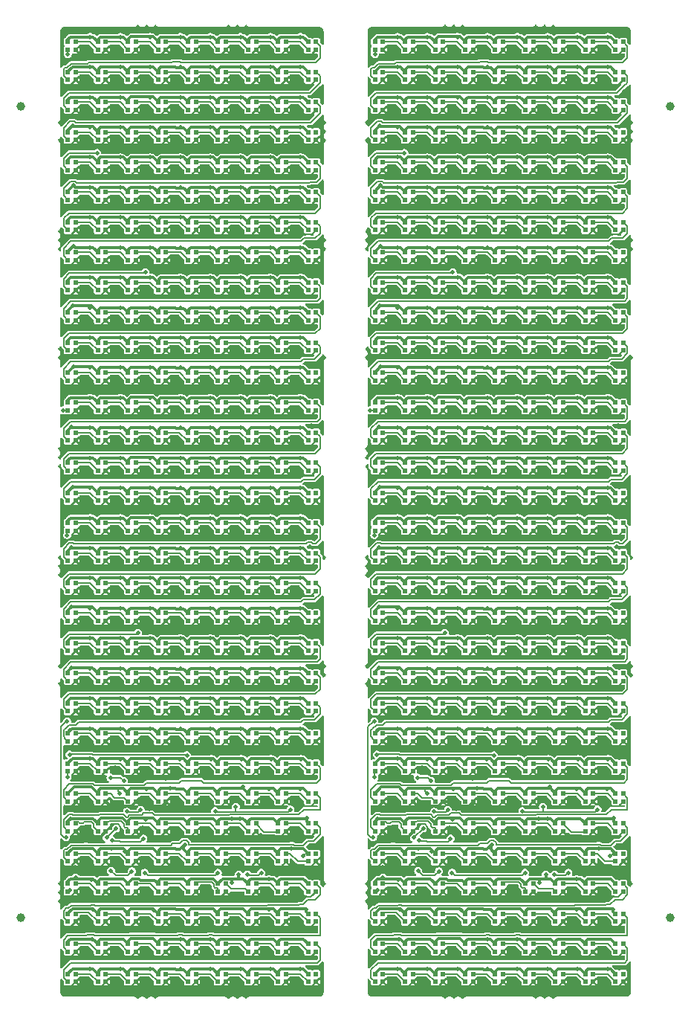
<source format=gbr>
%TF.GenerationSoftware,KiCad,Pcbnew,8.0.1*%
%TF.CreationDate,2024-04-01T01:10:39-04:00*%
%TF.ProjectId,RGB-Panel,5247422d-5061-46e6-956c-2e6b69636164,V3.0*%
%TF.SameCoordinates,Original*%
%TF.FileFunction,Copper,L1,Top*%
%TF.FilePolarity,Positive*%
%FSLAX46Y46*%
G04 Gerber Fmt 4.6, Leading zero omitted, Abs format (unit mm)*
G04 Created by KiCad (PCBNEW 8.0.1) date 2024-04-01 01:10:39*
%MOMM*%
%LPD*%
G01*
G04 APERTURE LIST*
%TA.AperFunction,SMDPad,CuDef*%
%ADD10R,0.500000X0.500000*%
%TD*%
%TA.AperFunction,SMDPad,CuDef*%
%ADD11C,1.000000*%
%TD*%
%TA.AperFunction,ViaPad*%
%ADD12C,0.500000*%
%TD*%
%TA.AperFunction,Conductor*%
%ADD13C,0.152400*%
%TD*%
%TA.AperFunction,Conductor*%
%ADD14C,0.304800*%
%TD*%
G04 APERTURE END LIST*
D10*
%TO.P,N65-0,1,VDD*%
%TO.N,+5V-0*%
X12681009Y-34054000D03*
%TO.P,N65-0,2,DOUT*%
%TO.N,Net-(N65-DOUT)-0*%
X12681009Y-33154000D03*
%TO.P,N65-0,3,GND*%
%TO.N,GND-0*%
X11781009Y-33154000D03*
%TO.P,N65-0,4,DIN*%
%TO.N,Net-(N64-DOUT)-0*%
X11781009Y-34054000D03*
%TD*%
%TO.P,N121-1,1,VDD*%
%TO.N,+5V-1*%
X54527009Y-54592000D03*
%TO.P,N121-1,2,DOUT*%
%TO.N,Net-(N121-DOUT)-1*%
X54527009Y-53692000D03*
%TO.P,N121-1,3,GND*%
%TO.N,GND-1*%
X53627009Y-53692000D03*
%TO.P,N121-1,4,DIN*%
%TO.N,Net-(N120-DOUT)-1*%
X53627009Y-54592000D03*
%TD*%
%TO.P,N222-0,1,VDD*%
%TO.N,+5V-0*%
X26373009Y-92245000D03*
%TO.P,N222-0,2,DOUT*%
%TO.N,Net-(N222-DOUT)-0*%
X26373009Y-91345000D03*
%TO.P,N222-0,3,GND*%
%TO.N,GND-0*%
X25473009Y-91345000D03*
%TO.P,N222-0,4,DIN*%
%TO.N,Net-(N221-DOUT)-0*%
X25473009Y-92245000D03*
%TD*%
%TO.P,N261-0,1,VDD*%
%TO.N,+5V-0*%
X36642009Y-105937000D03*
%TO.P,N261-0,2,DOUT*%
%TO.N,Net-(N261-DOUT)-0*%
X36642009Y-105037000D03*
%TO.P,N261-0,3,GND*%
%TO.N,GND-0*%
X35742009Y-105037000D03*
%TO.P,N261-0,4,DIN*%
%TO.N,Net-(N260-DOUT)-0*%
X35742009Y-105937000D03*
%TD*%
%TO.P,N57-1,1,VDD*%
%TO.N,+5V-1*%
X51104009Y-30631000D03*
%TO.P,N57-1,2,DOUT*%
%TO.N,Net-(N57-DOUT)-1*%
X51104009Y-29731000D03*
%TO.P,N57-1,3,GND*%
%TO.N,GND-1*%
X50204009Y-29731000D03*
%TO.P,N57-1,4,DIN*%
%TO.N,Net-(N56-DOUT)-1*%
X50204009Y-30631000D03*
%TD*%
%TO.P,N73-0,1,VDD*%
%TO.N,+5V-0*%
X9258009Y-37477000D03*
%TO.P,N73-0,2,DOUT*%
%TO.N,Net-(N73-DOUT)-0*%
X9258009Y-36577000D03*
%TO.P,N73-0,3,GND*%
%TO.N,GND-0*%
X8358009Y-36577000D03*
%TO.P,N73-0,4,DIN*%
%TO.N,/NeopixelMatrix/STRIP5-0*%
X8358009Y-37477000D03*
%TD*%
%TO.P,N228-1,1,VDD*%
%TO.N,+5V-1*%
X51104009Y-95668000D03*
%TO.P,N228-1,2,DOUT*%
%TO.N,Net-(N228-DOUT)-1*%
X51104009Y-94768000D03*
%TO.P,N228-1,3,GND*%
%TO.N,GND-1*%
X50204009Y-94768000D03*
%TO.P,N228-1,4,DIN*%
%TO.N,Net-(N227-DOUT)-1*%
X50204009Y-95668000D03*
%TD*%
%TO.P,N287-1,1,VDD*%
%TO.N,+5V-1*%
X68219009Y-116206000D03*
%TO.P,N287-1,2,DOUT*%
%TO.N,Net-(N287-DOUT)-1*%
X68219009Y-115306000D03*
%TO.P,N287-1,3,GND*%
%TO.N,GND-1*%
X67319009Y-115306000D03*
%TO.P,N287-1,4,DIN*%
%TO.N,Net-(N286-DOUT)-1*%
X67319009Y-116206000D03*
%TD*%
%TO.P,N225-1,1,VDD*%
%TO.N,+5V-1*%
X71642009Y-92245000D03*
%TO.P,N225-1,2,DOUT*%
%TO.N,Net-(N225-DOUT)-1*%
X71642009Y-91345000D03*
%TO.P,N225-1,3,GND*%
%TO.N,GND-1*%
X70742009Y-91345000D03*
%TO.P,N225-1,4,DIN*%
%TO.N,Net-(N224-DOUT)-1*%
X70742009Y-92245000D03*
%TD*%
%TO.P,N21-0,1,VDD*%
%TO.N,+5V-0*%
X16104009Y-16939000D03*
%TO.P,N21-0,2,DOUT*%
%TO.N,Net-(N21-DOUT)-0*%
X16104009Y-16039000D03*
%TO.P,N21-0,3,GND*%
%TO.N,GND-0*%
X15204009Y-16039000D03*
%TO.P,N21-0,4,DIN*%
%TO.N,Net-(N20-DOUT)-0*%
X15204009Y-16939000D03*
%TD*%
%TO.P,N15-1,1,VDD*%
%TO.N,+5V-1*%
X61373009Y-13516000D03*
%TO.P,N15-1,2,DOUT*%
%TO.N,Net-(N15-DOUT)-1*%
X61373009Y-12616000D03*
%TO.P,N15-1,3,GND*%
%TO.N,GND-1*%
X60473009Y-12616000D03*
%TO.P,N15-1,4,DIN*%
%TO.N,Net-(N14-DOUT)-1*%
X60473009Y-13516000D03*
%TD*%
%TO.P,N285-0,1,VDD*%
%TO.N,+5V-0*%
X26373009Y-116206000D03*
%TO.P,N285-0,2,DOUT*%
%TO.N,Net-(N285-DOUT)-0*%
X26373009Y-115306000D03*
%TO.P,N285-0,3,GND*%
%TO.N,GND-0*%
X25473009Y-115306000D03*
%TO.P,N285-0,4,DIN*%
%TO.N,Net-(N284-DOUT)-0*%
X25473009Y-116206000D03*
%TD*%
%TO.P,N193-1,1,VDD*%
%TO.N,+5V-1*%
X54527009Y-81976000D03*
%TO.P,N193-1,2,DOUT*%
%TO.N,Net-(N193-DOUT)-1*%
X54527009Y-81076000D03*
%TO.P,N193-1,3,GND*%
%TO.N,GND-1*%
X53627009Y-81076000D03*
%TO.P,N193-1,4,DIN*%
%TO.N,Net-(N192-DOUT)-1*%
X53627009Y-81976000D03*
%TD*%
%TO.P,N241-1,1,VDD*%
%TO.N,+5V-1*%
X64796009Y-99091000D03*
%TO.P,N241-1,2,DOUT*%
%TO.N,Net-(N241-DOUT)-1*%
X64796009Y-98191000D03*
%TO.P,N241-1,3,GND*%
%TO.N,GND-1*%
X63896009Y-98191000D03*
%TO.P,N241-1,4,DIN*%
%TO.N,Net-(N240-DOUT)-1*%
X63896009Y-99091000D03*
%TD*%
%TO.P,N121-0,1,VDD*%
%TO.N,+5V-0*%
X19527009Y-54592000D03*
%TO.P,N121-0,2,DOUT*%
%TO.N,Net-(N121-DOUT)-0*%
X19527009Y-53692000D03*
%TO.P,N121-0,3,GND*%
%TO.N,GND-0*%
X18627009Y-53692000D03*
%TO.P,N121-0,4,DIN*%
%TO.N,Net-(N120-DOUT)-0*%
X18627009Y-54592000D03*
%TD*%
%TO.P,N7-0,1,VDD*%
%TO.N,+5V-0*%
X29796009Y-10093000D03*
%TO.P,N7-0,2,DOUT*%
%TO.N,Net-(N7-DOUT)-0*%
X29796009Y-9193000D03*
%TO.P,N7-0,3,GND*%
%TO.N,GND-0*%
X28896009Y-9193000D03*
%TO.P,N7-0,4,DIN*%
%TO.N,Net-(N6-DOUT)-0*%
X28896009Y-10093000D03*
%TD*%
%TO.P,N155-0,1,VDD*%
%TO.N,+5V-0*%
X12681009Y-68284000D03*
%TO.P,N155-0,2,DOUT*%
%TO.N,Net-(N155-DOUT)-0*%
X12681009Y-67384000D03*
%TO.P,N155-0,3,GND*%
%TO.N,GND-0*%
X11781009Y-67384000D03*
%TO.P,N155-0,4,DIN*%
%TO.N,Net-(N154-DOUT)-0*%
X11781009Y-68284000D03*
%TD*%
%TO.P,N243-0,1,VDD*%
%TO.N,+5V-0*%
X36642009Y-99091000D03*
%TO.P,N243-0,2,DOUT*%
%TO.N,Net-(N243-DOUT)-0*%
X36642009Y-98191000D03*
%TO.P,N243-0,3,GND*%
%TO.N,GND-0*%
X35742009Y-98191000D03*
%TO.P,N243-0,4,DIN*%
%TO.N,Net-(N242-DOUT)-0*%
X35742009Y-99091000D03*
%TD*%
%TO.P,N77-0,1,VDD*%
%TO.N,+5V-0*%
X22950009Y-37477000D03*
%TO.P,N77-0,2,DOUT*%
%TO.N,Net-(N77-DOUT)-0*%
X22950009Y-36577000D03*
%TO.P,N77-0,3,GND*%
%TO.N,GND-0*%
X22050009Y-36577000D03*
%TO.P,N77-0,4,DIN*%
%TO.N,Net-(N76-DOUT)-0*%
X22050009Y-37477000D03*
%TD*%
%TO.P,N217-1,1,VDD*%
%TO.N,+5V-1*%
X44258009Y-92245000D03*
%TO.P,N217-1,2,DOUT*%
%TO.N,Net-(N217-DOUT)-1*%
X44258009Y-91345000D03*
%TO.P,N217-1,3,GND*%
%TO.N,GND-1*%
X43358009Y-91345000D03*
%TO.P,N217-1,4,DIN*%
%TO.N,/NeopixelMatrix/STRIP13-1*%
X43358009Y-92245000D03*
%TD*%
%TO.P,N127-0,1,VDD*%
%TO.N,+5V-0*%
X9258009Y-58015000D03*
%TO.P,N127-0,2,DOUT*%
%TO.N,Net-(N127-DOUT)-0*%
X9258009Y-57115000D03*
%TO.P,N127-0,3,GND*%
%TO.N,GND-0*%
X8358009Y-57115000D03*
%TO.P,N127-0,4,DIN*%
%TO.N,/NeopixelMatrix/END-STRIP7-0*%
X8358009Y-58015000D03*
%TD*%
%TO.P,N140-0,1,VDD*%
%TO.N,+5V-0*%
X22950009Y-61438000D03*
%TO.P,N140-0,2,DOUT*%
%TO.N,Net-(N140-DOUT)-0*%
X22950009Y-60538000D03*
%TO.P,N140-0,3,GND*%
%TO.N,GND-0*%
X22050009Y-60538000D03*
%TO.P,N140-0,4,DIN*%
%TO.N,Net-(N139-DOUT)-0*%
X22050009Y-61438000D03*
%TD*%
%TO.P,N260-0,1,VDD*%
%TO.N,+5V-0*%
X33219009Y-105937000D03*
%TO.P,N260-0,2,DOUT*%
%TO.N,Net-(N260-DOUT)-0*%
X33219009Y-105037000D03*
%TO.P,N260-0,3,GND*%
%TO.N,GND-0*%
X32319009Y-105037000D03*
%TO.P,N260-0,4,DIN*%
%TO.N,Net-(N259-DOUT)-0*%
X32319009Y-105937000D03*
%TD*%
%TO.P,N57-0,1,VDD*%
%TO.N,+5V-0*%
X16104009Y-30631000D03*
%TO.P,N57-0,2,DOUT*%
%TO.N,Net-(N57-DOUT)-0*%
X16104009Y-29731000D03*
%TO.P,N57-0,3,GND*%
%TO.N,GND-0*%
X15204009Y-29731000D03*
%TO.P,N57-0,4,DIN*%
%TO.N,Net-(N56-DOUT)-0*%
X15204009Y-30631000D03*
%TD*%
%TO.P,N38-1,1,VDD*%
%TO.N,+5V-1*%
X47681009Y-23785000D03*
%TO.P,N38-1,2,DOUT*%
%TO.N,Net-(N38-DOUT)-1*%
X47681009Y-22885000D03*
%TO.P,N38-1,3,GND*%
%TO.N,GND-1*%
X46781009Y-22885000D03*
%TO.P,N38-1,4,DIN*%
%TO.N,Net-(N37-DOUT)-1*%
X46781009Y-23785000D03*
%TD*%
%TO.P,N53-0,1,VDD*%
%TO.N,+5V-0*%
X33219009Y-27208000D03*
%TO.P,N53-0,2,DOUT*%
%TO.N,Net-(N53-DOUT)-0*%
X33219009Y-26308000D03*
%TO.P,N53-0,3,GND*%
%TO.N,GND-0*%
X32319009Y-26308000D03*
%TO.P,N53-0,4,DIN*%
%TO.N,Net-(N52-DOUT)-0*%
X32319009Y-27208000D03*
%TD*%
%TO.P,N179-0,1,VDD*%
%TO.N,+5V-0*%
X33219009Y-75130000D03*
%TO.P,N179-0,2,DOUT*%
%TO.N,Net-(N179-DOUT)-0*%
X33219009Y-74230000D03*
%TO.P,N179-0,3,GND*%
%TO.N,GND-0*%
X32319009Y-74230000D03*
%TO.P,N179-0,4,DIN*%
%TO.N,Net-(N178-DOUT)-0*%
X32319009Y-75130000D03*
%TD*%
%TO.P,N220-0,1,VDD*%
%TO.N,+5V-0*%
X19527009Y-92245000D03*
%TO.P,N220-0,2,DOUT*%
%TO.N,Net-(N220-DOUT)-0*%
X19527009Y-91345000D03*
%TO.P,N220-0,3,GND*%
%TO.N,GND-0*%
X18627009Y-91345000D03*
%TO.P,N220-0,4,DIN*%
%TO.N,Net-(N219-DOUT)-0*%
X18627009Y-92245000D03*
%TD*%
%TO.P,N284-1,1,VDD*%
%TO.N,+5V-1*%
X57950009Y-116206000D03*
%TO.P,N284-1,2,DOUT*%
%TO.N,Net-(N284-DOUT)-1*%
X57950009Y-115306000D03*
%TO.P,N284-1,3,GND*%
%TO.N,GND-1*%
X57050009Y-115306000D03*
%TO.P,N284-1,4,DIN*%
%TO.N,Net-(N283-DOUT)-1*%
X57050009Y-116206000D03*
%TD*%
%TO.P,N3-1,1,VDD*%
%TO.N,+5V-1*%
X51104009Y-10093000D03*
%TO.P,N3-1,2,DOUT*%
%TO.N,Net-(N3-DOUT)-1*%
X51104009Y-9193000D03*
%TO.P,N3-1,3,GND*%
%TO.N,GND-1*%
X50204009Y-9193000D03*
%TO.P,N3-1,4,DIN*%
%TO.N,Net-(N2-DOUT)-1*%
X50204009Y-10093000D03*
%TD*%
%TO.P,N262-1,1,VDD*%
%TO.N,+5V-1*%
X44258009Y-109360000D03*
%TO.P,N262-1,2,DOUT*%
%TO.N,Net-(N262-DOUT)-1*%
X44258009Y-108460000D03*
%TO.P,N262-1,3,GND*%
%TO.N,GND-1*%
X43358009Y-108460000D03*
%TO.P,N262-1,4,DIN*%
%TO.N,Net-(N261-DOUT)-1*%
X43358009Y-109360000D03*
%TD*%
%TO.P,N275-1,1,VDD*%
%TO.N,+5V-1*%
X57950009Y-112783000D03*
%TO.P,N275-1,2,DOUT*%
%TO.N,Net-(N275-DOUT)-1*%
X57950009Y-111883000D03*
%TO.P,N275-1,3,GND*%
%TO.N,GND-1*%
X57050009Y-111883000D03*
%TO.P,N275-1,4,DIN*%
%TO.N,Net-(N274-DOUT)-1*%
X57050009Y-112783000D03*
%TD*%
%TO.P,N193-0,1,VDD*%
%TO.N,+5V-0*%
X19527009Y-81976000D03*
%TO.P,N193-0,2,DOUT*%
%TO.N,Net-(N193-DOUT)-0*%
X19527009Y-81076000D03*
%TO.P,N193-0,3,GND*%
%TO.N,GND-0*%
X18627009Y-81076000D03*
%TO.P,N193-0,4,DIN*%
%TO.N,Net-(N192-DOUT)-0*%
X18627009Y-81976000D03*
%TD*%
%TO.P,N15-0,1,VDD*%
%TO.N,+5V-0*%
X26373009Y-13516000D03*
%TO.P,N15-0,2,DOUT*%
%TO.N,Net-(N15-DOUT)-0*%
X26373009Y-12616000D03*
%TO.P,N15-0,3,GND*%
%TO.N,GND-0*%
X25473009Y-12616000D03*
%TO.P,N15-0,4,DIN*%
%TO.N,Net-(N14-DOUT)-0*%
X25473009Y-13516000D03*
%TD*%
%TO.P,N164-1,1,VDD*%
%TO.N,+5V-1*%
X47681009Y-71707000D03*
%TO.P,N164-1,2,DOUT*%
%TO.N,Net-(N164-DOUT)-1*%
X47681009Y-70807000D03*
%TO.P,N164-1,3,GND*%
%TO.N,GND-1*%
X46781009Y-70807000D03*
%TO.P,N164-1,4,DIN*%
%TO.N,Net-(N163-DOUT)-1*%
X46781009Y-71707000D03*
%TD*%
%TO.P,N268-0,1,VDD*%
%TO.N,+5V-0*%
X29796009Y-109360000D03*
%TO.P,N268-0,2,DOUT*%
%TO.N,Net-(N268-DOUT)-0*%
X29796009Y-108460000D03*
%TO.P,N268-0,3,GND*%
%TO.N,GND-0*%
X28896009Y-108460000D03*
%TO.P,N268-0,4,DIN*%
%TO.N,Net-(N267-DOUT)-0*%
X28896009Y-109360000D03*
%TD*%
%TO.P,N44-1,1,VDD*%
%TO.N,+5V-1*%
X68219009Y-23785000D03*
%TO.P,N44-1,2,DOUT*%
%TO.N,Net-(N44-DOUT)-1*%
X68219009Y-22885000D03*
%TO.P,N44-1,3,GND*%
%TO.N,GND-1*%
X67319009Y-22885000D03*
%TO.P,N44-1,4,DIN*%
%TO.N,Net-(N43-DOUT)-1*%
X67319009Y-23785000D03*
%TD*%
%TO.P,N42-0,1,VDD*%
%TO.N,+5V-0*%
X26373009Y-23785000D03*
%TO.P,N42-0,2,DOUT*%
%TO.N,Net-(N42-DOUT)-0*%
X26373009Y-22885000D03*
%TO.P,N42-0,3,GND*%
%TO.N,GND-0*%
X25473009Y-22885000D03*
%TO.P,N42-0,4,DIN*%
%TO.N,Net-(N41-DOUT)-0*%
X25473009Y-23785000D03*
%TD*%
%TO.P,N231-1,1,VDD*%
%TO.N,+5V-1*%
X61373009Y-95668000D03*
%TO.P,N231-1,2,DOUT*%
%TO.N,Net-(N231-DOUT)-1*%
X61373009Y-94768000D03*
%TO.P,N231-1,3,GND*%
%TO.N,GND-1*%
X60473009Y-94768000D03*
%TO.P,N231-1,4,DIN*%
%TO.N,Net-(N230-DOUT)-1*%
X60473009Y-95668000D03*
%TD*%
%TO.P,N71-0,1,VDD*%
%TO.N,+5V-0*%
X33219009Y-34054000D03*
%TO.P,N71-0,2,DOUT*%
%TO.N,Net-(N71-DOUT)-0*%
X33219009Y-33154000D03*
%TO.P,N71-0,3,GND*%
%TO.N,GND-0*%
X32319009Y-33154000D03*
%TO.P,N71-0,4,DIN*%
%TO.N,Net-(N70-DOUT)-0*%
X32319009Y-34054000D03*
%TD*%
%TO.P,N203-0,1,VDD*%
%TO.N,+5V-0*%
X22950009Y-85399000D03*
%TO.P,N203-0,2,DOUT*%
%TO.N,Net-(N203-DOUT)-0*%
X22950009Y-84499000D03*
%TO.P,N203-0,3,GND*%
%TO.N,GND-0*%
X22050009Y-84499000D03*
%TO.P,N203-0,4,DIN*%
%TO.N,Net-(N202-DOUT)-0*%
X22050009Y-85399000D03*
%TD*%
%TO.P,N6-0,1,VDD*%
%TO.N,+5V-0*%
X26373009Y-10093000D03*
%TO.P,N6-0,2,DOUT*%
%TO.N,Net-(N6-DOUT)-0*%
X26373009Y-9193000D03*
%TO.P,N6-0,3,GND*%
%TO.N,GND-0*%
X25473009Y-9193000D03*
%TO.P,N6-0,4,DIN*%
%TO.N,Net-(N5-DOUT)-0*%
X25473009Y-10093000D03*
%TD*%
%TO.P,N171-1,1,VDD*%
%TO.N,+5V-1*%
X71642009Y-71707000D03*
%TO.P,N171-1,2,DOUT*%
%TO.N,Net-(N171-DOUT)-1*%
X71642009Y-70807000D03*
%TO.P,N171-1,3,GND*%
%TO.N,GND-1*%
X70742009Y-70807000D03*
%TO.P,N171-1,4,DIN*%
%TO.N,Net-(N170-DOUT)-1*%
X70742009Y-71707000D03*
%TD*%
%TO.P,N66-0,1,VDD*%
%TO.N,+5V-0*%
X16104009Y-34054000D03*
%TO.P,N66-0,2,DOUT*%
%TO.N,Net-(N66-DOUT)-0*%
X16104009Y-33154000D03*
%TO.P,N66-0,3,GND*%
%TO.N,GND-0*%
X15204009Y-33154000D03*
%TO.P,N66-0,4,DIN*%
%TO.N,Net-(N65-DOUT)-0*%
X15204009Y-34054000D03*
%TD*%
%TO.P,N49-0,1,VDD*%
%TO.N,+5V-0*%
X19527009Y-27208000D03*
%TO.P,N49-0,2,DOUT*%
%TO.N,Net-(N49-DOUT)-0*%
X19527009Y-26308000D03*
%TO.P,N49-0,3,GND*%
%TO.N,GND-0*%
X18627009Y-26308000D03*
%TO.P,N49-0,4,DIN*%
%TO.N,Net-(N48-DOUT)-0*%
X18627009Y-27208000D03*
%TD*%
%TO.P,N147-0,1,VDD*%
%TO.N,+5V-0*%
X16104009Y-64861000D03*
%TO.P,N147-0,2,DOUT*%
%TO.N,Net-(N147-DOUT)-0*%
X16104009Y-63961000D03*
%TO.P,N147-0,3,GND*%
%TO.N,GND-0*%
X15204009Y-63961000D03*
%TO.P,N147-0,4,DIN*%
%TO.N,Net-(N146-DOUT)-0*%
X15204009Y-64861000D03*
%TD*%
%TO.P,N30-0,1,VDD*%
%TO.N,+5V-0*%
X16104009Y-20362000D03*
%TO.P,N30-0,2,DOUT*%
%TO.N,Net-(N30-DOUT)-0*%
X16104009Y-19462000D03*
%TO.P,N30-0,3,GND*%
%TO.N,GND-0*%
X15204009Y-19462000D03*
%TO.P,N30-0,4,DIN*%
%TO.N,Net-(N29-DOUT)-0*%
X15204009Y-20362000D03*
%TD*%
D11*
%TO.P,KiKit_FID_T_4,*%
%TO.N,*%
X77000006Y-108899995D03*
%TD*%
D10*
%TO.P,N68-1,1,VDD*%
%TO.N,+5V-1*%
X57950009Y-34054000D03*
%TO.P,N68-1,2,DOUT*%
%TO.N,Net-(N68-DOUT)-1*%
X57950009Y-33154000D03*
%TO.P,N68-1,3,GND*%
%TO.N,GND-1*%
X57050009Y-33154000D03*
%TO.P,N68-1,4,DIN*%
%TO.N,Net-(N67-DOUT)-1*%
X57050009Y-34054000D03*
%TD*%
%TO.P,N200-1,1,VDD*%
%TO.N,+5V-1*%
X47681009Y-85399000D03*
%TO.P,N200-1,2,DOUT*%
%TO.N,Net-(N200-DOUT)-1*%
X47681009Y-84499000D03*
%TO.P,N200-1,3,GND*%
%TO.N,GND-1*%
X46781009Y-84499000D03*
%TO.P,N200-1,4,DIN*%
%TO.N,Net-(N199-DOUT)-1*%
X46781009Y-85399000D03*
%TD*%
%TO.P,N216-1,1,VDD*%
%TO.N,+5V-1*%
X71642009Y-88822000D03*
%TO.P,N216-1,2,DOUT*%
%TO.N,/NeopixelMatrix/END-STRIP12-1*%
X71642009Y-87922000D03*
%TO.P,N216-1,3,GND*%
%TO.N,GND-1*%
X70742009Y-87922000D03*
%TO.P,N216-1,4,DIN*%
%TO.N,Net-(N215-DOUT)-1*%
X70742009Y-88822000D03*
%TD*%
%TO.P,N197-1,1,VDD*%
%TO.N,+5V-1*%
X68219009Y-81976000D03*
%TO.P,N197-1,2,DOUT*%
%TO.N,Net-(N197-DOUT)-1*%
X68219009Y-81076000D03*
%TO.P,N197-1,3,GND*%
%TO.N,GND-1*%
X67319009Y-81076000D03*
%TO.P,N197-1,4,DIN*%
%TO.N,Net-(N196-DOUT)-1*%
X67319009Y-81976000D03*
%TD*%
%TO.P,N56-1,1,VDD*%
%TO.N,+5V-1*%
X47681009Y-30631000D03*
%TO.P,N56-1,2,DOUT*%
%TO.N,Net-(N56-DOUT)-1*%
X47681009Y-29731000D03*
%TO.P,N56-1,3,GND*%
%TO.N,GND-1*%
X46781009Y-29731000D03*
%TO.P,N56-1,4,DIN*%
%TO.N,Net-(N55-DOUT)-1*%
X46781009Y-30631000D03*
%TD*%
%TO.P,N111-0,1,VDD*%
%TO.N,+5V-0*%
X16104009Y-51169000D03*
%TO.P,N111-0,2,DOUT*%
%TO.N,Net-(N111-DOUT)-0*%
X16104009Y-50269000D03*
%TO.P,N111-0,3,GND*%
%TO.N,GND-0*%
X15204009Y-50269000D03*
%TO.P,N111-0,4,DIN*%
%TO.N,Net-(N110-DOUT)-0*%
X15204009Y-51169000D03*
%TD*%
%TO.P,N175-0,1,VDD*%
%TO.N,+5V-0*%
X19527009Y-75130000D03*
%TO.P,N175-0,2,DOUT*%
%TO.N,Net-(N175-DOUT)-0*%
X19527009Y-74230000D03*
%TO.P,N175-0,3,GND*%
%TO.N,GND-0*%
X18627009Y-74230000D03*
%TO.P,N175-0,4,DIN*%
%TO.N,Net-(N174-DOUT)-0*%
X18627009Y-75130000D03*
%TD*%
%TO.P,N21-1,1,VDD*%
%TO.N,+5V-1*%
X51104009Y-16939000D03*
%TO.P,N21-1,2,DOUT*%
%TO.N,Net-(N21-DOUT)-1*%
X51104009Y-16039000D03*
%TO.P,N21-1,3,GND*%
%TO.N,GND-1*%
X50204009Y-16039000D03*
%TO.P,N21-1,4,DIN*%
%TO.N,Net-(N20-DOUT)-1*%
X50204009Y-16939000D03*
%TD*%
%TO.P,N131-0,1,VDD*%
%TO.N,+5V-0*%
X22950009Y-58015000D03*
%TO.P,N131-0,2,DOUT*%
%TO.N,Net-(N131-DOUT)-0*%
X22950009Y-57115000D03*
%TO.P,N131-0,3,GND*%
%TO.N,GND-0*%
X22050009Y-57115000D03*
%TO.P,N131-0,4,DIN*%
%TO.N,Net-(N130-DOUT)-0*%
X22050009Y-58015000D03*
%TD*%
%TO.P,N221-1,1,VDD*%
%TO.N,+5V-1*%
X57950009Y-92245000D03*
%TO.P,N221-1,2,DOUT*%
%TO.N,Net-(N221-DOUT)-1*%
X57950009Y-91345000D03*
%TO.P,N221-1,3,GND*%
%TO.N,GND-1*%
X57050009Y-91345000D03*
%TO.P,N221-1,4,DIN*%
%TO.N,Net-(N220-DOUT)-1*%
X57050009Y-92245000D03*
%TD*%
%TO.P,N189-1,1,VDD*%
%TO.N,+5V-1*%
X71642009Y-78553000D03*
%TO.P,N189-1,2,DOUT*%
%TO.N,Net-(N189-DOUT)-1*%
X71642009Y-77653000D03*
%TO.P,N189-1,3,GND*%
%TO.N,GND-1*%
X70742009Y-77653000D03*
%TO.P,N189-1,4,DIN*%
%TO.N,Net-(N188-DOUT)-1*%
X70742009Y-78553000D03*
%TD*%
%TO.P,N2-1,1,VDD*%
%TO.N,+5V-1*%
X47681009Y-10093000D03*
%TO.P,N2-1,2,DOUT*%
%TO.N,Net-(N2-DOUT)-1*%
X47681009Y-9193000D03*
%TO.P,N2-1,3,GND*%
%TO.N,GND-1*%
X46781009Y-9193000D03*
%TO.P,N2-1,4,DIN*%
%TO.N,Net-(N1-DOUT)-1*%
X46781009Y-10093000D03*
%TD*%
%TO.P,N25-0,1,VDD*%
%TO.N,+5V-0*%
X29796009Y-16939000D03*
%TO.P,N25-0,2,DOUT*%
%TO.N,Net-(N25-DOUT)-0*%
X29796009Y-16039000D03*
%TO.P,N25-0,3,GND*%
%TO.N,GND-0*%
X28896009Y-16039000D03*
%TO.P,N25-0,4,DIN*%
%TO.N,Net-(N24-DOUT)-0*%
X28896009Y-16939000D03*
%TD*%
%TO.P,N100-1,1,VDD*%
%TO.N,+5V-1*%
X44258009Y-47746000D03*
%TO.P,N100-1,2,DOUT*%
%TO.N,Net-(N100-DOUT)-1*%
X44258009Y-46846000D03*
%TO.P,N100-1,3,GND*%
%TO.N,GND-1*%
X43358009Y-46846000D03*
%TO.P,N100-1,4,DIN*%
%TO.N,Net-(N100-DIN)-1*%
X43358009Y-47746000D03*
%TD*%
%TO.P,N202-1,1,VDD*%
%TO.N,+5V-1*%
X54527009Y-85399000D03*
%TO.P,N202-1,2,DOUT*%
%TO.N,Net-(N202-DOUT)-1*%
X54527009Y-84499000D03*
%TO.P,N202-1,3,GND*%
%TO.N,GND-1*%
X53627009Y-84499000D03*
%TO.P,N202-1,4,DIN*%
%TO.N,Net-(N201-DOUT)-1*%
X53627009Y-85399000D03*
%TD*%
%TO.P,N192-0,1,VDD*%
%TO.N,+5V-0*%
X16104009Y-81976000D03*
%TO.P,N192-0,2,DOUT*%
%TO.N,Net-(N192-DOUT)-0*%
X16104009Y-81076000D03*
%TO.P,N192-0,3,GND*%
%TO.N,GND-0*%
X15204009Y-81076000D03*
%TO.P,N192-0,4,DIN*%
%TO.N,Net-(N191-DOUT)-0*%
X15204009Y-81976000D03*
%TD*%
%TO.P,N106-1,1,VDD*%
%TO.N,+5V-1*%
X64796009Y-47746000D03*
%TO.P,N106-1,2,DOUT*%
%TO.N,Net-(N106-DOUT)-1*%
X64796009Y-46846000D03*
%TO.P,N106-1,3,GND*%
%TO.N,GND-1*%
X63896009Y-46846000D03*
%TO.P,N106-1,4,DIN*%
%TO.N,Net-(N105-DOUT)-1*%
X63896009Y-47746000D03*
%TD*%
%TO.P,N117-1,1,VDD*%
%TO.N,+5V-1*%
X71642009Y-51169000D03*
%TO.P,N117-1,2,DOUT*%
%TO.N,Net-(N117-DOUT)-1*%
X71642009Y-50269000D03*
%TO.P,N117-1,3,GND*%
%TO.N,GND-1*%
X70742009Y-50269000D03*
%TO.P,N117-1,4,DIN*%
%TO.N,Net-(N116-DOUT)-1*%
X70742009Y-51169000D03*
%TD*%
%TO.P,N273-1,1,VDD*%
%TO.N,+5V-1*%
X51104009Y-112783000D03*
%TO.P,N273-1,2,DOUT*%
%TO.N,Net-(N273-DOUT)-1*%
X51104009Y-111883000D03*
%TO.P,N273-1,3,GND*%
%TO.N,GND-1*%
X50204009Y-111883000D03*
%TO.P,N273-1,4,DIN*%
%TO.N,Net-(N272-DOUT)-1*%
X50204009Y-112783000D03*
%TD*%
%TO.P,N13-0,1,VDD*%
%TO.N,+5V-0*%
X19527009Y-13516000D03*
%TO.P,N13-0,2,DOUT*%
%TO.N,Net-(N13-DOUT)-0*%
X19527009Y-12616000D03*
%TO.P,N13-0,3,GND*%
%TO.N,GND-0*%
X18627009Y-12616000D03*
%TO.P,N13-0,4,DIN*%
%TO.N,Net-(N12-DOUT)-0*%
X18627009Y-13516000D03*
%TD*%
%TO.P,N81-0,1,VDD*%
%TO.N,+5V-0*%
X36642009Y-37477000D03*
%TO.P,N81-0,2,DOUT*%
%TO.N,Net-(N81-DOUT)-0*%
X36642009Y-36577000D03*
%TO.P,N81-0,3,GND*%
%TO.N,GND-0*%
X35742009Y-36577000D03*
%TO.P,N81-0,4,DIN*%
%TO.N,Net-(N80-DOUT)-0*%
X35742009Y-37477000D03*
%TD*%
%TO.P,N242-0,1,VDD*%
%TO.N,+5V-0*%
X33219009Y-99091000D03*
%TO.P,N242-0,2,DOUT*%
%TO.N,Net-(N242-DOUT)-0*%
X33219009Y-98191000D03*
%TO.P,N242-0,3,GND*%
%TO.N,GND-0*%
X32319009Y-98191000D03*
%TO.P,N242-0,4,DIN*%
%TO.N,Net-(N241-DOUT)-0*%
X32319009Y-99091000D03*
%TD*%
%TO.P,N151-0,1,VDD*%
%TO.N,+5V-0*%
X29796009Y-64861000D03*
%TO.P,N151-0,2,DOUT*%
%TO.N,Net-(N151-DOUT)-0*%
X29796009Y-63961000D03*
%TO.P,N151-0,3,GND*%
%TO.N,GND-0*%
X28896009Y-63961000D03*
%TO.P,N151-0,4,DIN*%
%TO.N,Net-(N150-DOUT)-0*%
X28896009Y-64861000D03*
%TD*%
%TO.P,N240-1,1,VDD*%
%TO.N,+5V-1*%
X61373009Y-99091000D03*
%TO.P,N240-1,2,DOUT*%
%TO.N,Net-(N240-DOUT)-1*%
X61373009Y-98191000D03*
%TO.P,N240-1,3,GND*%
%TO.N,GND-1*%
X60473009Y-98191000D03*
%TO.P,N240-1,4,DIN*%
%TO.N,Net-(N239-DOUT)-1*%
X60473009Y-99091000D03*
%TD*%
%TO.P,N212-0,1,VDD*%
%TO.N,+5V-0*%
X22950009Y-88822000D03*
%TO.P,N212-0,2,DOUT*%
%TO.N,Net-(N212-DOUT)-0*%
X22950009Y-87922000D03*
%TO.P,N212-0,3,GND*%
%TO.N,GND-0*%
X22050009Y-87922000D03*
%TO.P,N212-0,4,DIN*%
%TO.N,Net-(N211-DOUT)-0*%
X22050009Y-88822000D03*
%TD*%
%TO.P,N19-1,1,VDD*%
%TO.N,+5V-1*%
X44258009Y-16939000D03*
%TO.P,N19-1,2,DOUT*%
%TO.N,Net-(N19-DOUT)-1*%
X44258009Y-16039000D03*
%TO.P,N19-1,3,GND*%
%TO.N,GND-1*%
X43358009Y-16039000D03*
%TO.P,N19-1,4,DIN*%
%TO.N,/NeopixelMatrix/END-STRIP1-1*%
X43358009Y-16939000D03*
%TD*%
%TO.P,N50-0,1,VDD*%
%TO.N,+5V-0*%
X22950009Y-27208000D03*
%TO.P,N50-0,2,DOUT*%
%TO.N,Net-(N50-DOUT)-0*%
X22950009Y-26308000D03*
%TO.P,N50-0,3,GND*%
%TO.N,GND-0*%
X22050009Y-26308000D03*
%TO.P,N50-0,4,DIN*%
%TO.N,Net-(N49-DOUT)-0*%
X22050009Y-27208000D03*
%TD*%
%TO.P,N220-1,1,VDD*%
%TO.N,+5V-1*%
X54527009Y-92245000D03*
%TO.P,N220-1,2,DOUT*%
%TO.N,Net-(N220-DOUT)-1*%
X54527009Y-91345000D03*
%TO.P,N220-1,3,GND*%
%TO.N,GND-1*%
X53627009Y-91345000D03*
%TO.P,N220-1,4,DIN*%
%TO.N,Net-(N219-DOUT)-1*%
X53627009Y-92245000D03*
%TD*%
%TO.P,N182-1,1,VDD*%
%TO.N,+5V-1*%
X47681009Y-78553000D03*
%TO.P,N182-1,2,DOUT*%
%TO.N,Net-(N182-DOUT)-1*%
X47681009Y-77653000D03*
%TO.P,N182-1,3,GND*%
%TO.N,GND-1*%
X46781009Y-77653000D03*
%TO.P,N182-1,4,DIN*%
%TO.N,Net-(N181-DOUT)-1*%
X46781009Y-78553000D03*
%TD*%
%TO.P,N252-1,1,VDD*%
%TO.N,+5V-1*%
X71642009Y-102514000D03*
%TO.P,N252-1,2,DOUT*%
%TO.N,/NeopixelMatrix/END-STRIP14-1*%
X71642009Y-101614000D03*
%TO.P,N252-1,3,GND*%
%TO.N,GND-1*%
X70742009Y-101614000D03*
%TO.P,N252-1,4,DIN*%
%TO.N,Net-(N251-DOUT)-1*%
X70742009Y-102514000D03*
%TD*%
%TO.P,N208-0,1,VDD*%
%TO.N,+5V-0*%
X9258009Y-88822000D03*
%TO.P,N208-0,2,DOUT*%
%TO.N,Net-(N208-DOUT)-0*%
X9258009Y-87922000D03*
%TO.P,N208-0,3,GND*%
%TO.N,GND-0*%
X8358009Y-87922000D03*
%TO.P,N208-0,4,DIN*%
%TO.N,Net-(N207-DOUT)-0*%
X8358009Y-88822000D03*
%TD*%
%TO.P,N177-1,1,VDD*%
%TO.N,+5V-1*%
X61373009Y-75130000D03*
%TO.P,N177-1,2,DOUT*%
%TO.N,Net-(N177-DOUT)-1*%
X61373009Y-74230000D03*
%TO.P,N177-1,3,GND*%
%TO.N,GND-1*%
X60473009Y-74230000D03*
%TO.P,N177-1,4,DIN*%
%TO.N,Net-(N176-DOUT)-1*%
X60473009Y-75130000D03*
%TD*%
%TO.P,N260-1,1,VDD*%
%TO.N,+5V-1*%
X68219009Y-105937000D03*
%TO.P,N260-1,2,DOUT*%
%TO.N,Net-(N260-DOUT)-1*%
X68219009Y-105037000D03*
%TO.P,N260-1,3,GND*%
%TO.N,GND-1*%
X67319009Y-105037000D03*
%TO.P,N260-1,4,DIN*%
%TO.N,Net-(N259-DOUT)-1*%
X67319009Y-105937000D03*
%TD*%
%TO.P,N232-0,1,VDD*%
%TO.N,+5V-0*%
X29796009Y-95668000D03*
%TO.P,N232-0,2,DOUT*%
%TO.N,Net-(N232-DOUT)-0*%
X29796009Y-94768000D03*
%TO.P,N232-0,3,GND*%
%TO.N,GND-0*%
X28896009Y-94768000D03*
%TO.P,N232-0,4,DIN*%
%TO.N,Net-(N231-DOUT)-0*%
X28896009Y-95668000D03*
%TD*%
%TO.P,N264-1,1,VDD*%
%TO.N,+5V-1*%
X51104009Y-109360000D03*
%TO.P,N264-1,2,DOUT*%
%TO.N,Net-(N264-DOUT)-1*%
X51104009Y-108460000D03*
%TO.P,N264-1,3,GND*%
%TO.N,GND-1*%
X50204009Y-108460000D03*
%TO.P,N264-1,4,DIN*%
%TO.N,Net-(N263-DOUT)-1*%
X50204009Y-109360000D03*
%TD*%
%TO.P,N145-0,1,VDD*%
%TO.N,+5V-0*%
X9258009Y-64861000D03*
%TO.P,N145-0,2,DOUT*%
%TO.N,Net-(N145-DOUT)-0*%
X9258009Y-63961000D03*
%TO.P,N145-0,3,GND*%
%TO.N,GND-0*%
X8358009Y-63961000D03*
%TO.P,N145-0,4,DIN*%
%TO.N,/NeopixelMatrix/STRIP9-0*%
X8358009Y-64861000D03*
%TD*%
%TO.P,N100-0,1,VDD*%
%TO.N,+5V-0*%
X9258009Y-47746000D03*
%TO.P,N100-0,2,DOUT*%
%TO.N,Net-(N100-DOUT)-0*%
X9258009Y-46846000D03*
%TO.P,N100-0,3,GND*%
%TO.N,GND-0*%
X8358009Y-46846000D03*
%TO.P,N100-0,4,DIN*%
%TO.N,Net-(N100-DIN)-0*%
X8358009Y-47746000D03*
%TD*%
%TO.P,N46-1,1,VDD*%
%TO.N,+5V-1*%
X44258009Y-27208000D03*
%TO.P,N46-1,2,DOUT*%
%TO.N,Net-(N46-DOUT)-1*%
X44258009Y-26308000D03*
%TO.P,N46-1,3,GND*%
%TO.N,GND-1*%
X43358009Y-26308000D03*
%TO.P,N46-1,4,DIN*%
%TO.N,Net-(N45-DOUT)-1*%
X43358009Y-27208000D03*
%TD*%
%TO.P,N36-1,1,VDD*%
%TO.N,+5V-1*%
X71642009Y-20362000D03*
%TO.P,N36-1,2,DOUT*%
%TO.N,/NeopixelMatrix/END-STRIP2-1*%
X71642009Y-19462000D03*
%TO.P,N36-1,3,GND*%
%TO.N,GND-1*%
X70742009Y-19462000D03*
%TO.P,N36-1,4,DIN*%
%TO.N,Net-(N35-DOUT)-1*%
X70742009Y-20362000D03*
%TD*%
%TO.P,N24-0,1,VDD*%
%TO.N,+5V-0*%
X26373009Y-16939000D03*
%TO.P,N24-0,2,DOUT*%
%TO.N,Net-(N24-DOUT)-0*%
X26373009Y-16039000D03*
%TO.P,N24-0,3,GND*%
%TO.N,GND-0*%
X25473009Y-16039000D03*
%TO.P,N24-0,4,DIN*%
%TO.N,Net-(N23-DOUT)-0*%
X25473009Y-16939000D03*
%TD*%
%TO.P,N235-0,1,VDD*%
%TO.N,+5V-0*%
X9258009Y-99091000D03*
%TO.P,N235-0,2,DOUT*%
%TO.N,Net-(N235-DOUT)-0*%
X9258009Y-98191000D03*
%TO.P,N235-0,3,GND*%
%TO.N,GND-0*%
X8358009Y-98191000D03*
%TO.P,N235-0,4,DIN*%
%TO.N,/NeopixelMatrix/END-STRIP13-0*%
X8358009Y-99091000D03*
%TD*%
%TO.P,N201-1,1,VDD*%
%TO.N,+5V-1*%
X51104009Y-85399000D03*
%TO.P,N201-1,2,DOUT*%
%TO.N,Net-(N201-DOUT)-1*%
X51104009Y-84499000D03*
%TO.P,N201-1,3,GND*%
%TO.N,GND-1*%
X50204009Y-84499000D03*
%TO.P,N201-1,4,DIN*%
%TO.N,Net-(N200-DOUT)-1*%
X50204009Y-85399000D03*
%TD*%
%TO.P,N33-1,1,VDD*%
%TO.N,+5V-1*%
X61373009Y-20362000D03*
%TO.P,N33-1,2,DOUT*%
%TO.N,Net-(N33-DOUT)-1*%
X61373009Y-19462000D03*
%TO.P,N33-1,3,GND*%
%TO.N,GND-1*%
X60473009Y-19462000D03*
%TO.P,N33-1,4,DIN*%
%TO.N,Net-(N32-DOUT)-1*%
X60473009Y-20362000D03*
%TD*%
%TO.P,N43-0,1,VDD*%
%TO.N,+5V-0*%
X29796009Y-23785000D03*
%TO.P,N43-0,2,DOUT*%
%TO.N,Net-(N43-DOUT)-0*%
X29796009Y-22885000D03*
%TO.P,N43-0,3,GND*%
%TO.N,GND-0*%
X28896009Y-22885000D03*
%TO.P,N43-0,4,DIN*%
%TO.N,Net-(N42-DOUT)-0*%
X28896009Y-23785000D03*
%TD*%
%TO.P,N128-0,1,VDD*%
%TO.N,+5V-0*%
X12681009Y-58015000D03*
%TO.P,N128-0,2,DOUT*%
%TO.N,Net-(N128-DOUT)-0*%
X12681009Y-57115000D03*
%TO.P,N128-0,3,GND*%
%TO.N,GND-0*%
X11781009Y-57115000D03*
%TO.P,N128-0,4,DIN*%
%TO.N,Net-(N127-DOUT)-0*%
X11781009Y-58015000D03*
%TD*%
%TO.P,N149-1,1,VDD*%
%TO.N,+5V-1*%
X57950009Y-64861000D03*
%TO.P,N149-1,2,DOUT*%
%TO.N,Net-(N149-DOUT)-1*%
X57950009Y-63961000D03*
%TO.P,N149-1,3,GND*%
%TO.N,GND-1*%
X57050009Y-63961000D03*
%TO.P,N149-1,4,DIN*%
%TO.N,Net-(N148-DOUT)-1*%
X57050009Y-64861000D03*
%TD*%
%TO.P,N92-0,1,VDD*%
%TO.N,+5V-0*%
X12681009Y-44323000D03*
%TO.P,N92-0,2,DOUT*%
%TO.N,Net-(N92-DOUT)-0*%
X12681009Y-43423000D03*
%TO.P,N92-0,3,GND*%
%TO.N,GND-0*%
X11781009Y-43423000D03*
%TO.P,N92-0,4,DIN*%
%TO.N,Net-(N91-DOUT)-0*%
X11781009Y-44323000D03*
%TD*%
%TO.P,N174-1,1,VDD*%
%TO.N,+5V-1*%
X51104009Y-75130000D03*
%TO.P,N174-1,2,DOUT*%
%TO.N,Net-(N174-DOUT)-1*%
X51104009Y-74230000D03*
%TO.P,N174-1,3,GND*%
%TO.N,GND-1*%
X50204009Y-74230000D03*
%TO.P,N174-1,4,DIN*%
%TO.N,Net-(N173-DOUT)-1*%
X50204009Y-75130000D03*
%TD*%
%TO.P,N245-0,1,VDD*%
%TO.N,+5V-0*%
X12681009Y-102514000D03*
%TO.P,N245-0,2,DOUT*%
%TO.N,Net-(N245-DOUT)-0*%
X12681009Y-101614000D03*
%TO.P,N245-0,3,GND*%
%TO.N,GND-0*%
X11781009Y-101614000D03*
%TO.P,N245-0,4,DIN*%
%TO.N,Net-(N244-DOUT)-0*%
X11781009Y-102514000D03*
%TD*%
%TO.P,N219-0,1,VDD*%
%TO.N,+5V-0*%
X16104009Y-92245000D03*
%TO.P,N219-0,2,DOUT*%
%TO.N,Net-(N219-DOUT)-0*%
X16104009Y-91345000D03*
%TO.P,N219-0,3,GND*%
%TO.N,GND-0*%
X15204009Y-91345000D03*
%TO.P,N219-0,4,DIN*%
%TO.N,Net-(N218-DOUT)-0*%
X15204009Y-92245000D03*
%TD*%
%TO.P,N191-1,1,VDD*%
%TO.N,+5V-1*%
X47681009Y-81976000D03*
%TO.P,N191-1,2,DOUT*%
%TO.N,Net-(N191-DOUT)-1*%
X47681009Y-81076000D03*
%TO.P,N191-1,3,GND*%
%TO.N,GND-1*%
X46781009Y-81076000D03*
%TO.P,N191-1,4,DIN*%
%TO.N,Net-(N190-DOUT)-1*%
X46781009Y-81976000D03*
%TD*%
%TO.P,N278-1,1,VDD*%
%TO.N,+5V-1*%
X68219009Y-112783000D03*
%TO.P,N278-1,2,DOUT*%
%TO.N,Net-(N278-DOUT)-1*%
X68219009Y-111883000D03*
%TO.P,N278-1,3,GND*%
%TO.N,GND-1*%
X67319009Y-111883000D03*
%TO.P,N278-1,4,DIN*%
%TO.N,Net-(N277-DOUT)-1*%
X67319009Y-112783000D03*
%TD*%
%TO.P,N137-1,1,VDD*%
%TO.N,+5V-1*%
X47681009Y-61438000D03*
%TO.P,N137-1,2,DOUT*%
%TO.N,Net-(N137-DOUT)-1*%
X47681009Y-60538000D03*
%TO.P,N137-1,3,GND*%
%TO.N,GND-1*%
X46781009Y-60538000D03*
%TO.P,N137-1,4,DIN*%
%TO.N,Net-(N136-DOUT)-1*%
X46781009Y-61438000D03*
%TD*%
%TO.P,N89-0,1,VDD*%
%TO.N,+5V-0*%
X33219009Y-40900000D03*
%TO.P,N89-0,2,DOUT*%
%TO.N,Net-(N89-DOUT)-0*%
X33219009Y-40000000D03*
%TO.P,N89-0,3,GND*%
%TO.N,GND-0*%
X32319009Y-40000000D03*
%TO.P,N89-0,4,DIN*%
%TO.N,Net-(N88-DOUT)-0*%
X32319009Y-40900000D03*
%TD*%
%TO.P,N283-0,1,VDD*%
%TO.N,+5V-0*%
X19527009Y-116206000D03*
%TO.P,N283-0,2,DOUT*%
%TO.N,Net-(N283-DOUT)-0*%
X19527009Y-115306000D03*
%TO.P,N283-0,3,GND*%
%TO.N,GND-0*%
X18627009Y-115306000D03*
%TO.P,N283-0,4,DIN*%
%TO.N,Net-(N282-DOUT)-0*%
X18627009Y-116206000D03*
%TD*%
%TO.P,N198-1,1,VDD*%
%TO.N,+5V-1*%
X71642009Y-81976000D03*
%TO.P,N198-1,2,DOUT*%
%TO.N,/NeopixelMatrix/END-STRIP11-1*%
X71642009Y-81076000D03*
%TO.P,N198-1,3,GND*%
%TO.N,GND-1*%
X70742009Y-81076000D03*
%TO.P,N198-1,4,DIN*%
%TO.N,Net-(N197-DOUT)-1*%
X70742009Y-81976000D03*
%TD*%
%TO.P,N9-0,1,VDD*%
%TO.N,+5V-0*%
X36642009Y-10093000D03*
%TO.P,N9-0,2,DOUT*%
%TO.N,Net-(N10-DIN)-0*%
X36642009Y-9193000D03*
%TO.P,N9-0,3,GND*%
%TO.N,GND-0*%
X35742009Y-9193000D03*
%TO.P,N9-0,4,DIN*%
%TO.N,Net-(N8-DOUT)-0*%
X35742009Y-10093000D03*
%TD*%
%TO.P,N45-1,1,VDD*%
%TO.N,+5V-1*%
X71642009Y-23785000D03*
%TO.P,N45-1,2,DOUT*%
%TO.N,Net-(N45-DOUT)-1*%
X71642009Y-22885000D03*
%TO.P,N45-1,3,GND*%
%TO.N,GND-1*%
X70742009Y-22885000D03*
%TO.P,N45-1,4,DIN*%
%TO.N,Net-(N44-DOUT)-1*%
X70742009Y-23785000D03*
%TD*%
%TO.P,N238-0,1,VDD*%
%TO.N,+5V-0*%
X19527009Y-99091000D03*
%TO.P,N238-0,2,DOUT*%
%TO.N,Net-(N238-DOUT)-0*%
X19527009Y-98191000D03*
%TO.P,N238-0,3,GND*%
%TO.N,GND-0*%
X18627009Y-98191000D03*
%TO.P,N238-0,4,DIN*%
%TO.N,Net-(N237-DOUT)-0*%
X18627009Y-99091000D03*
%TD*%
%TO.P,N40-1,1,VDD*%
%TO.N,+5V-1*%
X54527009Y-23785000D03*
%TO.P,N40-1,2,DOUT*%
%TO.N,Net-(N40-DOUT)-1*%
X54527009Y-22885000D03*
%TO.P,N40-1,3,GND*%
%TO.N,GND-1*%
X53627009Y-22885000D03*
%TO.P,N40-1,4,DIN*%
%TO.N,Net-(N39-DOUT)-1*%
X53627009Y-23785000D03*
%TD*%
%TO.P,N9-1,1,VDD*%
%TO.N,+5V-1*%
X71642009Y-10093000D03*
%TO.P,N9-1,2,DOUT*%
%TO.N,Net-(N10-DIN)-1*%
X71642009Y-9193000D03*
%TO.P,N9-1,3,GND*%
%TO.N,GND-1*%
X70742009Y-9193000D03*
%TO.P,N9-1,4,DIN*%
%TO.N,Net-(N8-DOUT)-1*%
X70742009Y-10093000D03*
%TD*%
%TO.P,N242-1,1,VDD*%
%TO.N,+5V-1*%
X68219009Y-99091000D03*
%TO.P,N242-1,2,DOUT*%
%TO.N,Net-(N242-DOUT)-1*%
X68219009Y-98191000D03*
%TO.P,N242-1,3,GND*%
%TO.N,GND-1*%
X67319009Y-98191000D03*
%TO.P,N242-1,4,DIN*%
%TO.N,Net-(N241-DOUT)-1*%
X67319009Y-99091000D03*
%TD*%
%TO.P,N113-1,1,VDD*%
%TO.N,+5V-1*%
X57950009Y-51169000D03*
%TO.P,N113-1,2,DOUT*%
%TO.N,Net-(N113-DOUT)-1*%
X57950009Y-50269000D03*
%TO.P,N113-1,3,GND*%
%TO.N,GND-1*%
X57050009Y-50269000D03*
%TO.P,N113-1,4,DIN*%
%TO.N,Net-(N112-DOUT)-1*%
X57050009Y-51169000D03*
%TD*%
%TO.P,N28-1,1,VDD*%
%TO.N,+5V-1*%
X44258009Y-20362000D03*
%TO.P,N28-1,2,DOUT*%
%TO.N,Net-(N28-DOUT)-1*%
X44258009Y-19462000D03*
%TO.P,N28-1,3,GND*%
%TO.N,GND-1*%
X43358009Y-19462000D03*
%TO.P,N28-1,4,DIN*%
%TO.N,Net-(N27-DOUT)-1*%
X43358009Y-20362000D03*
%TD*%
%TO.P,N10-1,1,VDD*%
%TO.N,+5V-1*%
X44258009Y-13516000D03*
%TO.P,N10-1,2,DOUT*%
%TO.N,Net-(N10-DOUT)-1*%
X44258009Y-12616000D03*
%TO.P,N10-1,3,GND*%
%TO.N,GND-1*%
X43358009Y-12616000D03*
%TO.P,N10-1,4,DIN*%
%TO.N,Net-(N10-DIN)-1*%
X43358009Y-13516000D03*
%TD*%
%TO.P,N173-1,1,VDD*%
%TO.N,+5V-1*%
X47681009Y-75130000D03*
%TO.P,N173-1,2,DOUT*%
%TO.N,Net-(N173-DOUT)-1*%
X47681009Y-74230000D03*
%TO.P,N173-1,3,GND*%
%TO.N,GND-1*%
X46781009Y-74230000D03*
%TO.P,N173-1,4,DIN*%
%TO.N,Net-(N172-DOUT)-1*%
X46781009Y-75130000D03*
%TD*%
%TO.P,N160-1,1,VDD*%
%TO.N,+5V-1*%
X64796009Y-68284000D03*
%TO.P,N160-1,2,DOUT*%
%TO.N,Net-(N160-DOUT)-1*%
X64796009Y-67384000D03*
%TO.P,N160-1,3,GND*%
%TO.N,GND-1*%
X63896009Y-67384000D03*
%TO.P,N160-1,4,DIN*%
%TO.N,Net-(N159-DOUT)-1*%
X63896009Y-68284000D03*
%TD*%
%TO.P,N216-0,1,VDD*%
%TO.N,+5V-0*%
X36642009Y-88822000D03*
%TO.P,N216-0,2,DOUT*%
%TO.N,/NeopixelMatrix/END-STRIP12-0*%
X36642009Y-87922000D03*
%TO.P,N216-0,3,GND*%
%TO.N,GND-0*%
X35742009Y-87922000D03*
%TO.P,N216-0,4,DIN*%
%TO.N,Net-(N215-DOUT)-0*%
X35742009Y-88822000D03*
%TD*%
%TO.P,N112-0,1,VDD*%
%TO.N,+5V-0*%
X19527009Y-51169000D03*
%TO.P,N112-0,2,DOUT*%
%TO.N,Net-(N112-DOUT)-0*%
X19527009Y-50269000D03*
%TO.P,N112-0,3,GND*%
%TO.N,GND-0*%
X18627009Y-50269000D03*
%TO.P,N112-0,4,DIN*%
%TO.N,Net-(N111-DOUT)-0*%
X18627009Y-51169000D03*
%TD*%
%TO.P,N199-0,1,VDD*%
%TO.N,+5V-0*%
X9258009Y-85399000D03*
%TO.P,N199-0,2,DOUT*%
%TO.N,Net-(N199-DOUT)-0*%
X9258009Y-84499000D03*
%TO.P,N199-0,3,GND*%
%TO.N,GND-0*%
X8358009Y-84499000D03*
%TO.P,N199-0,4,DIN*%
%TO.N,/NeopixelMatrix/END-STRIP11-0*%
X8358009Y-85399000D03*
%TD*%
%TO.P,N210-1,1,VDD*%
%TO.N,+5V-1*%
X51104009Y-88822000D03*
%TO.P,N210-1,2,DOUT*%
%TO.N,Net-(N210-DOUT)-1*%
X51104009Y-87922000D03*
%TO.P,N210-1,3,GND*%
%TO.N,GND-1*%
X50204009Y-87922000D03*
%TO.P,N210-1,4,DIN*%
%TO.N,Net-(N209-DOUT)-1*%
X50204009Y-88822000D03*
%TD*%
%TO.P,N213-0,1,VDD*%
%TO.N,+5V-0*%
X26373009Y-88822000D03*
%TO.P,N213-0,2,DOUT*%
%TO.N,Net-(N213-DOUT)-0*%
X26373009Y-87922000D03*
%TO.P,N213-0,3,GND*%
%TO.N,GND-0*%
X25473009Y-87922000D03*
%TO.P,N213-0,4,DIN*%
%TO.N,Net-(N212-DOUT)-0*%
X25473009Y-88822000D03*
%TD*%
%TO.P,N156-0,1,VDD*%
%TO.N,+5V-0*%
X16104009Y-68284000D03*
%TO.P,N156-0,2,DOUT*%
%TO.N,Net-(N156-DOUT)-0*%
X16104009Y-67384000D03*
%TO.P,N156-0,3,GND*%
%TO.N,GND-0*%
X15204009Y-67384000D03*
%TO.P,N156-0,4,DIN*%
%TO.N,Net-(N155-DOUT)-0*%
X15204009Y-68284000D03*
%TD*%
%TO.P,N139-0,1,VDD*%
%TO.N,+5V-0*%
X19527009Y-61438000D03*
%TO.P,N139-0,2,DOUT*%
%TO.N,Net-(N139-DOUT)-0*%
X19527009Y-60538000D03*
%TO.P,N139-0,3,GND*%
%TO.N,GND-0*%
X18627009Y-60538000D03*
%TO.P,N139-0,4,DIN*%
%TO.N,Net-(N138-DOUT)-0*%
X18627009Y-61438000D03*
%TD*%
%TO.P,N272-1,1,VDD*%
%TO.N,+5V-1*%
X47681009Y-112783000D03*
%TO.P,N272-1,2,DOUT*%
%TO.N,Net-(N272-DOUT)-1*%
X47681009Y-111883000D03*
%TO.P,N272-1,3,GND*%
%TO.N,GND-1*%
X46781009Y-111883000D03*
%TO.P,N272-1,4,DIN*%
%TO.N,Net-(N271-DOUT)-1*%
X46781009Y-112783000D03*
%TD*%
%TO.P,N203-1,1,VDD*%
%TO.N,+5V-1*%
X57950009Y-85399000D03*
%TO.P,N203-1,2,DOUT*%
%TO.N,Net-(N203-DOUT)-1*%
X57950009Y-84499000D03*
%TO.P,N203-1,3,GND*%
%TO.N,GND-1*%
X57050009Y-84499000D03*
%TO.P,N203-1,4,DIN*%
%TO.N,Net-(N202-DOUT)-1*%
X57050009Y-85399000D03*
%TD*%
%TO.P,N116-1,1,VDD*%
%TO.N,+5V-1*%
X68219009Y-51169000D03*
%TO.P,N116-1,2,DOUT*%
%TO.N,Net-(N116-DOUT)-1*%
X68219009Y-50269000D03*
%TO.P,N116-1,3,GND*%
%TO.N,GND-1*%
X67319009Y-50269000D03*
%TO.P,N116-1,4,DIN*%
%TO.N,Net-(N115-DOUT)-1*%
X67319009Y-51169000D03*
%TD*%
%TO.P,N102-1,1,VDD*%
%TO.N,+5V-1*%
X51104009Y-47746000D03*
%TO.P,N102-1,2,DOUT*%
%TO.N,Net-(N102-DOUT)-1*%
X51104009Y-46846000D03*
%TO.P,N102-1,3,GND*%
%TO.N,GND-1*%
X50204009Y-46846000D03*
%TO.P,N102-1,4,DIN*%
%TO.N,Net-(N101-DOUT)-1*%
X50204009Y-47746000D03*
%TD*%
%TO.P,N161-1,1,VDD*%
%TO.N,+5V-1*%
X68219009Y-68284000D03*
%TO.P,N161-1,2,DOUT*%
%TO.N,Net-(N161-DOUT)-1*%
X68219009Y-67384000D03*
%TO.P,N161-1,3,GND*%
%TO.N,GND-1*%
X67319009Y-67384000D03*
%TO.P,N161-1,4,DIN*%
%TO.N,Net-(N160-DOUT)-1*%
X67319009Y-68284000D03*
%TD*%
%TO.P,N133-1,1,VDD*%
%TO.N,+5V-1*%
X64796009Y-58015000D03*
%TO.P,N133-1,2,DOUT*%
%TO.N,Net-(N133-DOUT)-1*%
X64796009Y-57115000D03*
%TO.P,N133-1,3,GND*%
%TO.N,GND-1*%
X63896009Y-57115000D03*
%TO.P,N133-1,4,DIN*%
%TO.N,Net-(N132-DOUT)-1*%
X63896009Y-58015000D03*
%TD*%
%TO.P,N163-1,1,VDD*%
%TO.N,+5V-1*%
X44258009Y-71707000D03*
%TO.P,N163-1,2,DOUT*%
%TO.N,Net-(N163-DOUT)-1*%
X44258009Y-70807000D03*
%TO.P,N163-1,3,GND*%
%TO.N,GND-1*%
X43358009Y-70807000D03*
%TO.P,N163-1,4,DIN*%
%TO.N,/NeopixelMatrix/END-STRIP19-1*%
X43358009Y-71707000D03*
%TD*%
%TO.P,N140-1,1,VDD*%
%TO.N,+5V-1*%
X57950009Y-61438000D03*
%TO.P,N140-1,2,DOUT*%
%TO.N,Net-(N140-DOUT)-1*%
X57950009Y-60538000D03*
%TO.P,N140-1,3,GND*%
%TO.N,GND-1*%
X57050009Y-60538000D03*
%TO.P,N140-1,4,DIN*%
%TO.N,Net-(N139-DOUT)-1*%
X57050009Y-61438000D03*
%TD*%
%TO.P,N49-1,1,VDD*%
%TO.N,+5V-1*%
X54527009Y-27208000D03*
%TO.P,N49-1,2,DOUT*%
%TO.N,Net-(N49-DOUT)-1*%
X54527009Y-26308000D03*
%TO.P,N49-1,3,GND*%
%TO.N,GND-1*%
X53627009Y-26308000D03*
%TO.P,N49-1,4,DIN*%
%TO.N,Net-(N48-DOUT)-1*%
X53627009Y-27208000D03*
%TD*%
%TO.P,N256-0,1,VDD*%
%TO.N,+5V-0*%
X19527009Y-105937000D03*
%TO.P,N256-0,2,DOUT*%
%TO.N,Net-(N256-DOUT)-0*%
X19527009Y-105037000D03*
%TO.P,N256-0,3,GND*%
%TO.N,GND-0*%
X18627009Y-105037000D03*
%TO.P,N256-0,4,DIN*%
%TO.N,Net-(N255-DOUT)-0*%
X18627009Y-105937000D03*
%TD*%
%TO.P,N279-0,1,VDD*%
%TO.N,+5V-0*%
X36642009Y-112783000D03*
%TO.P,N279-0,2,DOUT*%
%TO.N,Net-(N279-DOUT)-0*%
X36642009Y-111883000D03*
%TO.P,N279-0,3,GND*%
%TO.N,GND-0*%
X35742009Y-111883000D03*
%TO.P,N279-0,4,DIN*%
%TO.N,Net-(N278-DOUT)-0*%
X35742009Y-112783000D03*
%TD*%
%TO.P,N266-0,1,VDD*%
%TO.N,+5V-0*%
X22950009Y-109360000D03*
%TO.P,N266-0,2,DOUT*%
%TO.N,Net-(N266-DOUT)-0*%
X22950009Y-108460000D03*
%TO.P,N266-0,3,GND*%
%TO.N,GND-0*%
X22050009Y-108460000D03*
%TO.P,N266-0,4,DIN*%
%TO.N,Net-(N265-DOUT)-0*%
X22050009Y-109360000D03*
%TD*%
%TO.P,N119-1,1,VDD*%
%TO.N,+5V-1*%
X47681009Y-54592000D03*
%TO.P,N119-1,2,DOUT*%
%TO.N,Net-(N119-DOUT)-1*%
X47681009Y-53692000D03*
%TO.P,N119-1,3,GND*%
%TO.N,GND-1*%
X46781009Y-53692000D03*
%TO.P,N119-1,4,DIN*%
%TO.N,Net-(N118-DOUT)-1*%
X46781009Y-54592000D03*
%TD*%
%TO.P,N267-1,1,VDD*%
%TO.N,+5V-1*%
X61373009Y-109360000D03*
%TO.P,N267-1,2,DOUT*%
%TO.N,Net-(N267-DOUT)-1*%
X61373009Y-108460000D03*
%TO.P,N267-1,3,GND*%
%TO.N,GND-1*%
X60473009Y-108460000D03*
%TO.P,N267-1,4,DIN*%
%TO.N,Net-(N266-DOUT)-1*%
X60473009Y-109360000D03*
%TD*%
%TO.P,N106-0,1,VDD*%
%TO.N,+5V-0*%
X29796009Y-47746000D03*
%TO.P,N106-0,2,DOUT*%
%TO.N,Net-(N106-DOUT)-0*%
X29796009Y-46846000D03*
%TO.P,N106-0,3,GND*%
%TO.N,GND-0*%
X28896009Y-46846000D03*
%TO.P,N106-0,4,DIN*%
%TO.N,Net-(N105-DOUT)-0*%
X28896009Y-47746000D03*
%TD*%
%TO.P,N155-1,1,VDD*%
%TO.N,+5V-1*%
X47681009Y-68284000D03*
%TO.P,N155-1,2,DOUT*%
%TO.N,Net-(N155-DOUT)-1*%
X47681009Y-67384000D03*
%TO.P,N155-1,3,GND*%
%TO.N,GND-1*%
X46781009Y-67384000D03*
%TO.P,N155-1,4,DIN*%
%TO.N,Net-(N154-DOUT)-1*%
X46781009Y-68284000D03*
%TD*%
%TO.P,N192-1,1,VDD*%
%TO.N,+5V-1*%
X51104009Y-81976000D03*
%TO.P,N192-1,2,DOUT*%
%TO.N,Net-(N192-DOUT)-1*%
X51104009Y-81076000D03*
%TO.P,N192-1,3,GND*%
%TO.N,GND-1*%
X50204009Y-81076000D03*
%TO.P,N192-1,4,DIN*%
%TO.N,Net-(N191-DOUT)-1*%
X50204009Y-81976000D03*
%TD*%
%TO.P,N158-0,1,VDD*%
%TO.N,+5V-0*%
X22950009Y-68284000D03*
%TO.P,N158-0,2,DOUT*%
%TO.N,Net-(N158-DOUT)-0*%
X22950009Y-67384000D03*
%TO.P,N158-0,3,GND*%
%TO.N,GND-0*%
X22050009Y-67384000D03*
%TO.P,N158-0,4,DIN*%
%TO.N,Net-(N157-DOUT)-0*%
X22050009Y-68284000D03*
%TD*%
%TO.P,N78-1,1,VDD*%
%TO.N,+5V-1*%
X61373009Y-37477000D03*
%TO.P,N78-1,2,DOUT*%
%TO.N,Net-(N78-DOUT)-1*%
X61373009Y-36577000D03*
%TO.P,N78-1,3,GND*%
%TO.N,GND-1*%
X60473009Y-36577000D03*
%TO.P,N78-1,4,DIN*%
%TO.N,Net-(N77-DOUT)-1*%
X60473009Y-37477000D03*
%TD*%
%TO.P,N205-0,1,VDD*%
%TO.N,+5V-0*%
X29796009Y-85399000D03*
%TO.P,N205-0,2,DOUT*%
%TO.N,Net-(N205-DOUT)-0*%
X29796009Y-84499000D03*
%TO.P,N205-0,3,GND*%
%TO.N,GND-0*%
X28896009Y-84499000D03*
%TO.P,N205-0,4,DIN*%
%TO.N,Net-(N204-DOUT)-0*%
X28896009Y-85399000D03*
%TD*%
%TO.P,N171-0,1,VDD*%
%TO.N,+5V-0*%
X36642009Y-71707000D03*
%TO.P,N171-0,2,DOUT*%
%TO.N,Net-(N171-DOUT)-0*%
X36642009Y-70807000D03*
%TO.P,N171-0,3,GND*%
%TO.N,GND-0*%
X35742009Y-70807000D03*
%TO.P,N171-0,4,DIN*%
%TO.N,Net-(N170-DOUT)-0*%
X35742009Y-71707000D03*
%TD*%
%TO.P,N66-1,1,VDD*%
%TO.N,+5V-1*%
X51104009Y-34054000D03*
%TO.P,N66-1,2,DOUT*%
%TO.N,Net-(N66-DOUT)-1*%
X51104009Y-33154000D03*
%TO.P,N66-1,3,GND*%
%TO.N,GND-1*%
X50204009Y-33154000D03*
%TO.P,N66-1,4,DIN*%
%TO.N,Net-(N65-DOUT)-1*%
X50204009Y-34054000D03*
%TD*%
%TO.P,N137-0,1,VDD*%
%TO.N,+5V-0*%
X12681009Y-61438000D03*
%TO.P,N137-0,2,DOUT*%
%TO.N,Net-(N137-DOUT)-0*%
X12681009Y-60538000D03*
%TO.P,N137-0,3,GND*%
%TO.N,GND-0*%
X11781009Y-60538000D03*
%TO.P,N137-0,4,DIN*%
%TO.N,Net-(N136-DOUT)-0*%
X11781009Y-61438000D03*
%TD*%
%TO.P,N44-0,1,VDD*%
%TO.N,+5V-0*%
X33219009Y-23785000D03*
%TO.P,N44-0,2,DOUT*%
%TO.N,Net-(N44-DOUT)-0*%
X33219009Y-22885000D03*
%TO.P,N44-0,3,GND*%
%TO.N,GND-0*%
X32319009Y-22885000D03*
%TO.P,N44-0,4,DIN*%
%TO.N,Net-(N43-DOUT)-0*%
X32319009Y-23785000D03*
%TD*%
%TO.P,N135-1,1,VDD*%
%TO.N,+5V-1*%
X71642009Y-58015000D03*
%TO.P,N135-1,2,DOUT*%
%TO.N,Net-(N135-DOUT)-1*%
X71642009Y-57115000D03*
%TO.P,N135-1,3,GND*%
%TO.N,GND-1*%
X70742009Y-57115000D03*
%TO.P,N135-1,4,DIN*%
%TO.N,Net-(N134-DOUT)-1*%
X70742009Y-58015000D03*
%TD*%
%TO.P,N72-1,1,VDD*%
%TO.N,+5V-1*%
X71642009Y-34054000D03*
%TO.P,N72-1,2,DOUT*%
%TO.N,/NeopixelMatrix/END-STRIP4-1*%
X71642009Y-33154000D03*
%TO.P,N72-1,3,GND*%
%TO.N,GND-1*%
X70742009Y-33154000D03*
%TO.P,N72-1,4,DIN*%
%TO.N,Net-(N71-DOUT)-1*%
X70742009Y-34054000D03*
%TD*%
%TO.P,N43-1,1,VDD*%
%TO.N,+5V-1*%
X64796009Y-23785000D03*
%TO.P,N43-1,2,DOUT*%
%TO.N,Net-(N43-DOUT)-1*%
X64796009Y-22885000D03*
%TO.P,N43-1,3,GND*%
%TO.N,GND-1*%
X63896009Y-22885000D03*
%TO.P,N43-1,4,DIN*%
%TO.N,Net-(N42-DOUT)-1*%
X63896009Y-23785000D03*
%TD*%
%TO.P,N194-0,1,VDD*%
%TO.N,+5V-0*%
X22950009Y-81976000D03*
%TO.P,N194-0,2,DOUT*%
%TO.N,Net-(N194-DOUT)-0*%
X22950009Y-81076000D03*
%TO.P,N194-0,3,GND*%
%TO.N,GND-0*%
X22050009Y-81076000D03*
%TO.P,N194-0,4,DIN*%
%TO.N,Net-(N193-DOUT)-0*%
X22050009Y-81976000D03*
%TD*%
%TO.P,N152-1,1,VDD*%
%TO.N,+5V-1*%
X68219009Y-64861000D03*
%TO.P,N152-1,2,DOUT*%
%TO.N,Net-(N152-DOUT)-1*%
X68219009Y-63961000D03*
%TO.P,N152-1,3,GND*%
%TO.N,GND-1*%
X67319009Y-63961000D03*
%TO.P,N152-1,4,DIN*%
%TO.N,Net-(N151-DOUT)-1*%
X67319009Y-64861000D03*
%TD*%
%TO.P,N82-0,1,VDD*%
%TO.N,+5V-0*%
X9258009Y-40900000D03*
%TO.P,N82-0,2,DOUT*%
%TO.N,Net-(N82-DOUT)-0*%
X9258009Y-40000000D03*
%TO.P,N82-0,3,GND*%
%TO.N,GND-0*%
X8358009Y-40000000D03*
%TO.P,N82-0,4,DIN*%
%TO.N,Net-(N81-DOUT)-0*%
X8358009Y-40900000D03*
%TD*%
%TO.P,N180-0,1,VDD*%
%TO.N,+5V-0*%
X36642009Y-75130000D03*
%TO.P,N180-0,2,DOUT*%
%TO.N,/NeopixelMatrix/END-STRIP10-0*%
X36642009Y-74230000D03*
%TO.P,N180-0,3,GND*%
%TO.N,GND-0*%
X35742009Y-74230000D03*
%TO.P,N180-0,4,DIN*%
%TO.N,Net-(N179-DOUT)-0*%
X35742009Y-75130000D03*
%TD*%
%TO.P,N239-1,1,VDD*%
%TO.N,+5V-1*%
X57950009Y-99091000D03*
%TO.P,N239-1,2,DOUT*%
%TO.N,Net-(N239-DOUT)-1*%
X57950009Y-98191000D03*
%TO.P,N239-1,3,GND*%
%TO.N,GND-1*%
X57050009Y-98191000D03*
%TO.P,N239-1,4,DIN*%
%TO.N,Net-(N238-DOUT)-1*%
X57050009Y-99091000D03*
%TD*%
%TO.P,N176-0,1,VDD*%
%TO.N,+5V-0*%
X22950009Y-75130000D03*
%TO.P,N176-0,2,DOUT*%
%TO.N,Net-(N176-DOUT)-0*%
X22950009Y-74230000D03*
%TO.P,N176-0,3,GND*%
%TO.N,GND-0*%
X22050009Y-74230000D03*
%TO.P,N176-0,4,DIN*%
%TO.N,Net-(N175-DOUT)-0*%
X22050009Y-75130000D03*
%TD*%
%TO.P,N115-1,1,VDD*%
%TO.N,+5V-1*%
X64796009Y-51169000D03*
%TO.P,N115-1,2,DOUT*%
%TO.N,Net-(N115-DOUT)-1*%
X64796009Y-50269000D03*
%TO.P,N115-1,3,GND*%
%TO.N,GND-1*%
X63896009Y-50269000D03*
%TO.P,N115-1,4,DIN*%
%TO.N,Net-(N114-DOUT)-1*%
X63896009Y-51169000D03*
%TD*%
%TO.P,N50-1,1,VDD*%
%TO.N,+5V-1*%
X57950009Y-27208000D03*
%TO.P,N50-1,2,DOUT*%
%TO.N,Net-(N50-DOUT)-1*%
X57950009Y-26308000D03*
%TO.P,N50-1,3,GND*%
%TO.N,GND-1*%
X57050009Y-26308000D03*
%TO.P,N50-1,4,DIN*%
%TO.N,Net-(N49-DOUT)-1*%
X57050009Y-27208000D03*
%TD*%
%TO.P,N119-0,1,VDD*%
%TO.N,+5V-0*%
X12681009Y-54592000D03*
%TO.P,N119-0,2,DOUT*%
%TO.N,Net-(N119-DOUT)-0*%
X12681009Y-53692000D03*
%TO.P,N119-0,3,GND*%
%TO.N,GND-0*%
X11781009Y-53692000D03*
%TO.P,N119-0,4,DIN*%
%TO.N,Net-(N118-DOUT)-0*%
X11781009Y-54592000D03*
%TD*%
%TO.P,N26-0,1,VDD*%
%TO.N,+5V-0*%
X33219009Y-16939000D03*
%TO.P,N26-0,2,DOUT*%
%TO.N,Net-(N26-DOUT)-0*%
X33219009Y-16039000D03*
%TO.P,N26-0,3,GND*%
%TO.N,GND-0*%
X32319009Y-16039000D03*
%TO.P,N26-0,4,DIN*%
%TO.N,Net-(N25-DOUT)-0*%
X32319009Y-16939000D03*
%TD*%
%TO.P,N141-1,1,VDD*%
%TO.N,+5V-1*%
X61373009Y-61438000D03*
%TO.P,N141-1,2,DOUT*%
%TO.N,Net-(N141-DOUT)-1*%
X61373009Y-60538000D03*
%TO.P,N141-1,3,GND*%
%TO.N,GND-1*%
X60473009Y-60538000D03*
%TO.P,N141-1,4,DIN*%
%TO.N,Net-(N140-DOUT)-1*%
X60473009Y-61438000D03*
%TD*%
%TO.P,N114-0,1,VDD*%
%TO.N,+5V-0*%
X26373009Y-51169000D03*
%TO.P,N114-0,2,DOUT*%
%TO.N,Net-(N114-DOUT)-0*%
X26373009Y-50269000D03*
%TO.P,N114-0,3,GND*%
%TO.N,GND-0*%
X25473009Y-50269000D03*
%TO.P,N114-0,4,DIN*%
%TO.N,Net-(N113-DOUT)-0*%
X25473009Y-51169000D03*
%TD*%
%TO.P,N257-1,1,VDD*%
%TO.N,+5V-1*%
X57950009Y-105937000D03*
%TO.P,N257-1,2,DOUT*%
%TO.N,Net-(N257-DOUT)-1*%
X57950009Y-105037000D03*
%TO.P,N257-1,3,GND*%
%TO.N,GND-1*%
X57050009Y-105037000D03*
%TO.P,N257-1,4,DIN*%
%TO.N,Net-(N256-DOUT)-1*%
X57050009Y-105937000D03*
%TD*%
%TO.P,N272-0,1,VDD*%
%TO.N,+5V-0*%
X12681009Y-112783000D03*
%TO.P,N272-0,2,DOUT*%
%TO.N,Net-(N272-DOUT)-0*%
X12681009Y-111883000D03*
%TO.P,N272-0,3,GND*%
%TO.N,GND-0*%
X11781009Y-111883000D03*
%TO.P,N272-0,4,DIN*%
%TO.N,Net-(N271-DOUT)-0*%
X11781009Y-112783000D03*
%TD*%
%TO.P,N288-0,1,VDD*%
%TO.N,+5V-0*%
X36642009Y-116206000D03*
%TO.P,N288-0,2,DOUT*%
%TO.N,/NeopixelMatrix/END-STRIP16-0*%
X36642009Y-115306000D03*
%TO.P,N288-0,3,GND*%
%TO.N,GND-0*%
X35742009Y-115306000D03*
%TO.P,N288-0,4,DIN*%
%TO.N,Net-(N287-DOUT)-0*%
X35742009Y-116206000D03*
%TD*%
%TO.P,N101-0,1,VDD*%
%TO.N,+5V-0*%
X12681009Y-47746000D03*
%TO.P,N101-0,2,DOUT*%
%TO.N,Net-(N101-DOUT)-0*%
X12681009Y-46846000D03*
%TO.P,N101-0,3,GND*%
%TO.N,GND-0*%
X11781009Y-46846000D03*
%TO.P,N101-0,4,DIN*%
%TO.N,Net-(N100-DOUT)-0*%
X11781009Y-47746000D03*
%TD*%
%TO.P,N252-0,1,VDD*%
%TO.N,+5V-0*%
X36642009Y-102514000D03*
%TO.P,N252-0,2,DOUT*%
%TO.N,/NeopixelMatrix/END-STRIP14-0*%
X36642009Y-101614000D03*
%TO.P,N252-0,3,GND*%
%TO.N,GND-0*%
X35742009Y-101614000D03*
%TO.P,N252-0,4,DIN*%
%TO.N,Net-(N251-DOUT)-0*%
X35742009Y-102514000D03*
%TD*%
%TO.P,N168-0,1,VDD*%
%TO.N,+5V-0*%
X26373009Y-71707000D03*
%TO.P,N168-0,2,DOUT*%
%TO.N,Net-(N168-DOUT)-0*%
X26373009Y-70807000D03*
%TO.P,N168-0,3,GND*%
%TO.N,GND-0*%
X25473009Y-70807000D03*
%TO.P,N168-0,4,DIN*%
%TO.N,Net-(N167-DOUT)-0*%
X25473009Y-71707000D03*
%TD*%
%TO.P,N200-0,1,VDD*%
%TO.N,+5V-0*%
X12681009Y-85399000D03*
%TO.P,N200-0,2,DOUT*%
%TO.N,Net-(N200-DOUT)-0*%
X12681009Y-84499000D03*
%TO.P,N200-0,3,GND*%
%TO.N,GND-0*%
X11781009Y-84499000D03*
%TO.P,N200-0,4,DIN*%
%TO.N,Net-(N199-DOUT)-0*%
X11781009Y-85399000D03*
%TD*%
%TO.P,N118-0,1,VDD*%
%TO.N,+5V-0*%
X9258009Y-54592000D03*
%TO.P,N118-0,2,DOUT*%
%TO.N,Net-(N118-DOUT)-0*%
X9258009Y-53692000D03*
%TO.P,N118-0,3,GND*%
%TO.N,GND-0*%
X8358009Y-53692000D03*
%TO.P,N118-0,4,DIN*%
%TO.N,Net-(N117-DOUT)-0*%
X8358009Y-54592000D03*
%TD*%
%TO.P,N2-0,1,VDD*%
%TO.N,+5V-0*%
X12681009Y-10093000D03*
%TO.P,N2-0,2,DOUT*%
%TO.N,Net-(N2-DOUT)-0*%
X12681009Y-9193000D03*
%TO.P,N2-0,3,GND*%
%TO.N,GND-0*%
X11781009Y-9193000D03*
%TO.P,N2-0,4,DIN*%
%TO.N,Net-(N1-DOUT)-0*%
X11781009Y-10093000D03*
%TD*%
%TO.P,N25-1,1,VDD*%
%TO.N,+5V-1*%
X64796009Y-16939000D03*
%TO.P,N25-1,2,DOUT*%
%TO.N,Net-(N25-DOUT)-1*%
X64796009Y-16039000D03*
%TO.P,N25-1,3,GND*%
%TO.N,GND-1*%
X63896009Y-16039000D03*
%TO.P,N25-1,4,DIN*%
%TO.N,Net-(N24-DOUT)-1*%
X63896009Y-16939000D03*
%TD*%
%TO.P,N37-0,1,VDD*%
%TO.N,+5V-0*%
X9258009Y-23785000D03*
%TO.P,N37-0,2,DOUT*%
%TO.N,Net-(N37-DOUT)-0*%
X9258009Y-22885000D03*
%TO.P,N37-0,3,GND*%
%TO.N,GND-0*%
X8358009Y-22885000D03*
%TO.P,N37-0,4,DIN*%
%TO.N,/NeopixelMatrix/STRIP3-0*%
X8358009Y-23785000D03*
%TD*%
%TO.P,N38-0,1,VDD*%
%TO.N,+5V-0*%
X12681009Y-23785000D03*
%TO.P,N38-0,2,DOUT*%
%TO.N,Net-(N38-DOUT)-0*%
X12681009Y-22885000D03*
%TO.P,N38-0,3,GND*%
%TO.N,GND-0*%
X11781009Y-22885000D03*
%TO.P,N38-0,4,DIN*%
%TO.N,Net-(N37-DOUT)-0*%
X11781009Y-23785000D03*
%TD*%
%TO.P,N190-1,1,VDD*%
%TO.N,+5V-1*%
X44258009Y-81976000D03*
%TO.P,N190-1,2,DOUT*%
%TO.N,Net-(N190-DOUT)-1*%
X44258009Y-81076000D03*
%TO.P,N190-1,3,GND*%
%TO.N,GND-1*%
X43358009Y-81076000D03*
%TO.P,N190-1,4,DIN*%
%TO.N,Net-(N189-DOUT)-1*%
X43358009Y-81976000D03*
%TD*%
%TO.P,N110-1,1,VDD*%
%TO.N,+5V-1*%
X47681009Y-51169000D03*
%TO.P,N110-1,2,DOUT*%
%TO.N,Net-(N110-DOUT)-1*%
X47681009Y-50269000D03*
%TO.P,N110-1,3,GND*%
%TO.N,GND-1*%
X46781009Y-50269000D03*
%TO.P,N110-1,4,DIN*%
%TO.N,Net-(N109-DOUT)-1*%
X46781009Y-51169000D03*
%TD*%
%TO.P,N88-1,1,VDD*%
%TO.N,+5V-1*%
X64796009Y-40900000D03*
%TO.P,N88-1,2,DOUT*%
%TO.N,Net-(N88-DOUT)-1*%
X64796009Y-40000000D03*
%TO.P,N88-1,3,GND*%
%TO.N,GND-1*%
X63896009Y-40000000D03*
%TO.P,N88-1,4,DIN*%
%TO.N,Net-(N87-DOUT)-1*%
X63896009Y-40900000D03*
%TD*%
%TO.P,N67-0,1,VDD*%
%TO.N,+5V-0*%
X19527009Y-34054000D03*
%TO.P,N67-0,2,DOUT*%
%TO.N,Net-(N67-DOUT)-0*%
X19527009Y-33154000D03*
%TO.P,N67-0,3,GND*%
%TO.N,GND-0*%
X18627009Y-33154000D03*
%TO.P,N67-0,4,DIN*%
%TO.N,Net-(N66-DOUT)-0*%
X18627009Y-34054000D03*
%TD*%
%TO.P,N143-0,1,VDD*%
%TO.N,+5V-0*%
X33219009Y-61438000D03*
%TO.P,N143-0,2,DOUT*%
%TO.N,Net-(N143-DOUT)-0*%
X33219009Y-60538000D03*
%TO.P,N143-0,3,GND*%
%TO.N,GND-0*%
X32319009Y-60538000D03*
%TO.P,N143-0,4,DIN*%
%TO.N,Net-(N142-DOUT)-0*%
X32319009Y-61438000D03*
%TD*%
%TO.P,N107-0,1,VDD*%
%TO.N,+5V-0*%
X33219009Y-47746000D03*
%TO.P,N107-0,2,DOUT*%
%TO.N,Net-(N107-DOUT)-0*%
X33219009Y-46846000D03*
%TO.P,N107-0,3,GND*%
%TO.N,GND-0*%
X32319009Y-46846000D03*
%TO.P,N107-0,4,DIN*%
%TO.N,Net-(N106-DOUT)-0*%
X32319009Y-47746000D03*
%TD*%
%TO.P,N60-0,1,VDD*%
%TO.N,+5V-0*%
X26373009Y-30631000D03*
%TO.P,N60-0,2,DOUT*%
%TO.N,Net-(N60-DOUT)-0*%
X26373009Y-29731000D03*
%TO.P,N60-0,3,GND*%
%TO.N,GND-0*%
X25473009Y-29731000D03*
%TO.P,N60-0,4,DIN*%
%TO.N,Net-(N59-DOUT)-0*%
X25473009Y-30631000D03*
%TD*%
%TO.P,N251-0,1,VDD*%
%TO.N,+5V-0*%
X33219009Y-102514000D03*
%TO.P,N251-0,2,DOUT*%
%TO.N,Net-(N251-DOUT)-0*%
X33219009Y-101614000D03*
%TO.P,N251-0,3,GND*%
%TO.N,GND-0*%
X32319009Y-101614000D03*
%TO.P,N251-0,4,DIN*%
%TO.N,Net-(N250-DOUT)-0*%
X32319009Y-102514000D03*
%TD*%
%TO.P,N158-1,1,VDD*%
%TO.N,+5V-1*%
X57950009Y-68284000D03*
%TO.P,N158-1,2,DOUT*%
%TO.N,Net-(N158-DOUT)-1*%
X57950009Y-67384000D03*
%TO.P,N158-1,3,GND*%
%TO.N,GND-1*%
X57050009Y-67384000D03*
%TO.P,N158-1,4,DIN*%
%TO.N,Net-(N157-DOUT)-1*%
X57050009Y-68284000D03*
%TD*%
%TO.P,N246-0,1,VDD*%
%TO.N,+5V-0*%
X16104009Y-102514000D03*
%TO.P,N246-0,2,DOUT*%
%TO.N,Net-(N246-DOUT)-0*%
X16104009Y-101614000D03*
%TO.P,N246-0,3,GND*%
%TO.N,GND-0*%
X15204009Y-101614000D03*
%TO.P,N246-0,4,DIN*%
%TO.N,Net-(N245-DOUT)-0*%
X15204009Y-102514000D03*
%TD*%
%TO.P,N63-0,1,VDD*%
%TO.N,+5V-0*%
X36642009Y-30631000D03*
%TO.P,N63-0,2,DOUT*%
%TO.N,Net-(N63-DOUT)-0*%
X36642009Y-29731000D03*
%TO.P,N63-0,3,GND*%
%TO.N,GND-0*%
X35742009Y-29731000D03*
%TO.P,N63-0,4,DIN*%
%TO.N,Net-(N62-DOUT)-0*%
X35742009Y-30631000D03*
%TD*%
%TO.P,N187-0,1,VDD*%
%TO.N,+5V-0*%
X29796009Y-78553000D03*
%TO.P,N187-0,2,DOUT*%
%TO.N,Net-(N187-DOUT)-0*%
X29796009Y-77653000D03*
%TO.P,N187-0,3,GND*%
%TO.N,GND-0*%
X28896009Y-77653000D03*
%TO.P,N187-0,4,DIN*%
%TO.N,Net-(N186-DOUT)-0*%
X28896009Y-78553000D03*
%TD*%
%TO.P,N229-0,1,VDD*%
%TO.N,+5V-0*%
X19527009Y-95668000D03*
%TO.P,N229-0,2,DOUT*%
%TO.N,Net-(N229-DOUT)-0*%
X19527009Y-94768000D03*
%TO.P,N229-0,3,GND*%
%TO.N,GND-0*%
X18627009Y-94768000D03*
%TO.P,N229-0,4,DIN*%
%TO.N,Net-(N228-DOUT)-0*%
X18627009Y-95668000D03*
%TD*%
%TO.P,N74-1,1,VDD*%
%TO.N,+5V-1*%
X47681009Y-37477000D03*
%TO.P,N74-1,2,DOUT*%
%TO.N,Net-(N74-DOUT)-1*%
X47681009Y-36577000D03*
%TO.P,N74-1,3,GND*%
%TO.N,GND-1*%
X46781009Y-36577000D03*
%TO.P,N74-1,4,DIN*%
%TO.N,Net-(N73-DOUT)-1*%
X46781009Y-37477000D03*
%TD*%
%TO.P,N64-0,1,VDD*%
%TO.N,+5V-0*%
X9258009Y-34054000D03*
%TO.P,N64-0,2,DOUT*%
%TO.N,Net-(N64-DOUT)-0*%
X9258009Y-33154000D03*
%TO.P,N64-0,3,GND*%
%TO.N,GND-0*%
X8358009Y-33154000D03*
%TO.P,N64-0,4,DIN*%
%TO.N,Net-(N63-DOUT)-0*%
X8358009Y-34054000D03*
%TD*%
%TO.P,N62-0,1,VDD*%
%TO.N,+5V-0*%
X33219009Y-30631000D03*
%TO.P,N62-0,2,DOUT*%
%TO.N,Net-(N62-DOUT)-0*%
X33219009Y-29731000D03*
%TO.P,N62-0,3,GND*%
%TO.N,GND-0*%
X32319009Y-29731000D03*
%TO.P,N62-0,4,DIN*%
%TO.N,Net-(N61-DOUT)-0*%
X32319009Y-30631000D03*
%TD*%
%TO.P,N39-1,1,VDD*%
%TO.N,+5V-1*%
X51104009Y-23785000D03*
%TO.P,N39-1,2,DOUT*%
%TO.N,Net-(N39-DOUT)-1*%
X51104009Y-22885000D03*
%TO.P,N39-1,3,GND*%
%TO.N,GND-1*%
X50204009Y-22885000D03*
%TO.P,N39-1,4,DIN*%
%TO.N,Net-(N38-DOUT)-1*%
X50204009Y-23785000D03*
%TD*%
%TO.P,N6-1,1,VDD*%
%TO.N,+5V-1*%
X61373009Y-10093000D03*
%TO.P,N6-1,2,DOUT*%
%TO.N,Net-(N6-DOUT)-1*%
X61373009Y-9193000D03*
%TO.P,N6-1,3,GND*%
%TO.N,GND-1*%
X60473009Y-9193000D03*
%TO.P,N6-1,4,DIN*%
%TO.N,Net-(N5-DOUT)-1*%
X60473009Y-10093000D03*
%TD*%
%TO.P,N126-1,1,VDD*%
%TO.N,+5V-1*%
X71642009Y-54592000D03*
%TO.P,N126-1,2,DOUT*%
%TO.N,/NeopixelMatrix/END-STRIP7-1*%
X71642009Y-53692000D03*
%TO.P,N126-1,3,GND*%
%TO.N,GND-1*%
X70742009Y-53692000D03*
%TO.P,N126-1,4,DIN*%
%TO.N,Net-(N125-DOUT)-1*%
X70742009Y-54592000D03*
%TD*%
%TO.P,N86-0,1,VDD*%
%TO.N,+5V-0*%
X22950009Y-40900000D03*
%TO.P,N86-0,2,DOUT*%
%TO.N,Net-(N86-DOUT)-0*%
X22950009Y-40000000D03*
%TO.P,N86-0,3,GND*%
%TO.N,GND-0*%
X22050009Y-40000000D03*
%TO.P,N86-0,4,DIN*%
%TO.N,Net-(N85-DOUT)-0*%
X22050009Y-40900000D03*
%TD*%
%TO.P,N90-0,1,VDD*%
%TO.N,+5V-0*%
X36642009Y-40900000D03*
%TO.P,N90-0,2,DOUT*%
%TO.N,/NeopixelMatrix/END-STRIP5-0*%
X36642009Y-40000000D03*
%TO.P,N90-0,3,GND*%
%TO.N,GND-0*%
X35742009Y-40000000D03*
%TO.P,N90-0,4,DIN*%
%TO.N,Net-(N89-DOUT)-0*%
X35742009Y-40900000D03*
%TD*%
%TO.P,N82-1,1,VDD*%
%TO.N,+5V-1*%
X44258009Y-40900000D03*
%TO.P,N82-1,2,DOUT*%
%TO.N,Net-(N82-DOUT)-1*%
X44258009Y-40000000D03*
%TO.P,N82-1,3,GND*%
%TO.N,GND-1*%
X43358009Y-40000000D03*
%TO.P,N82-1,4,DIN*%
%TO.N,Net-(N81-DOUT)-1*%
X43358009Y-40900000D03*
%TD*%
%TO.P,N71-1,1,VDD*%
%TO.N,+5V-1*%
X68219009Y-34054000D03*
%TO.P,N71-1,2,DOUT*%
%TO.N,Net-(N71-DOUT)-1*%
X68219009Y-33154000D03*
%TO.P,N71-1,3,GND*%
%TO.N,GND-1*%
X67319009Y-33154000D03*
%TO.P,N71-1,4,DIN*%
%TO.N,Net-(N70-DOUT)-1*%
X67319009Y-34054000D03*
%TD*%
%TO.P,N225-0,1,VDD*%
%TO.N,+5V-0*%
X36642009Y-92245000D03*
%TO.P,N225-0,2,DOUT*%
%TO.N,Net-(N225-DOUT)-0*%
X36642009Y-91345000D03*
%TO.P,N225-0,3,GND*%
%TO.N,GND-0*%
X35742009Y-91345000D03*
%TO.P,N225-0,4,DIN*%
%TO.N,Net-(N224-DOUT)-0*%
X35742009Y-92245000D03*
%TD*%
%TO.P,N207-0,1,VDD*%
%TO.N,+5V-0*%
X36642009Y-85399000D03*
%TO.P,N207-0,2,DOUT*%
%TO.N,Net-(N207-DOUT)-0*%
X36642009Y-84499000D03*
%TO.P,N207-0,3,GND*%
%TO.N,GND-0*%
X35742009Y-84499000D03*
%TO.P,N207-0,4,DIN*%
%TO.N,Net-(N206-DOUT)-0*%
X35742009Y-85399000D03*
%TD*%
%TO.P,N58-0,1,VDD*%
%TO.N,+5V-0*%
X19527009Y-30631000D03*
%TO.P,N58-0,2,DOUT*%
%TO.N,Net-(N58-DOUT)-0*%
X19527009Y-29731000D03*
%TO.P,N58-0,3,GND*%
%TO.N,GND-0*%
X18627009Y-29731000D03*
%TO.P,N58-0,4,DIN*%
%TO.N,Net-(N57-DOUT)-0*%
X18627009Y-30631000D03*
%TD*%
%TO.P,N167-1,1,VDD*%
%TO.N,+5V-1*%
X57950009Y-71707000D03*
%TO.P,N167-1,2,DOUT*%
%TO.N,Net-(N167-DOUT)-1*%
X57950009Y-70807000D03*
%TO.P,N167-1,3,GND*%
%TO.N,GND-1*%
X57050009Y-70807000D03*
%TO.P,N167-1,4,DIN*%
%TO.N,Net-(N166-DOUT)-1*%
X57050009Y-71707000D03*
%TD*%
%TO.P,N180-1,1,VDD*%
%TO.N,+5V-1*%
X71642009Y-75130000D03*
%TO.P,N180-1,2,DOUT*%
%TO.N,/NeopixelMatrix/END-STRIP10-1*%
X71642009Y-74230000D03*
%TO.P,N180-1,3,GND*%
%TO.N,GND-1*%
X70742009Y-74230000D03*
%TO.P,N180-1,4,DIN*%
%TO.N,Net-(N179-DOUT)-1*%
X70742009Y-75130000D03*
%TD*%
%TO.P,N31-1,1,VDD*%
%TO.N,+5V-1*%
X54527009Y-20362000D03*
%TO.P,N31-1,2,DOUT*%
%TO.N,Net-(N31-DOUT)-1*%
X54527009Y-19462000D03*
%TO.P,N31-1,3,GND*%
%TO.N,GND-1*%
X53627009Y-19462000D03*
%TO.P,N31-1,4,DIN*%
%TO.N,Net-(N30-DOUT)-1*%
X53627009Y-20362000D03*
%TD*%
%TO.P,N248-1,1,VDD*%
%TO.N,+5V-1*%
X57950009Y-102514000D03*
%TO.P,N248-1,2,DOUT*%
%TO.N,Net-(N248-DOUT)-1*%
X57950009Y-101614000D03*
%TO.P,N248-1,3,GND*%
%TO.N,GND-1*%
X57050009Y-101614000D03*
%TO.P,N248-1,4,DIN*%
%TO.N,Net-(N247-DOUT)-1*%
X57050009Y-102514000D03*
%TD*%
%TO.P,N54-0,1,VDD*%
%TO.N,+5V-0*%
X36642009Y-27208000D03*
%TO.P,N54-0,2,DOUT*%
%TO.N,/NeopixelMatrix/END-STRIP3-0*%
X36642009Y-26308000D03*
%TO.P,N54-0,3,GND*%
%TO.N,GND-0*%
X35742009Y-26308000D03*
%TO.P,N54-0,4,DIN*%
%TO.N,Net-(N53-DOUT)-0*%
X35742009Y-27208000D03*
%TD*%
%TO.P,N209-1,1,VDD*%
%TO.N,+5V-1*%
X47681009Y-88822000D03*
%TO.P,N209-1,2,DOUT*%
%TO.N,Net-(N209-DOUT)-1*%
X47681009Y-87922000D03*
%TO.P,N209-1,3,GND*%
%TO.N,GND-1*%
X46781009Y-87922000D03*
%TO.P,N209-1,4,DIN*%
%TO.N,Net-(N208-DOUT)-1*%
X46781009Y-88822000D03*
%TD*%
%TO.P,N255-0,1,VDD*%
%TO.N,+5V-0*%
X16104009Y-105937000D03*
%TO.P,N255-0,2,DOUT*%
%TO.N,Net-(N255-DOUT)-0*%
X16104009Y-105037000D03*
%TO.P,N255-0,3,GND*%
%TO.N,GND-0*%
X15204009Y-105037000D03*
%TO.P,N255-0,4,DIN*%
%TO.N,Net-(N254-DOUT)-0*%
X15204009Y-105937000D03*
%TD*%
%TO.P,N27-0,1,VDD*%
%TO.N,+5V-0*%
X36642009Y-16939000D03*
%TO.P,N27-0,2,DOUT*%
%TO.N,Net-(N27-DOUT)-0*%
X36642009Y-16039000D03*
%TO.P,N27-0,3,GND*%
%TO.N,GND-0*%
X35742009Y-16039000D03*
%TO.P,N27-0,4,DIN*%
%TO.N,Net-(N26-DOUT)-0*%
X35742009Y-16939000D03*
%TD*%
%TO.P,N146-1,1,VDD*%
%TO.N,+5V-1*%
X47681009Y-64861000D03*
%TO.P,N146-1,2,DOUT*%
%TO.N,Net-(N146-DOUT)-1*%
X47681009Y-63961000D03*
%TO.P,N146-1,3,GND*%
%TO.N,GND-1*%
X46781009Y-63961000D03*
%TO.P,N146-1,4,DIN*%
%TO.N,Net-(N145-DOUT)-1*%
X46781009Y-64861000D03*
%TD*%
D11*
%TO.P,KiKit_FID_T_1,*%
%TO.N,*%
X3000000Y-16500000D03*
%TD*%
D10*
%TO.P,N104-0,1,VDD*%
%TO.N,+5V-0*%
X22950009Y-47746000D03*
%TO.P,N104-0,2,DOUT*%
%TO.N,Net-(N104-DOUT)-0*%
X22950009Y-46846000D03*
%TO.P,N104-0,3,GND*%
%TO.N,GND-0*%
X22050009Y-46846000D03*
%TO.P,N104-0,4,DIN*%
%TO.N,Net-(N103-DOUT)-0*%
X22050009Y-47746000D03*
%TD*%
%TO.P,N98-0,1,VDD*%
%TO.N,+5V-0*%
X33219009Y-44323000D03*
%TO.P,N98-0,2,DOUT*%
%TO.N,Net-(N98-DOUT)-0*%
X33219009Y-43423000D03*
%TO.P,N98-0,3,GND*%
%TO.N,GND-0*%
X32319009Y-43423000D03*
%TO.P,N98-0,4,DIN*%
%TO.N,Net-(N97-DOUT)-0*%
X32319009Y-44323000D03*
%TD*%
%TO.P,N94-0,1,VDD*%
%TO.N,+5V-0*%
X19527009Y-44323000D03*
%TO.P,N94-0,2,DOUT*%
%TO.N,Net-(N94-DOUT)-0*%
X19527009Y-43423000D03*
%TO.P,N94-0,3,GND*%
%TO.N,GND-0*%
X18627009Y-43423000D03*
%TO.P,N94-0,4,DIN*%
%TO.N,Net-(N93-DOUT)-0*%
X18627009Y-44323000D03*
%TD*%
%TO.P,N149-0,1,VDD*%
%TO.N,+5V-0*%
X22950009Y-64861000D03*
%TO.P,N149-0,2,DOUT*%
%TO.N,Net-(N149-DOUT)-0*%
X22950009Y-63961000D03*
%TO.P,N149-0,3,GND*%
%TO.N,GND-0*%
X22050009Y-63961000D03*
%TO.P,N149-0,4,DIN*%
%TO.N,Net-(N148-DOUT)-0*%
X22050009Y-64861000D03*
%TD*%
%TO.P,N69-1,1,VDD*%
%TO.N,+5V-1*%
X61373009Y-34054000D03*
%TO.P,N69-1,2,DOUT*%
%TO.N,Net-(N69-DOUT)-1*%
X61373009Y-33154000D03*
%TO.P,N69-1,3,GND*%
%TO.N,GND-1*%
X60473009Y-33154000D03*
%TO.P,N69-1,4,DIN*%
%TO.N,Net-(N68-DOUT)-1*%
X60473009Y-34054000D03*
%TD*%
%TO.P,N206-1,1,VDD*%
%TO.N,+5V-1*%
X68219009Y-85399000D03*
%TO.P,N206-1,2,DOUT*%
%TO.N,Net-(N206-DOUT)-1*%
X68219009Y-84499000D03*
%TO.P,N206-1,3,GND*%
%TO.N,GND-1*%
X67319009Y-84499000D03*
%TO.P,N206-1,4,DIN*%
%TO.N,Net-(N205-DOUT)-1*%
X67319009Y-85399000D03*
%TD*%
%TO.P,N227-1,1,VDD*%
%TO.N,+5V-1*%
X47681009Y-95668000D03*
%TO.P,N227-1,2,DOUT*%
%TO.N,Net-(N227-DOUT)-1*%
X47681009Y-94768000D03*
%TO.P,N227-1,3,GND*%
%TO.N,GND-1*%
X46781009Y-94768000D03*
%TO.P,N227-1,4,DIN*%
%TO.N,Net-(N226-DOUT)-1*%
X46781009Y-95668000D03*
%TD*%
%TO.P,N95-1,1,VDD*%
%TO.N,+5V-1*%
X57950009Y-44323000D03*
%TO.P,N95-1,2,DOUT*%
%TO.N,Net-(N95-DOUT)-1*%
X57950009Y-43423000D03*
%TO.P,N95-1,3,GND*%
%TO.N,GND-1*%
X57050009Y-43423000D03*
%TO.P,N95-1,4,DIN*%
%TO.N,Net-(N94-DOUT)-1*%
X57050009Y-44323000D03*
%TD*%
%TO.P,N182-0,1,VDD*%
%TO.N,+5V-0*%
X12681009Y-78553000D03*
%TO.P,N182-0,2,DOUT*%
%TO.N,Net-(N182-DOUT)-0*%
X12681009Y-77653000D03*
%TO.P,N182-0,3,GND*%
%TO.N,GND-0*%
X11781009Y-77653000D03*
%TO.P,N182-0,4,DIN*%
%TO.N,Net-(N181-DOUT)-0*%
X11781009Y-78553000D03*
%TD*%
%TO.P,N103-1,1,VDD*%
%TO.N,+5V-1*%
X54527009Y-47746000D03*
%TO.P,N103-1,2,DOUT*%
%TO.N,Net-(N103-DOUT)-1*%
X54527009Y-46846000D03*
%TO.P,N103-1,3,GND*%
%TO.N,GND-1*%
X53627009Y-46846000D03*
%TO.P,N103-1,4,DIN*%
%TO.N,Net-(N102-DOUT)-1*%
X53627009Y-47746000D03*
%TD*%
%TO.P,N23-0,1,VDD*%
%TO.N,+5V-0*%
X22950009Y-16939000D03*
%TO.P,N23-0,2,DOUT*%
%TO.N,Net-(N23-DOUT)-0*%
X22950009Y-16039000D03*
%TO.P,N23-0,3,GND*%
%TO.N,GND-0*%
X22050009Y-16039000D03*
%TO.P,N23-0,4,DIN*%
%TO.N,Net-(N22-DOUT)-0*%
X22050009Y-16939000D03*
%TD*%
%TO.P,N269-1,1,VDD*%
%TO.N,+5V-1*%
X68219009Y-109360000D03*
%TO.P,N269-1,2,DOUT*%
%TO.N,Net-(N269-DOUT)-1*%
X68219009Y-108460000D03*
%TO.P,N269-1,3,GND*%
%TO.N,GND-1*%
X67319009Y-108460000D03*
%TO.P,N269-1,4,DIN*%
%TO.N,Net-(N268-DOUT)-1*%
X67319009Y-109360000D03*
%TD*%
%TO.P,N247-1,1,VDD*%
%TO.N,+5V-1*%
X54527009Y-102514000D03*
%TO.P,N247-1,2,DOUT*%
%TO.N,Net-(N247-DOUT)-1*%
X54527009Y-101614000D03*
%TO.P,N247-1,3,GND*%
%TO.N,GND-1*%
X53627009Y-101614000D03*
%TO.P,N247-1,4,DIN*%
%TO.N,Net-(N246-DOUT)-1*%
X53627009Y-102514000D03*
%TD*%
%TO.P,N80-0,1,VDD*%
%TO.N,+5V-0*%
X33219009Y-37477000D03*
%TO.P,N80-0,2,DOUT*%
%TO.N,Net-(N80-DOUT)-0*%
X33219009Y-36577000D03*
%TO.P,N80-0,3,GND*%
%TO.N,GND-0*%
X32319009Y-36577000D03*
%TO.P,N80-0,4,DIN*%
%TO.N,Net-(N79-DOUT)-0*%
X32319009Y-37477000D03*
%TD*%
%TO.P,N4-0,1,VDD*%
%TO.N,+5V-0*%
X19527009Y-10093000D03*
%TO.P,N4-0,2,DOUT*%
%TO.N,Net-(N4-DOUT)-0*%
X19527009Y-9193000D03*
%TO.P,N4-0,3,GND*%
%TO.N,GND-0*%
X18627009Y-9193000D03*
%TO.P,N4-0,4,DIN*%
%TO.N,Net-(N3-DOUT)-0*%
X18627009Y-10093000D03*
%TD*%
%TO.P,N280-0,1,VDD*%
%TO.N,+5V-0*%
X9258009Y-116206000D03*
%TO.P,N280-0,2,DOUT*%
%TO.N,Net-(N280-DOUT)-0*%
X9258009Y-115306000D03*
%TO.P,N280-0,3,GND*%
%TO.N,GND-0*%
X8358009Y-115306000D03*
%TO.P,N280-0,4,DIN*%
%TO.N,Net-(N279-DOUT)-0*%
X8358009Y-116206000D03*
%TD*%
%TO.P,N288-1,1,VDD*%
%TO.N,+5V-1*%
X71642009Y-116206000D03*
%TO.P,N288-1,2,DOUT*%
%TO.N,/NeopixelMatrix/END-STRIP16-1*%
X71642009Y-115306000D03*
%TO.P,N288-1,3,GND*%
%TO.N,GND-1*%
X70742009Y-115306000D03*
%TO.P,N288-1,4,DIN*%
%TO.N,Net-(N287-DOUT)-1*%
X70742009Y-116206000D03*
%TD*%
%TO.P,N62-1,1,VDD*%
%TO.N,+5V-1*%
X68219009Y-30631000D03*
%TO.P,N62-1,2,DOUT*%
%TO.N,Net-(N62-DOUT)-1*%
X68219009Y-29731000D03*
%TO.P,N62-1,3,GND*%
%TO.N,GND-1*%
X67319009Y-29731000D03*
%TO.P,N62-1,4,DIN*%
%TO.N,Net-(N61-DOUT)-1*%
X67319009Y-30631000D03*
%TD*%
%TO.P,N170-0,1,VDD*%
%TO.N,+5V-0*%
X33219009Y-71707000D03*
%TO.P,N170-0,2,DOUT*%
%TO.N,Net-(N170-DOUT)-0*%
X33219009Y-70807000D03*
%TO.P,N170-0,3,GND*%
%TO.N,GND-0*%
X32319009Y-70807000D03*
%TO.P,N170-0,4,DIN*%
%TO.N,Net-(N169-DOUT)-0*%
X32319009Y-71707000D03*
%TD*%
%TO.P,N172-1,1,VDD*%
%TO.N,+5V-1*%
X44258009Y-75130000D03*
%TO.P,N172-1,2,DOUT*%
%TO.N,Net-(N172-DOUT)-1*%
X44258009Y-74230000D03*
%TO.P,N172-1,3,GND*%
%TO.N,GND-1*%
X43358009Y-74230000D03*
%TO.P,N172-1,4,DIN*%
%TO.N,Net-(N171-DOUT)-1*%
X43358009Y-75130000D03*
%TD*%
%TO.P,N184-0,1,VDD*%
%TO.N,+5V-0*%
X19527009Y-78553000D03*
%TO.P,N184-0,2,DOUT*%
%TO.N,Net-(N184-DOUT)-0*%
X19527009Y-77653000D03*
%TO.P,N184-0,3,GND*%
%TO.N,GND-0*%
X18627009Y-77653000D03*
%TO.P,N184-0,4,DIN*%
%TO.N,Net-(N183-DOUT)-0*%
X18627009Y-78553000D03*
%TD*%
%TO.P,N34-1,1,VDD*%
%TO.N,+5V-1*%
X64796009Y-20362000D03*
%TO.P,N34-1,2,DOUT*%
%TO.N,Net-(N34-DOUT)-1*%
X64796009Y-19462000D03*
%TO.P,N34-1,3,GND*%
%TO.N,GND-1*%
X63896009Y-19462000D03*
%TO.P,N34-1,4,DIN*%
%TO.N,Net-(N33-DOUT)-1*%
X63896009Y-20362000D03*
%TD*%
%TO.P,N3-0,1,VDD*%
%TO.N,+5V-0*%
X16104009Y-10093000D03*
%TO.P,N3-0,2,DOUT*%
%TO.N,Net-(N3-DOUT)-0*%
X16104009Y-9193000D03*
%TO.P,N3-0,3,GND*%
%TO.N,GND-0*%
X15204009Y-9193000D03*
%TO.P,N3-0,4,DIN*%
%TO.N,Net-(N2-DOUT)-0*%
X15204009Y-10093000D03*
%TD*%
%TO.P,N114-1,1,VDD*%
%TO.N,+5V-1*%
X61373009Y-51169000D03*
%TO.P,N114-1,2,DOUT*%
%TO.N,Net-(N114-DOUT)-1*%
X61373009Y-50269000D03*
%TO.P,N114-1,3,GND*%
%TO.N,GND-1*%
X60473009Y-50269000D03*
%TO.P,N114-1,4,DIN*%
%TO.N,Net-(N113-DOUT)-1*%
X60473009Y-51169000D03*
%TD*%
%TO.P,N283-1,1,VDD*%
%TO.N,+5V-1*%
X54527009Y-116206000D03*
%TO.P,N283-1,2,DOUT*%
%TO.N,Net-(N283-DOUT)-1*%
X54527009Y-115306000D03*
%TO.P,N283-1,3,GND*%
%TO.N,GND-1*%
X53627009Y-115306000D03*
%TO.P,N283-1,4,DIN*%
%TO.N,Net-(N282-DOUT)-1*%
X53627009Y-116206000D03*
%TD*%
%TO.P,N191-0,1,VDD*%
%TO.N,+5V-0*%
X12681009Y-81976000D03*
%TO.P,N191-0,2,DOUT*%
%TO.N,Net-(N191-DOUT)-0*%
X12681009Y-81076000D03*
%TO.P,N191-0,3,GND*%
%TO.N,GND-0*%
X11781009Y-81076000D03*
%TO.P,N191-0,4,DIN*%
%TO.N,Net-(N190-DOUT)-0*%
X11781009Y-81976000D03*
%TD*%
%TO.P,N265-1,1,VDD*%
%TO.N,+5V-1*%
X54527009Y-109360000D03*
%TO.P,N265-1,2,DOUT*%
%TO.N,Net-(N265-DOUT)-1*%
X54527009Y-108460000D03*
%TO.P,N265-1,3,GND*%
%TO.N,GND-1*%
X53627009Y-108460000D03*
%TO.P,N265-1,4,DIN*%
%TO.N,Net-(N264-DOUT)-1*%
X53627009Y-109360000D03*
%TD*%
%TO.P,N226-1,1,VDD*%
%TO.N,+5V-1*%
X44258009Y-95668000D03*
%TO.P,N226-1,2,DOUT*%
%TO.N,Net-(N226-DOUT)-1*%
X44258009Y-94768000D03*
%TO.P,N226-1,3,GND*%
%TO.N,GND-1*%
X43358009Y-94768000D03*
%TO.P,N226-1,4,DIN*%
%TO.N,Net-(N225-DOUT)-1*%
X43358009Y-95668000D03*
%TD*%
%TO.P,N41-1,1,VDD*%
%TO.N,+5V-1*%
X57950009Y-23785000D03*
%TO.P,N41-1,2,DOUT*%
%TO.N,Net-(N41-DOUT)-1*%
X57950009Y-22885000D03*
%TO.P,N41-1,3,GND*%
%TO.N,GND-1*%
X57050009Y-22885000D03*
%TO.P,N41-1,4,DIN*%
%TO.N,Net-(N40-DOUT)-1*%
X57050009Y-23785000D03*
%TD*%
%TO.P,N183-0,1,VDD*%
%TO.N,+5V-0*%
X16104009Y-78553000D03*
%TO.P,N183-0,2,DOUT*%
%TO.N,Net-(N183-DOUT)-0*%
X16104009Y-77653000D03*
%TO.P,N183-0,3,GND*%
%TO.N,GND-0*%
X15204009Y-77653000D03*
%TO.P,N183-0,4,DIN*%
%TO.N,Net-(N182-DOUT)-0*%
X15204009Y-78553000D03*
%TD*%
%TO.P,N286-1,1,VDD*%
%TO.N,+5V-1*%
X64796009Y-116206000D03*
%TO.P,N286-1,2,DOUT*%
%TO.N,Net-(N286-DOUT)-1*%
X64796009Y-115306000D03*
%TO.P,N286-1,3,GND*%
%TO.N,GND-1*%
X63896009Y-115306000D03*
%TO.P,N286-1,4,DIN*%
%TO.N,Net-(N285-DOUT)-1*%
X63896009Y-116206000D03*
%TD*%
%TO.P,N159-1,1,VDD*%
%TO.N,+5V-1*%
X61373009Y-68284000D03*
%TO.P,N159-1,2,DOUT*%
%TO.N,Net-(N159-DOUT)-1*%
X61373009Y-67384000D03*
%TO.P,N159-1,3,GND*%
%TO.N,GND-1*%
X60473009Y-67384000D03*
%TO.P,N159-1,4,DIN*%
%TO.N,Net-(N158-DOUT)-1*%
X60473009Y-68284000D03*
%TD*%
%TO.P,N26-1,1,VDD*%
%TO.N,+5V-1*%
X68219009Y-16939000D03*
%TO.P,N26-1,2,DOUT*%
%TO.N,Net-(N26-DOUT)-1*%
X68219009Y-16039000D03*
%TO.P,N26-1,3,GND*%
%TO.N,GND-1*%
X67319009Y-16039000D03*
%TO.P,N26-1,4,DIN*%
%TO.N,Net-(N25-DOUT)-1*%
X67319009Y-16939000D03*
%TD*%
%TO.P,N136-0,1,VDD*%
%TO.N,+5V-0*%
X9258009Y-61438000D03*
%TO.P,N136-0,2,DOUT*%
%TO.N,Net-(N136-DOUT)-0*%
X9258009Y-60538000D03*
%TO.P,N136-0,3,GND*%
%TO.N,GND-0*%
X8358009Y-60538000D03*
%TO.P,N136-0,4,DIN*%
%TO.N,Net-(N135-DOUT)-0*%
X8358009Y-61438000D03*
%TD*%
%TO.P,N161-0,1,VDD*%
%TO.N,+5V-0*%
X33219009Y-68284000D03*
%TO.P,N161-0,2,DOUT*%
%TO.N,Net-(N161-DOUT)-0*%
X33219009Y-67384000D03*
%TO.P,N161-0,3,GND*%
%TO.N,GND-0*%
X32319009Y-67384000D03*
%TO.P,N161-0,4,DIN*%
%TO.N,Net-(N160-DOUT)-0*%
X32319009Y-68284000D03*
%TD*%
%TO.P,N190-0,1,VDD*%
%TO.N,+5V-0*%
X9258009Y-81976000D03*
%TO.P,N190-0,2,DOUT*%
%TO.N,Net-(N190-DOUT)-0*%
X9258009Y-81076000D03*
%TO.P,N190-0,3,GND*%
%TO.N,GND-0*%
X8358009Y-81076000D03*
%TO.P,N190-0,4,DIN*%
%TO.N,Net-(N189-DOUT)-0*%
X8358009Y-81976000D03*
%TD*%
%TO.P,N148-0,1,VDD*%
%TO.N,+5V-0*%
X19527009Y-64861000D03*
%TO.P,N148-0,2,DOUT*%
%TO.N,Net-(N148-DOUT)-0*%
X19527009Y-63961000D03*
%TO.P,N148-0,3,GND*%
%TO.N,GND-0*%
X18627009Y-63961000D03*
%TO.P,N148-0,4,DIN*%
%TO.N,Net-(N147-DOUT)-0*%
X18627009Y-64861000D03*
%TD*%
%TO.P,N223-1,1,VDD*%
%TO.N,+5V-1*%
X64796009Y-92245000D03*
%TO.P,N223-1,2,DOUT*%
%TO.N,Net-(N223-DOUT)-1*%
X64796009Y-91345000D03*
%TO.P,N223-1,3,GND*%
%TO.N,GND-1*%
X63896009Y-91345000D03*
%TO.P,N223-1,4,DIN*%
%TO.N,Net-(N222-DOUT)-1*%
X63896009Y-92245000D03*
%TD*%
%TO.P,N96-0,1,VDD*%
%TO.N,+5V-0*%
X26373009Y-44323000D03*
%TO.P,N96-0,2,DOUT*%
%TO.N,Net-(N96-DOUT)-0*%
X26373009Y-43423000D03*
%TO.P,N96-0,3,GND*%
%TO.N,GND-0*%
X25473009Y-43423000D03*
%TO.P,N96-0,4,DIN*%
%TO.N,Net-(N95-DOUT)-0*%
X25473009Y-44323000D03*
%TD*%
%TO.P,N154-1,1,VDD*%
%TO.N,+5V-1*%
X44258009Y-68284000D03*
%TO.P,N154-1,2,DOUT*%
%TO.N,Net-(N154-DOUT)-1*%
X44258009Y-67384000D03*
%TO.P,N154-1,3,GND*%
%TO.N,GND-1*%
X43358009Y-67384000D03*
%TO.P,N154-1,4,DIN*%
%TO.N,Net-(N153-DOUT)-1*%
X43358009Y-68284000D03*
%TD*%
%TO.P,N85-1,1,VDD*%
%TO.N,+5V-1*%
X54527009Y-40900000D03*
%TO.P,N85-1,2,DOUT*%
%TO.N,Net-(N85-DOUT)-1*%
X54527009Y-40000000D03*
%TO.P,N85-1,3,GND*%
%TO.N,GND-1*%
X53627009Y-40000000D03*
%TO.P,N85-1,4,DIN*%
%TO.N,Net-(N84-DOUT)-1*%
X53627009Y-40900000D03*
%TD*%
%TO.P,N237-1,1,VDD*%
%TO.N,+5V-1*%
X51104009Y-99091000D03*
%TO.P,N237-1,2,DOUT*%
%TO.N,Net-(N237-DOUT)-1*%
X51104009Y-98191000D03*
%TO.P,N237-1,3,GND*%
%TO.N,GND-1*%
X50204009Y-98191000D03*
%TO.P,N237-1,4,DIN*%
%TO.N,Net-(N236-DOUT)-1*%
X50204009Y-99091000D03*
%TD*%
%TO.P,N8-0,1,VDD*%
%TO.N,+5V-0*%
X33219009Y-10093000D03*
%TO.P,N8-0,2,DOUT*%
%TO.N,Net-(N8-DOUT)-0*%
X33219009Y-9193000D03*
%TO.P,N8-0,3,GND*%
%TO.N,GND-0*%
X32319009Y-9193000D03*
%TO.P,N8-0,4,DIN*%
%TO.N,Net-(N7-DOUT)-0*%
X32319009Y-10093000D03*
%TD*%
%TO.P,N214-1,1,VDD*%
%TO.N,+5V-1*%
X64796009Y-88822000D03*
%TO.P,N214-1,2,DOUT*%
%TO.N,Net-(N214-DOUT)-1*%
X64796009Y-87922000D03*
%TO.P,N214-1,3,GND*%
%TO.N,GND-1*%
X63896009Y-87922000D03*
%TO.P,N214-1,4,DIN*%
%TO.N,Net-(N213-DOUT)-1*%
X63896009Y-88822000D03*
%TD*%
%TO.P,N219-1,1,VDD*%
%TO.N,+5V-1*%
X51104009Y-92245000D03*
%TO.P,N219-1,2,DOUT*%
%TO.N,Net-(N219-DOUT)-1*%
X51104009Y-91345000D03*
%TO.P,N219-1,3,GND*%
%TO.N,GND-1*%
X50204009Y-91345000D03*
%TO.P,N219-1,4,DIN*%
%TO.N,Net-(N218-DOUT)-1*%
X50204009Y-92245000D03*
%TD*%
%TO.P,N141-0,1,VDD*%
%TO.N,+5V-0*%
X26373009Y-61438000D03*
%TO.P,N141-0,2,DOUT*%
%TO.N,Net-(N141-DOUT)-0*%
X26373009Y-60538000D03*
%TO.P,N141-0,3,GND*%
%TO.N,GND-0*%
X25473009Y-60538000D03*
%TO.P,N141-0,4,DIN*%
%TO.N,Net-(N140-DOUT)-0*%
X25473009Y-61438000D03*
%TD*%
%TO.P,N69-0,1,VDD*%
%TO.N,+5V-0*%
X26373009Y-34054000D03*
%TO.P,N69-0,2,DOUT*%
%TO.N,Net-(N69-DOUT)-0*%
X26373009Y-33154000D03*
%TO.P,N69-0,3,GND*%
%TO.N,GND-0*%
X25473009Y-33154000D03*
%TO.P,N69-0,4,DIN*%
%TO.N,Net-(N68-DOUT)-0*%
X25473009Y-34054000D03*
%TD*%
%TO.P,N110-0,1,VDD*%
%TO.N,+5V-0*%
X12681009Y-51169000D03*
%TO.P,N110-0,2,DOUT*%
%TO.N,Net-(N110-DOUT)-0*%
X12681009Y-50269000D03*
%TO.P,N110-0,3,GND*%
%TO.N,GND-0*%
X11781009Y-50269000D03*
%TO.P,N110-0,4,DIN*%
%TO.N,Net-(N109-DOUT)-0*%
X11781009Y-51169000D03*
%TD*%
%TO.P,N47-0,1,VDD*%
%TO.N,+5V-0*%
X12681009Y-27208000D03*
%TO.P,N47-0,2,DOUT*%
%TO.N,Net-(N47-DOUT)-0*%
X12681009Y-26308000D03*
%TO.P,N47-0,3,GND*%
%TO.N,GND-0*%
X11781009Y-26308000D03*
%TO.P,N47-0,4,DIN*%
%TO.N,Net-(N46-DOUT)-0*%
X11781009Y-27208000D03*
%TD*%
%TO.P,N84-1,1,VDD*%
%TO.N,+5V-1*%
X51104009Y-40900000D03*
%TO.P,N84-1,2,DOUT*%
%TO.N,Net-(N84-DOUT)-1*%
X51104009Y-40000000D03*
%TO.P,N84-1,3,GND*%
%TO.N,GND-1*%
X50204009Y-40000000D03*
%TO.P,N84-1,4,DIN*%
%TO.N,Net-(N83-DOUT)-1*%
X50204009Y-40900000D03*
%TD*%
%TO.P,N160-0,1,VDD*%
%TO.N,+5V-0*%
X29796009Y-68284000D03*
%TO.P,N160-0,2,DOUT*%
%TO.N,Net-(N160-DOUT)-0*%
X29796009Y-67384000D03*
%TO.P,N160-0,3,GND*%
%TO.N,GND-0*%
X28896009Y-67384000D03*
%TO.P,N160-0,4,DIN*%
%TO.N,Net-(N159-DOUT)-0*%
X28896009Y-68284000D03*
%TD*%
%TO.P,N85-0,1,VDD*%
%TO.N,+5V-0*%
X19527009Y-40900000D03*
%TO.P,N85-0,2,DOUT*%
%TO.N,Net-(N85-DOUT)-0*%
X19527009Y-40000000D03*
%TO.P,N85-0,3,GND*%
%TO.N,GND-0*%
X18627009Y-40000000D03*
%TO.P,N85-0,4,DIN*%
%TO.N,Net-(N84-DOUT)-0*%
X18627009Y-40900000D03*
%TD*%
%TO.P,N286-0,1,VDD*%
%TO.N,+5V-0*%
X29796009Y-116206000D03*
%TO.P,N286-0,2,DOUT*%
%TO.N,Net-(N286-DOUT)-0*%
X29796009Y-115306000D03*
%TO.P,N286-0,3,GND*%
%TO.N,GND-0*%
X28896009Y-115306000D03*
%TO.P,N286-0,4,DIN*%
%TO.N,Net-(N285-DOUT)-0*%
X28896009Y-116206000D03*
%TD*%
%TO.P,N59-1,1,VDD*%
%TO.N,+5V-1*%
X57950009Y-30631000D03*
%TO.P,N59-1,2,DOUT*%
%TO.N,Net-(N59-DOUT)-1*%
X57950009Y-29731000D03*
%TO.P,N59-1,3,GND*%
%TO.N,GND-1*%
X57050009Y-29731000D03*
%TO.P,N59-1,4,DIN*%
%TO.N,Net-(N58-DOUT)-1*%
X57050009Y-30631000D03*
%TD*%
%TO.P,N14-0,1,VDD*%
%TO.N,+5V-0*%
X22950009Y-13516000D03*
%TO.P,N14-0,2,DOUT*%
%TO.N,Net-(N14-DOUT)-0*%
X22950009Y-12616000D03*
%TO.P,N14-0,3,GND*%
%TO.N,GND-0*%
X22050009Y-12616000D03*
%TO.P,N14-0,4,DIN*%
%TO.N,Net-(N13-DOUT)-0*%
X22050009Y-13516000D03*
%TD*%
%TO.P,N164-0,1,VDD*%
%TO.N,+5V-0*%
X12681009Y-71707000D03*
%TO.P,N164-0,2,DOUT*%
%TO.N,Net-(N164-DOUT)-0*%
X12681009Y-70807000D03*
%TO.P,N164-0,3,GND*%
%TO.N,GND-0*%
X11781009Y-70807000D03*
%TO.P,N164-0,4,DIN*%
%TO.N,Net-(N163-DOUT)-0*%
X11781009Y-71707000D03*
%TD*%
%TO.P,N196-1,1,VDD*%
%TO.N,+5V-1*%
X64796009Y-81976000D03*
%TO.P,N196-1,2,DOUT*%
%TO.N,Net-(N196-DOUT)-1*%
X64796009Y-81076000D03*
%TO.P,N196-1,3,GND*%
%TO.N,GND-1*%
X63896009Y-81076000D03*
%TO.P,N196-1,4,DIN*%
%TO.N,Net-(N195-DOUT)-1*%
X63896009Y-81976000D03*
%TD*%
%TO.P,N181-0,1,VDD*%
%TO.N,+5V-0*%
X9258009Y-78553000D03*
%TO.P,N181-0,2,DOUT*%
%TO.N,Net-(N181-DOUT)-0*%
X9258009Y-77653000D03*
%TO.P,N181-0,3,GND*%
%TO.N,GND-0*%
X8358009Y-77653000D03*
%TO.P,N181-0,4,DIN*%
%TO.N,/NeopixelMatrix/STRIP11-0*%
X8358009Y-78553000D03*
%TD*%
%TO.P,N215-1,1,VDD*%
%TO.N,+5V-1*%
X68219009Y-88822000D03*
%TO.P,N215-1,2,DOUT*%
%TO.N,Net-(N215-DOUT)-1*%
X68219009Y-87922000D03*
%TO.P,N215-1,3,GND*%
%TO.N,GND-1*%
X67319009Y-87922000D03*
%TO.P,N215-1,4,DIN*%
%TO.N,Net-(N214-DOUT)-1*%
X67319009Y-88822000D03*
%TD*%
%TO.P,N113-0,1,VDD*%
%TO.N,+5V-0*%
X22950009Y-51169000D03*
%TO.P,N113-0,2,DOUT*%
%TO.N,Net-(N113-DOUT)-0*%
X22950009Y-50269000D03*
%TO.P,N113-0,3,GND*%
%TO.N,GND-0*%
X22050009Y-50269000D03*
%TO.P,N113-0,4,DIN*%
%TO.N,Net-(N112-DOUT)-0*%
X22050009Y-51169000D03*
%TD*%
%TO.P,N268-1,1,VDD*%
%TO.N,+5V-1*%
X64796009Y-109360000D03*
%TO.P,N268-1,2,DOUT*%
%TO.N,Net-(N268-DOUT)-1*%
X64796009Y-108460000D03*
%TO.P,N268-1,3,GND*%
%TO.N,GND-1*%
X63896009Y-108460000D03*
%TO.P,N268-1,4,DIN*%
%TO.N,Net-(N267-DOUT)-1*%
X63896009Y-109360000D03*
%TD*%
%TO.P,N195-0,1,VDD*%
%TO.N,+5V-0*%
X26373009Y-81976000D03*
%TO.P,N195-0,2,DOUT*%
%TO.N,Net-(N195-DOUT)-0*%
X26373009Y-81076000D03*
%TO.P,N195-0,3,GND*%
%TO.N,GND-0*%
X25473009Y-81076000D03*
%TO.P,N195-0,4,DIN*%
%TO.N,Net-(N194-DOUT)-0*%
X25473009Y-81976000D03*
%TD*%
%TO.P,N276-0,1,VDD*%
%TO.N,+5V-0*%
X26373009Y-112783000D03*
%TO.P,N276-0,2,DOUT*%
%TO.N,Net-(N276-DOUT)-0*%
X26373009Y-111883000D03*
%TO.P,N276-0,3,GND*%
%TO.N,GND-0*%
X25473009Y-111883000D03*
%TO.P,N276-0,4,DIN*%
%TO.N,Net-(N275-DOUT)-0*%
X25473009Y-112783000D03*
%TD*%
%TO.P,N231-0,1,VDD*%
%TO.N,+5V-0*%
X26373009Y-95668000D03*
%TO.P,N231-0,2,DOUT*%
%TO.N,Net-(N231-DOUT)-0*%
X26373009Y-94768000D03*
%TO.P,N231-0,3,GND*%
%TO.N,GND-0*%
X25473009Y-94768000D03*
%TO.P,N231-0,4,DIN*%
%TO.N,Net-(N230-DOUT)-0*%
X25473009Y-95668000D03*
%TD*%
%TO.P,N1-1,1,VDD*%
%TO.N,+5V-1*%
X44258009Y-10093000D03*
%TO.P,N1-1,2,DOUT*%
%TO.N,Net-(N1-DOUT)-1*%
X44258009Y-9193000D03*
%TO.P,N1-1,3,GND*%
%TO.N,GND-1*%
X43358009Y-9193000D03*
%TO.P,N1-1,4,DIN*%
%TO.N,/NeopixelMatrix/STRIP1-1*%
X43358009Y-10093000D03*
%TD*%
%TO.P,N233-1,1,VDD*%
%TO.N,+5V-1*%
X68219009Y-95668000D03*
%TO.P,N233-1,2,DOUT*%
%TO.N,Net-(N233-DOUT)-1*%
X68219009Y-94768000D03*
%TO.P,N233-1,3,GND*%
%TO.N,GND-1*%
X67319009Y-94768000D03*
%TO.P,N233-1,4,DIN*%
%TO.N,Net-(N232-DOUT)-1*%
X67319009Y-95668000D03*
%TD*%
%TO.P,N19-0,1,VDD*%
%TO.N,+5V-0*%
X9258009Y-16939000D03*
%TO.P,N19-0,2,DOUT*%
%TO.N,Net-(N19-DOUT)-0*%
X9258009Y-16039000D03*
%TO.P,N19-0,3,GND*%
%TO.N,GND-0*%
X8358009Y-16039000D03*
%TO.P,N19-0,4,DIN*%
%TO.N,/NeopixelMatrix/END-STRIP1-0*%
X8358009Y-16939000D03*
%TD*%
%TO.P,N271-1,1,VDD*%
%TO.N,+5V-1*%
X44258009Y-112783000D03*
%TO.P,N271-1,2,DOUT*%
%TO.N,Net-(N271-DOUT)-1*%
X44258009Y-111883000D03*
%TO.P,N271-1,3,GND*%
%TO.N,GND-1*%
X43358009Y-111883000D03*
%TO.P,N271-1,4,DIN*%
%TO.N,/NeopixelMatrix/END-STRIP15-1*%
X43358009Y-112783000D03*
%TD*%
%TO.P,N148-1,1,VDD*%
%TO.N,+5V-1*%
X54527009Y-64861000D03*
%TO.P,N148-1,2,DOUT*%
%TO.N,Net-(N148-DOUT)-1*%
X54527009Y-63961000D03*
%TO.P,N148-1,3,GND*%
%TO.N,GND-1*%
X53627009Y-63961000D03*
%TO.P,N148-1,4,DIN*%
%TO.N,Net-(N147-DOUT)-1*%
X53627009Y-64861000D03*
%TD*%
%TO.P,N42-1,1,VDD*%
%TO.N,+5V-1*%
X61373009Y-23785000D03*
%TO.P,N42-1,2,DOUT*%
%TO.N,Net-(N42-DOUT)-1*%
X61373009Y-22885000D03*
%TO.P,N42-1,3,GND*%
%TO.N,GND-1*%
X60473009Y-22885000D03*
%TO.P,N42-1,4,DIN*%
%TO.N,Net-(N41-DOUT)-1*%
X60473009Y-23785000D03*
%TD*%
%TO.P,N102-0,1,VDD*%
%TO.N,+5V-0*%
X16104009Y-47746000D03*
%TO.P,N102-0,2,DOUT*%
%TO.N,Net-(N102-DOUT)-0*%
X16104009Y-46846000D03*
%TO.P,N102-0,3,GND*%
%TO.N,GND-0*%
X15204009Y-46846000D03*
%TO.P,N102-0,4,DIN*%
%TO.N,Net-(N101-DOUT)-0*%
X15204009Y-47746000D03*
%TD*%
%TO.P,N79-1,1,VDD*%
%TO.N,+5V-1*%
X64796009Y-37477000D03*
%TO.P,N79-1,2,DOUT*%
%TO.N,Net-(N79-DOUT)-1*%
X64796009Y-36577000D03*
%TO.P,N79-1,3,GND*%
%TO.N,GND-1*%
X63896009Y-36577000D03*
%TO.P,N79-1,4,DIN*%
%TO.N,Net-(N78-DOUT)-1*%
X63896009Y-37477000D03*
%TD*%
%TO.P,N187-1,1,VDD*%
%TO.N,+5V-1*%
X64796009Y-78553000D03*
%TO.P,N187-1,2,DOUT*%
%TO.N,Net-(N187-DOUT)-1*%
X64796009Y-77653000D03*
%TO.P,N187-1,3,GND*%
%TO.N,GND-1*%
X63896009Y-77653000D03*
%TO.P,N187-1,4,DIN*%
%TO.N,Net-(N186-DOUT)-1*%
X63896009Y-78553000D03*
%TD*%
%TO.P,N1-0,1,VDD*%
%TO.N,+5V-0*%
X9258009Y-10093000D03*
%TO.P,N1-0,2,DOUT*%
%TO.N,Net-(N1-DOUT)-0*%
X9258009Y-9193000D03*
%TO.P,N1-0,3,GND*%
%TO.N,GND-0*%
X8358009Y-9193000D03*
%TO.P,N1-0,4,DIN*%
%TO.N,/NeopixelMatrix/STRIP1-0*%
X8358009Y-10093000D03*
%TD*%
%TO.P,N95-0,1,VDD*%
%TO.N,+5V-0*%
X22950009Y-44323000D03*
%TO.P,N95-0,2,DOUT*%
%TO.N,Net-(N95-DOUT)-0*%
X22950009Y-43423000D03*
%TO.P,N95-0,3,GND*%
%TO.N,GND-0*%
X22050009Y-43423000D03*
%TO.P,N95-0,4,DIN*%
%TO.N,Net-(N94-DOUT)-0*%
X22050009Y-44323000D03*
%TD*%
%TO.P,N224-0,1,VDD*%
%TO.N,+5V-0*%
X33219009Y-92245000D03*
%TO.P,N224-0,2,DOUT*%
%TO.N,Net-(N224-DOUT)-0*%
X33219009Y-91345000D03*
%TO.P,N224-0,3,GND*%
%TO.N,GND-0*%
X32319009Y-91345000D03*
%TO.P,N224-0,4,DIN*%
%TO.N,Net-(N223-DOUT)-0*%
X32319009Y-92245000D03*
%TD*%
%TO.P,N278-0,1,VDD*%
%TO.N,+5V-0*%
X33219009Y-112783000D03*
%TO.P,N278-0,2,DOUT*%
%TO.N,Net-(N278-DOUT)-0*%
X33219009Y-111883000D03*
%TO.P,N278-0,3,GND*%
%TO.N,GND-0*%
X32319009Y-111883000D03*
%TO.P,N278-0,4,DIN*%
%TO.N,Net-(N277-DOUT)-0*%
X32319009Y-112783000D03*
%TD*%
%TO.P,N152-0,1,VDD*%
%TO.N,+5V-0*%
X33219009Y-64861000D03*
%TO.P,N152-0,2,DOUT*%
%TO.N,Net-(N152-DOUT)-0*%
X33219009Y-63961000D03*
%TO.P,N152-0,3,GND*%
%TO.N,GND-0*%
X32319009Y-63961000D03*
%TO.P,N152-0,4,DIN*%
%TO.N,Net-(N151-DOUT)-0*%
X32319009Y-64861000D03*
%TD*%
%TO.P,N87-0,1,VDD*%
%TO.N,+5V-0*%
X26373009Y-40900000D03*
%TO.P,N87-0,2,DOUT*%
%TO.N,Net-(N87-DOUT)-0*%
X26373009Y-40000000D03*
%TO.P,N87-0,3,GND*%
%TO.N,GND-0*%
X25473009Y-40000000D03*
%TO.P,N87-0,4,DIN*%
%TO.N,Net-(N86-DOUT)-0*%
X25473009Y-40900000D03*
%TD*%
%TO.P,N91-1,1,VDD*%
%TO.N,+5V-1*%
X44258009Y-44323000D03*
%TO.P,N91-1,2,DOUT*%
%TO.N,Net-(N91-DOUT)-1*%
X44258009Y-43423000D03*
%TO.P,N91-1,3,GND*%
%TO.N,GND-1*%
X43358009Y-43423000D03*
%TO.P,N91-1,4,DIN*%
%TO.N,/NeopixelMatrix/END-STRIP5-1*%
X43358009Y-44323000D03*
%TD*%
%TO.P,N230-0,1,VDD*%
%TO.N,+5V-0*%
X22950009Y-95668000D03*
%TO.P,N230-0,2,DOUT*%
%TO.N,Net-(N230-DOUT)-0*%
X22950009Y-94768000D03*
%TO.P,N230-0,3,GND*%
%TO.N,GND-0*%
X22050009Y-94768000D03*
%TO.P,N230-0,4,DIN*%
%TO.N,Net-(N229-DOUT)-0*%
X22050009Y-95668000D03*
%TD*%
%TO.P,N139-1,1,VDD*%
%TO.N,+5V-1*%
X54527009Y-61438000D03*
%TO.P,N139-1,2,DOUT*%
%TO.N,Net-(N139-DOUT)-1*%
X54527009Y-60538000D03*
%TO.P,N139-1,3,GND*%
%TO.N,GND-1*%
X53627009Y-60538000D03*
%TO.P,N139-1,4,DIN*%
%TO.N,Net-(N138-DOUT)-1*%
X53627009Y-61438000D03*
%TD*%
%TO.P,N264-0,1,VDD*%
%TO.N,+5V-0*%
X16104009Y-109360000D03*
%TO.P,N264-0,2,DOUT*%
%TO.N,Net-(N264-DOUT)-0*%
X16104009Y-108460000D03*
%TO.P,N264-0,3,GND*%
%TO.N,GND-0*%
X15204009Y-108460000D03*
%TO.P,N264-0,4,DIN*%
%TO.N,Net-(N263-DOUT)-0*%
X15204009Y-109360000D03*
%TD*%
%TO.P,N157-0,1,VDD*%
%TO.N,+5V-0*%
X19527009Y-68284000D03*
%TO.P,N157-0,2,DOUT*%
%TO.N,Net-(N157-DOUT)-0*%
X19527009Y-67384000D03*
%TO.P,N157-0,3,GND*%
%TO.N,GND-0*%
X18627009Y-67384000D03*
%TO.P,N157-0,4,DIN*%
%TO.N,Net-(N156-DOUT)-0*%
X18627009Y-68284000D03*
%TD*%
%TO.P,N11-0,1,VDD*%
%TO.N,+5V-0*%
X12681009Y-13516000D03*
%TO.P,N11-0,2,DOUT*%
%TO.N,Net-(N11-DOUT)-0*%
X12681009Y-12616000D03*
%TO.P,N11-0,3,GND*%
%TO.N,GND-0*%
X11781009Y-12616000D03*
%TO.P,N11-0,4,DIN*%
%TO.N,Net-(N10-DOUT)-0*%
X11781009Y-13516000D03*
%TD*%
%TO.P,N22-0,1,VDD*%
%TO.N,+5V-0*%
X19527009Y-16939000D03*
%TO.P,N22-0,2,DOUT*%
%TO.N,Net-(N22-DOUT)-0*%
X19527009Y-16039000D03*
%TO.P,N22-0,3,GND*%
%TO.N,GND-0*%
X18627009Y-16039000D03*
%TO.P,N22-0,4,DIN*%
%TO.N,Net-(N21-DOUT)-0*%
X18627009Y-16939000D03*
%TD*%
%TO.P,N48-0,1,VDD*%
%TO.N,+5V-0*%
X16104009Y-27208000D03*
%TO.P,N48-0,2,DOUT*%
%TO.N,Net-(N48-DOUT)-0*%
X16104009Y-26308000D03*
%TO.P,N48-0,3,GND*%
%TO.N,GND-0*%
X15204009Y-26308000D03*
%TO.P,N48-0,4,DIN*%
%TO.N,Net-(N47-DOUT)-0*%
X15204009Y-27208000D03*
%TD*%
%TO.P,N270-1,1,VDD*%
%TO.N,+5V-1*%
X71642009Y-109360000D03*
%TO.P,N270-1,2,DOUT*%
%TO.N,/NeopixelMatrix/END-STRIP15-1*%
X71642009Y-108460000D03*
%TO.P,N270-1,3,GND*%
%TO.N,GND-1*%
X70742009Y-108460000D03*
%TO.P,N270-1,4,DIN*%
%TO.N,Net-(N269-DOUT)-1*%
X70742009Y-109360000D03*
%TD*%
%TO.P,N127-1,1,VDD*%
%TO.N,+5V-1*%
X44258009Y-58015000D03*
%TO.P,N127-1,2,DOUT*%
%TO.N,Net-(N127-DOUT)-1*%
X44258009Y-57115000D03*
%TO.P,N127-1,3,GND*%
%TO.N,GND-1*%
X43358009Y-57115000D03*
%TO.P,N127-1,4,DIN*%
%TO.N,/NeopixelMatrix/END-STRIP7-1*%
X43358009Y-58015000D03*
%TD*%
%TO.P,N63-1,1,VDD*%
%TO.N,+5V-1*%
X71642009Y-30631000D03*
%TO.P,N63-1,2,DOUT*%
%TO.N,Net-(N63-DOUT)-1*%
X71642009Y-29731000D03*
%TO.P,N63-1,3,GND*%
%TO.N,GND-1*%
X70742009Y-29731000D03*
%TO.P,N63-1,4,DIN*%
%TO.N,Net-(N62-DOUT)-1*%
X70742009Y-30631000D03*
%TD*%
%TO.P,N84-0,1,VDD*%
%TO.N,+5V-0*%
X16104009Y-40900000D03*
%TO.P,N84-0,2,DOUT*%
%TO.N,Net-(N84-DOUT)-0*%
X16104009Y-40000000D03*
%TO.P,N84-0,3,GND*%
%TO.N,GND-0*%
X15204009Y-40000000D03*
%TO.P,N84-0,4,DIN*%
%TO.N,Net-(N83-DOUT)-0*%
X15204009Y-40900000D03*
%TD*%
%TO.P,N10-0,1,VDD*%
%TO.N,+5V-0*%
X9258009Y-13516000D03*
%TO.P,N10-0,2,DOUT*%
%TO.N,Net-(N10-DOUT)-0*%
X9258009Y-12616000D03*
%TO.P,N10-0,3,GND*%
%TO.N,GND-0*%
X8358009Y-12616000D03*
%TO.P,N10-0,4,DIN*%
%TO.N,Net-(N10-DIN)-0*%
X8358009Y-13516000D03*
%TD*%
%TO.P,N263-1,1,VDD*%
%TO.N,+5V-1*%
X47681009Y-109360000D03*
%TO.P,N263-1,2,DOUT*%
%TO.N,Net-(N263-DOUT)-1*%
X47681009Y-108460000D03*
%TO.P,N263-1,3,GND*%
%TO.N,GND-1*%
X46781009Y-108460000D03*
%TO.P,N263-1,4,DIN*%
%TO.N,Net-(N262-DOUT)-1*%
X46781009Y-109360000D03*
%TD*%
%TO.P,N17-0,1,VDD*%
%TO.N,+5V-0*%
X33219009Y-13516000D03*
%TO.P,N17-0,2,DOUT*%
%TO.N,Net-(N17-DOUT)-0*%
X33219009Y-12616000D03*
%TO.P,N17-0,3,GND*%
%TO.N,GND-0*%
X32319009Y-12616000D03*
%TO.P,N17-0,4,DIN*%
%TO.N,Net-(N16-DOUT)-0*%
X32319009Y-13516000D03*
%TD*%
%TO.P,N93-0,1,VDD*%
%TO.N,+5V-0*%
X16104009Y-44323000D03*
%TO.P,N93-0,2,DOUT*%
%TO.N,Net-(N93-DOUT)-0*%
X16104009Y-43423000D03*
%TO.P,N93-0,3,GND*%
%TO.N,GND-0*%
X15204009Y-43423000D03*
%TO.P,N93-0,4,DIN*%
%TO.N,Net-(N92-DOUT)-0*%
X15204009Y-44323000D03*
%TD*%
%TO.P,N79-0,1,VDD*%
%TO.N,+5V-0*%
X29796009Y-37477000D03*
%TO.P,N79-0,2,DOUT*%
%TO.N,Net-(N79-DOUT)-0*%
X29796009Y-36577000D03*
%TO.P,N79-0,3,GND*%
%TO.N,GND-0*%
X28896009Y-36577000D03*
%TO.P,N79-0,4,DIN*%
%TO.N,Net-(N78-DOUT)-0*%
X28896009Y-37477000D03*
%TD*%
%TO.P,N232-1,1,VDD*%
%TO.N,+5V-1*%
X64796009Y-95668000D03*
%TO.P,N232-1,2,DOUT*%
%TO.N,Net-(N232-DOUT)-1*%
X64796009Y-94768000D03*
%TO.P,N232-1,3,GND*%
%TO.N,GND-1*%
X63896009Y-94768000D03*
%TO.P,N232-1,4,DIN*%
%TO.N,Net-(N231-DOUT)-1*%
X63896009Y-95668000D03*
%TD*%
%TO.P,N130-0,1,VDD*%
%TO.N,+5V-0*%
X19527009Y-58015000D03*
%TO.P,N130-0,2,DOUT*%
%TO.N,Net-(N130-DOUT)-0*%
X19527009Y-57115000D03*
%TO.P,N130-0,3,GND*%
%TO.N,GND-0*%
X18627009Y-57115000D03*
%TO.P,N130-0,4,DIN*%
%TO.N,Net-(N129-DOUT)-0*%
X18627009Y-58015000D03*
%TD*%
%TO.P,N40-0,1,VDD*%
%TO.N,+5V-0*%
X19527009Y-23785000D03*
%TO.P,N40-0,2,DOUT*%
%TO.N,Net-(N40-DOUT)-0*%
X19527009Y-22885000D03*
%TO.P,N40-0,3,GND*%
%TO.N,GND-0*%
X18627009Y-22885000D03*
%TO.P,N40-0,4,DIN*%
%TO.N,Net-(N39-DOUT)-0*%
X18627009Y-23785000D03*
%TD*%
%TO.P,N188-1,1,VDD*%
%TO.N,+5V-1*%
X68219009Y-78553000D03*
%TO.P,N188-1,2,DOUT*%
%TO.N,Net-(N188-DOUT)-1*%
X68219009Y-77653000D03*
%TO.P,N188-1,3,GND*%
%TO.N,GND-1*%
X67319009Y-77653000D03*
%TO.P,N188-1,4,DIN*%
%TO.N,Net-(N187-DOUT)-1*%
X67319009Y-78553000D03*
%TD*%
%TO.P,N144-1,1,VDD*%
%TO.N,+5V-1*%
X71642009Y-61438000D03*
%TO.P,N144-1,2,DOUT*%
%TO.N,/NeopixelMatrix/END-STRIP8-1*%
X71642009Y-60538000D03*
%TO.P,N144-1,3,GND*%
%TO.N,GND-1*%
X70742009Y-60538000D03*
%TO.P,N144-1,4,DIN*%
%TO.N,Net-(N143-DOUT)-1*%
X70742009Y-61438000D03*
%TD*%
%TO.P,N246-1,1,VDD*%
%TO.N,+5V-1*%
X51104009Y-102514000D03*
%TO.P,N246-1,2,DOUT*%
%TO.N,Net-(N246-DOUT)-1*%
X51104009Y-101614000D03*
%TO.P,N246-1,3,GND*%
%TO.N,GND-1*%
X50204009Y-101614000D03*
%TO.P,N246-1,4,DIN*%
%TO.N,Net-(N245-DOUT)-1*%
X50204009Y-102514000D03*
%TD*%
%TO.P,N269-0,1,VDD*%
%TO.N,+5V-0*%
X33219009Y-109360000D03*
%TO.P,N269-0,2,DOUT*%
%TO.N,Net-(N269-DOUT)-0*%
X33219009Y-108460000D03*
%TO.P,N269-0,3,GND*%
%TO.N,GND-0*%
X32319009Y-108460000D03*
%TO.P,N269-0,4,DIN*%
%TO.N,Net-(N268-DOUT)-0*%
X32319009Y-109360000D03*
%TD*%
%TO.P,N221-0,1,VDD*%
%TO.N,+5V-0*%
X22950009Y-92245000D03*
%TO.P,N221-0,2,DOUT*%
%TO.N,Net-(N221-DOUT)-0*%
X22950009Y-91345000D03*
%TO.P,N221-0,3,GND*%
%TO.N,GND-0*%
X22050009Y-91345000D03*
%TO.P,N221-0,4,DIN*%
%TO.N,Net-(N220-DOUT)-0*%
X22050009Y-92245000D03*
%TD*%
%TO.P,N234-0,1,VDD*%
%TO.N,+5V-0*%
X36642009Y-95668000D03*
%TO.P,N234-0,2,DOUT*%
%TO.N,/NeopixelMatrix/END-STRIP13-0*%
X36642009Y-94768000D03*
%TO.P,N234-0,3,GND*%
%TO.N,GND-0*%
X35742009Y-94768000D03*
%TO.P,N234-0,4,DIN*%
%TO.N,Net-(N233-DOUT)-0*%
X35742009Y-95668000D03*
%TD*%
%TO.P,N28-0,1,VDD*%
%TO.N,+5V-0*%
X9258009Y-20362000D03*
%TO.P,N28-0,2,DOUT*%
%TO.N,Net-(N28-DOUT)-0*%
X9258009Y-19462000D03*
%TO.P,N28-0,3,GND*%
%TO.N,GND-0*%
X8358009Y-19462000D03*
%TO.P,N28-0,4,DIN*%
%TO.N,Net-(N27-DOUT)-0*%
X8358009Y-20362000D03*
%TD*%
%TO.P,N165-0,1,VDD*%
%TO.N,+5V-0*%
X16104009Y-71707000D03*
%TO.P,N165-0,2,DOUT*%
%TO.N,Net-(N165-DOUT)-0*%
X16104009Y-70807000D03*
%TO.P,N165-0,3,GND*%
%TO.N,GND-0*%
X15204009Y-70807000D03*
%TO.P,N165-0,4,DIN*%
%TO.N,Net-(N164-DOUT)-0*%
X15204009Y-71707000D03*
%TD*%
%TO.P,N166-1,1,VDD*%
%TO.N,+5V-1*%
X54527009Y-71707000D03*
%TO.P,N166-1,2,DOUT*%
%TO.N,Net-(N166-DOUT)-1*%
X54527009Y-70807000D03*
%TO.P,N166-1,3,GND*%
%TO.N,GND-1*%
X53627009Y-70807000D03*
%TO.P,N166-1,4,DIN*%
%TO.N,Net-(N165-DOUT)-1*%
X53627009Y-71707000D03*
%TD*%
%TO.P,N284-0,1,VDD*%
%TO.N,+5V-0*%
X22950009Y-116206000D03*
%TO.P,N284-0,2,DOUT*%
%TO.N,Net-(N284-DOUT)-0*%
X22950009Y-115306000D03*
%TO.P,N284-0,3,GND*%
%TO.N,GND-0*%
X22050009Y-115306000D03*
%TO.P,N284-0,4,DIN*%
%TO.N,Net-(N283-DOUT)-0*%
X22050009Y-116206000D03*
%TD*%
%TO.P,N241-0,1,VDD*%
%TO.N,+5V-0*%
X29796009Y-99091000D03*
%TO.P,N241-0,2,DOUT*%
%TO.N,Net-(N241-DOUT)-0*%
X29796009Y-98191000D03*
%TO.P,N241-0,3,GND*%
%TO.N,GND-0*%
X28896009Y-98191000D03*
%TO.P,N241-0,4,DIN*%
%TO.N,Net-(N240-DOUT)-0*%
X28896009Y-99091000D03*
%TD*%
%TO.P,N134-1,1,VDD*%
%TO.N,+5V-1*%
X68219009Y-58015000D03*
%TO.P,N134-1,2,DOUT*%
%TO.N,Net-(N134-DOUT)-1*%
X68219009Y-57115000D03*
%TO.P,N134-1,3,GND*%
%TO.N,GND-1*%
X67319009Y-57115000D03*
%TO.P,N134-1,4,DIN*%
%TO.N,Net-(N133-DOUT)-1*%
X67319009Y-58015000D03*
%TD*%
%TO.P,N209-0,1,VDD*%
%TO.N,+5V-0*%
X12681009Y-88822000D03*
%TO.P,N209-0,2,DOUT*%
%TO.N,Net-(N209-DOUT)-0*%
X12681009Y-87922000D03*
%TO.P,N209-0,3,GND*%
%TO.N,GND-0*%
X11781009Y-87922000D03*
%TO.P,N209-0,4,DIN*%
%TO.N,Net-(N208-DOUT)-0*%
X11781009Y-88822000D03*
%TD*%
%TO.P,N279-1,1,VDD*%
%TO.N,+5V-1*%
X71642009Y-112783000D03*
%TO.P,N279-1,2,DOUT*%
%TO.N,Net-(N279-DOUT)-1*%
X71642009Y-111883000D03*
%TO.P,N279-1,3,GND*%
%TO.N,GND-1*%
X70742009Y-111883000D03*
%TO.P,N279-1,4,DIN*%
%TO.N,Net-(N278-DOUT)-1*%
X70742009Y-112783000D03*
%TD*%
%TO.P,N56-0,1,VDD*%
%TO.N,+5V-0*%
X12681009Y-30631000D03*
%TO.P,N56-0,2,DOUT*%
%TO.N,Net-(N56-DOUT)-0*%
X12681009Y-29731000D03*
%TO.P,N56-0,3,GND*%
%TO.N,GND-0*%
X11781009Y-29731000D03*
%TO.P,N56-0,4,DIN*%
%TO.N,Net-(N55-DOUT)-0*%
X11781009Y-30631000D03*
%TD*%
%TO.P,N238-1,1,VDD*%
%TO.N,+5V-1*%
X54527009Y-99091000D03*
%TO.P,N238-1,2,DOUT*%
%TO.N,Net-(N238-DOUT)-1*%
X54527009Y-98191000D03*
%TO.P,N238-1,3,GND*%
%TO.N,GND-1*%
X53627009Y-98191000D03*
%TO.P,N238-1,4,DIN*%
%TO.N,Net-(N237-DOUT)-1*%
X53627009Y-99091000D03*
%TD*%
%TO.P,N239-0,1,VDD*%
%TO.N,+5V-0*%
X22950009Y-99091000D03*
%TO.P,N239-0,2,DOUT*%
%TO.N,Net-(N239-DOUT)-0*%
X22950009Y-98191000D03*
%TO.P,N239-0,3,GND*%
%TO.N,GND-0*%
X22050009Y-98191000D03*
%TO.P,N239-0,4,DIN*%
%TO.N,Net-(N238-DOUT)-0*%
X22050009Y-99091000D03*
%TD*%
%TO.P,N94-1,1,VDD*%
%TO.N,+5V-1*%
X54527009Y-44323000D03*
%TO.P,N94-1,2,DOUT*%
%TO.N,Net-(N94-DOUT)-1*%
X54527009Y-43423000D03*
%TO.P,N94-1,3,GND*%
%TO.N,GND-1*%
X53627009Y-43423000D03*
%TO.P,N94-1,4,DIN*%
%TO.N,Net-(N93-DOUT)-1*%
X53627009Y-44323000D03*
%TD*%
%TO.P,N162-1,1,VDD*%
%TO.N,+5V-1*%
X71642009Y-68284000D03*
%TO.P,N162-1,2,DOUT*%
%TO.N,/NeopixelMatrix/END-STRIP19-1*%
X71642009Y-67384000D03*
%TO.P,N162-1,3,GND*%
%TO.N,GND-1*%
X70742009Y-67384000D03*
%TO.P,N162-1,4,DIN*%
%TO.N,Net-(N161-DOUT)-1*%
X70742009Y-68284000D03*
%TD*%
%TO.P,N99-1,1,VDD*%
%TO.N,+5V-1*%
X71642009Y-44323000D03*
%TO.P,N99-1,2,DOUT*%
%TO.N,Net-(N100-DIN)-1*%
X71642009Y-43423000D03*
%TO.P,N99-1,3,GND*%
%TO.N,GND-1*%
X70742009Y-43423000D03*
%TO.P,N99-1,4,DIN*%
%TO.N,Net-(N98-DOUT)-1*%
X70742009Y-44323000D03*
%TD*%
%TO.P,N51-1,1,VDD*%
%TO.N,+5V-1*%
X61373009Y-27208000D03*
%TO.P,N51-1,2,DOUT*%
%TO.N,Net-(N51-DOUT)-1*%
X61373009Y-26308000D03*
%TO.P,N51-1,3,GND*%
%TO.N,GND-1*%
X60473009Y-26308000D03*
%TO.P,N51-1,4,DIN*%
%TO.N,Net-(N50-DOUT)-1*%
X60473009Y-27208000D03*
%TD*%
%TO.P,N120-1,1,VDD*%
%TO.N,+5V-1*%
X51104009Y-54592000D03*
%TO.P,N120-1,2,DOUT*%
%TO.N,Net-(N120-DOUT)-1*%
X51104009Y-53692000D03*
%TO.P,N120-1,3,GND*%
%TO.N,GND-1*%
X50204009Y-53692000D03*
%TO.P,N120-1,4,DIN*%
%TO.N,Net-(N119-DOUT)-1*%
X50204009Y-54592000D03*
%TD*%
%TO.P,N117-0,1,VDD*%
%TO.N,+5V-0*%
X36642009Y-51169000D03*
%TO.P,N117-0,2,DOUT*%
%TO.N,Net-(N117-DOUT)-0*%
X36642009Y-50269000D03*
%TO.P,N117-0,3,GND*%
%TO.N,GND-0*%
X35742009Y-50269000D03*
%TO.P,N117-0,4,DIN*%
%TO.N,Net-(N116-DOUT)-0*%
X35742009Y-51169000D03*
%TD*%
%TO.P,N108-0,1,VDD*%
%TO.N,+5V-0*%
X36642009Y-47746000D03*
%TO.P,N108-0,2,DOUT*%
%TO.N,/NeopixelMatrix/END-STRIP6-0*%
X36642009Y-46846000D03*
%TO.P,N108-0,3,GND*%
%TO.N,GND-0*%
X35742009Y-46846000D03*
%TO.P,N108-0,4,DIN*%
%TO.N,Net-(N107-DOUT)-0*%
X35742009Y-47746000D03*
%TD*%
%TO.P,N178-1,1,VDD*%
%TO.N,+5V-1*%
X64796009Y-75130000D03*
%TO.P,N178-1,2,DOUT*%
%TO.N,Net-(N178-DOUT)-1*%
X64796009Y-74230000D03*
%TO.P,N178-1,3,GND*%
%TO.N,GND-1*%
X63896009Y-74230000D03*
%TO.P,N178-1,4,DIN*%
%TO.N,Net-(N177-DOUT)-1*%
X63896009Y-75130000D03*
%TD*%
%TO.P,N138-0,1,VDD*%
%TO.N,+5V-0*%
X16104009Y-61438000D03*
%TO.P,N138-0,2,DOUT*%
%TO.N,Net-(N138-DOUT)-0*%
X16104009Y-60538000D03*
%TO.P,N138-0,3,GND*%
%TO.N,GND-0*%
X15204009Y-60538000D03*
%TO.P,N138-0,4,DIN*%
%TO.N,Net-(N137-DOUT)-0*%
X15204009Y-61438000D03*
%TD*%
%TO.P,N153-0,1,VDD*%
%TO.N,+5V-0*%
X36642009Y-64861000D03*
%TO.P,N153-0,2,DOUT*%
%TO.N,Net-(N153-DOUT)-0*%
X36642009Y-63961000D03*
%TO.P,N153-0,3,GND*%
%TO.N,GND-0*%
X35742009Y-63961000D03*
%TO.P,N153-0,4,DIN*%
%TO.N,Net-(N152-DOUT)-0*%
X35742009Y-64861000D03*
%TD*%
%TO.P,N88-0,1,VDD*%
%TO.N,+5V-0*%
X29796009Y-40900000D03*
%TO.P,N88-0,2,DOUT*%
%TO.N,Net-(N88-DOUT)-0*%
X29796009Y-40000000D03*
%TO.P,N88-0,3,GND*%
%TO.N,GND-0*%
X28896009Y-40000000D03*
%TO.P,N88-0,4,DIN*%
%TO.N,Net-(N87-DOUT)-0*%
X28896009Y-40900000D03*
%TD*%
%TO.P,N223-0,1,VDD*%
%TO.N,+5V-0*%
X29796009Y-92245000D03*
%TO.P,N223-0,2,DOUT*%
%TO.N,Net-(N223-DOUT)-0*%
X29796009Y-91345000D03*
%TO.P,N223-0,3,GND*%
%TO.N,GND-0*%
X28896009Y-91345000D03*
%TO.P,N223-0,4,DIN*%
%TO.N,Net-(N222-DOUT)-0*%
X28896009Y-92245000D03*
%TD*%
%TO.P,N109-0,1,VDD*%
%TO.N,+5V-0*%
X9258009Y-51169000D03*
%TO.P,N109-0,2,DOUT*%
%TO.N,Net-(N109-DOUT)-0*%
X9258009Y-50269000D03*
%TO.P,N109-0,3,GND*%
%TO.N,GND-0*%
X8358009Y-50269000D03*
%TO.P,N109-0,4,DIN*%
%TO.N,/NeopixelMatrix/STRIP7-0*%
X8358009Y-51169000D03*
%TD*%
%TO.P,N109-1,1,VDD*%
%TO.N,+5V-1*%
X44258009Y-51169000D03*
%TO.P,N109-1,2,DOUT*%
%TO.N,Net-(N109-DOUT)-1*%
X44258009Y-50269000D03*
%TO.P,N109-1,3,GND*%
%TO.N,GND-1*%
X43358009Y-50269000D03*
%TO.P,N109-1,4,DIN*%
%TO.N,/NeopixelMatrix/STRIP7-1*%
X43358009Y-51169000D03*
%TD*%
%TO.P,N125-0,1,VDD*%
%TO.N,+5V-0*%
X33219009Y-54592000D03*
%TO.P,N125-0,2,DOUT*%
%TO.N,Net-(N125-DOUT)-0*%
X33219009Y-53692000D03*
%TO.P,N125-0,3,GND*%
%TO.N,GND-0*%
X32319009Y-53692000D03*
%TO.P,N125-0,4,DIN*%
%TO.N,Net-(N124-DOUT)-0*%
X32319009Y-54592000D03*
%TD*%
%TO.P,N281-0,1,VDD*%
%TO.N,+5V-0*%
X12681009Y-116206000D03*
%TO.P,N281-0,2,DOUT*%
%TO.N,Net-(N281-DOUT)-0*%
X12681009Y-115306000D03*
%TO.P,N281-0,3,GND*%
%TO.N,GND-0*%
X11781009Y-115306000D03*
%TO.P,N281-0,4,DIN*%
%TO.N,Net-(N280-DOUT)-0*%
X11781009Y-116206000D03*
%TD*%
%TO.P,N287-0,1,VDD*%
%TO.N,+5V-0*%
X33219009Y-116206000D03*
%TO.P,N287-0,2,DOUT*%
%TO.N,Net-(N287-DOUT)-0*%
X33219009Y-115306000D03*
%TO.P,N287-0,3,GND*%
%TO.N,GND-0*%
X32319009Y-115306000D03*
%TO.P,N287-0,4,DIN*%
%TO.N,Net-(N286-DOUT)-0*%
X32319009Y-116206000D03*
%TD*%
%TO.P,N41-0,1,VDD*%
%TO.N,+5V-0*%
X22950009Y-23785000D03*
%TO.P,N41-0,2,DOUT*%
%TO.N,Net-(N41-DOUT)-0*%
X22950009Y-22885000D03*
%TO.P,N41-0,3,GND*%
%TO.N,GND-0*%
X22050009Y-22885000D03*
%TO.P,N41-0,4,DIN*%
%TO.N,Net-(N40-DOUT)-0*%
X22050009Y-23785000D03*
%TD*%
%TO.P,N14-1,1,VDD*%
%TO.N,+5V-1*%
X57950009Y-13516000D03*
%TO.P,N14-1,2,DOUT*%
%TO.N,Net-(N14-DOUT)-1*%
X57950009Y-12616000D03*
%TO.P,N14-1,3,GND*%
%TO.N,GND-1*%
X57050009Y-12616000D03*
%TO.P,N14-1,4,DIN*%
%TO.N,Net-(N13-DOUT)-1*%
X57050009Y-13516000D03*
%TD*%
%TO.P,N77-1,1,VDD*%
%TO.N,+5V-1*%
X57950009Y-37477000D03*
%TO.P,N77-1,2,DOUT*%
%TO.N,Net-(N77-DOUT)-1*%
X57950009Y-36577000D03*
%TO.P,N77-1,3,GND*%
%TO.N,GND-1*%
X57050009Y-36577000D03*
%TO.P,N77-1,4,DIN*%
%TO.N,Net-(N76-DOUT)-1*%
X57050009Y-37477000D03*
%TD*%
%TO.P,N249-1,1,VDD*%
%TO.N,+5V-1*%
X61373009Y-102514000D03*
%TO.P,N249-1,2,DOUT*%
%TO.N,Net-(N249-DOUT)-1*%
X61373009Y-101614000D03*
%TO.P,N249-1,3,GND*%
%TO.N,GND-1*%
X60473009Y-101614000D03*
%TO.P,N249-1,4,DIN*%
%TO.N,Net-(N248-DOUT)-1*%
X60473009Y-102514000D03*
%TD*%
%TO.P,N81-1,1,VDD*%
%TO.N,+5V-1*%
X71642009Y-37477000D03*
%TO.P,N81-1,2,DOUT*%
%TO.N,Net-(N81-DOUT)-1*%
X71642009Y-36577000D03*
%TO.P,N81-1,3,GND*%
%TO.N,GND-1*%
X70742009Y-36577000D03*
%TO.P,N81-1,4,DIN*%
%TO.N,Net-(N80-DOUT)-1*%
X70742009Y-37477000D03*
%TD*%
%TO.P,N112-1,1,VDD*%
%TO.N,+5V-1*%
X54527009Y-51169000D03*
%TO.P,N112-1,2,DOUT*%
%TO.N,Net-(N112-DOUT)-1*%
X54527009Y-50269000D03*
%TO.P,N112-1,3,GND*%
%TO.N,GND-1*%
X53627009Y-50269000D03*
%TO.P,N112-1,4,DIN*%
%TO.N,Net-(N111-DOUT)-1*%
X53627009Y-51169000D03*
%TD*%
%TO.P,N17-1,1,VDD*%
%TO.N,+5V-1*%
X68219009Y-13516000D03*
%TO.P,N17-1,2,DOUT*%
%TO.N,Net-(N17-DOUT)-1*%
X68219009Y-12616000D03*
%TO.P,N17-1,3,GND*%
%TO.N,GND-1*%
X67319009Y-12616000D03*
%TO.P,N17-1,4,DIN*%
%TO.N,Net-(N16-DOUT)-1*%
X67319009Y-13516000D03*
%TD*%
%TO.P,N206-0,1,VDD*%
%TO.N,+5V-0*%
X33219009Y-85399000D03*
%TO.P,N206-0,2,DOUT*%
%TO.N,Net-(N206-DOUT)-0*%
X33219009Y-84499000D03*
%TO.P,N206-0,3,GND*%
%TO.N,GND-0*%
X32319009Y-84499000D03*
%TO.P,N206-0,4,DIN*%
%TO.N,Net-(N205-DOUT)-0*%
X32319009Y-85399000D03*
%TD*%
%TO.P,N122-0,1,VDD*%
%TO.N,+5V-0*%
X22950009Y-54592000D03*
%TO.P,N122-0,2,DOUT*%
%TO.N,Net-(N122-DOUT)-0*%
X22950009Y-53692000D03*
%TO.P,N122-0,3,GND*%
%TO.N,GND-0*%
X22050009Y-53692000D03*
%TO.P,N122-0,4,DIN*%
%TO.N,Net-(N121-DOUT)-0*%
X22050009Y-54592000D03*
%TD*%
%TO.P,N197-0,1,VDD*%
%TO.N,+5V-0*%
X33219009Y-81976000D03*
%TO.P,N197-0,2,DOUT*%
%TO.N,Net-(N197-DOUT)-0*%
X33219009Y-81076000D03*
%TO.P,N197-0,3,GND*%
%TO.N,GND-0*%
X32319009Y-81076000D03*
%TO.P,N197-0,4,DIN*%
%TO.N,Net-(N196-DOUT)-0*%
X32319009Y-81976000D03*
%TD*%
%TO.P,N12-0,1,VDD*%
%TO.N,+5V-0*%
X16104009Y-13516000D03*
%TO.P,N12-0,2,DOUT*%
%TO.N,Net-(N12-DOUT)-0*%
X16104009Y-12616000D03*
%TO.P,N12-0,3,GND*%
%TO.N,GND-0*%
X15204009Y-12616000D03*
%TO.P,N12-0,4,DIN*%
%TO.N,Net-(N11-DOUT)-0*%
X15204009Y-13516000D03*
%TD*%
%TO.P,N86-1,1,VDD*%
%TO.N,+5V-1*%
X57950009Y-40900000D03*
%TO.P,N86-1,2,DOUT*%
%TO.N,Net-(N86-DOUT)-1*%
X57950009Y-40000000D03*
%TO.P,N86-1,3,GND*%
%TO.N,GND-1*%
X57050009Y-40000000D03*
%TO.P,N86-1,4,DIN*%
%TO.N,Net-(N85-DOUT)-1*%
X57050009Y-40900000D03*
%TD*%
D11*
%TO.P,KiKit_FID_T_2,*%
%TO.N,*%
X77000006Y-16500000D03*
%TD*%
D10*
%TO.P,N5-1,1,VDD*%
%TO.N,+5V-1*%
X57950009Y-10093000D03*
%TO.P,N5-1,2,DOUT*%
%TO.N,Net-(N5-DOUT)-1*%
X57950009Y-9193000D03*
%TO.P,N5-1,3,GND*%
%TO.N,GND-1*%
X57050009Y-9193000D03*
%TO.P,N5-1,4,DIN*%
%TO.N,Net-(N4-DOUT)-1*%
X57050009Y-10093000D03*
%TD*%
%TO.P,N163-0,1,VDD*%
%TO.N,+5V-0*%
X9258009Y-71707000D03*
%TO.P,N163-0,2,DOUT*%
%TO.N,Net-(N163-DOUT)-0*%
X9258009Y-70807000D03*
%TO.P,N163-0,3,GND*%
%TO.N,GND-0*%
X8358009Y-70807000D03*
%TO.P,N163-0,4,DIN*%
%TO.N,/NeopixelMatrix/END-STRIP19-0*%
X8358009Y-71707000D03*
%TD*%
%TO.P,N212-1,1,VDD*%
%TO.N,+5V-1*%
X57950009Y-88822000D03*
%TO.P,N212-1,2,DOUT*%
%TO.N,Net-(N212-DOUT)-1*%
X57950009Y-87922000D03*
%TO.P,N212-1,3,GND*%
%TO.N,GND-1*%
X57050009Y-87922000D03*
%TO.P,N212-1,4,DIN*%
%TO.N,Net-(N211-DOUT)-1*%
X57050009Y-88822000D03*
%TD*%
%TO.P,N183-1,1,VDD*%
%TO.N,+5V-1*%
X51104009Y-78553000D03*
%TO.P,N183-1,2,DOUT*%
%TO.N,Net-(N183-DOUT)-1*%
X51104009Y-77653000D03*
%TO.P,N183-1,3,GND*%
%TO.N,GND-1*%
X50204009Y-77653000D03*
%TO.P,N183-1,4,DIN*%
%TO.N,Net-(N182-DOUT)-1*%
X50204009Y-78553000D03*
%TD*%
%TO.P,N101-1,1,VDD*%
%TO.N,+5V-1*%
X47681009Y-47746000D03*
%TO.P,N101-1,2,DOUT*%
%TO.N,Net-(N101-DOUT)-1*%
X47681009Y-46846000D03*
%TO.P,N101-1,3,GND*%
%TO.N,GND-1*%
X46781009Y-46846000D03*
%TO.P,N101-1,4,DIN*%
%TO.N,Net-(N100-DOUT)-1*%
X46781009Y-47746000D03*
%TD*%
%TO.P,N151-1,1,VDD*%
%TO.N,+5V-1*%
X64796009Y-64861000D03*
%TO.P,N151-1,2,DOUT*%
%TO.N,Net-(N151-DOUT)-1*%
X64796009Y-63961000D03*
%TO.P,N151-1,3,GND*%
%TO.N,GND-1*%
X63896009Y-63961000D03*
%TO.P,N151-1,4,DIN*%
%TO.N,Net-(N150-DOUT)-1*%
X63896009Y-64861000D03*
%TD*%
%TO.P,N122-1,1,VDD*%
%TO.N,+5V-1*%
X57950009Y-54592000D03*
%TO.P,N122-1,2,DOUT*%
%TO.N,Net-(N122-DOUT)-1*%
X57950009Y-53692000D03*
%TO.P,N122-1,3,GND*%
%TO.N,GND-1*%
X57050009Y-53692000D03*
%TO.P,N122-1,4,DIN*%
%TO.N,Net-(N121-DOUT)-1*%
X57050009Y-54592000D03*
%TD*%
%TO.P,N261-1,1,VDD*%
%TO.N,+5V-1*%
X71642009Y-105937000D03*
%TO.P,N261-1,2,DOUT*%
%TO.N,Net-(N261-DOUT)-1*%
X71642009Y-105037000D03*
%TO.P,N261-1,3,GND*%
%TO.N,GND-1*%
X70742009Y-105037000D03*
%TO.P,N261-1,4,DIN*%
%TO.N,Net-(N260-DOUT)-1*%
X70742009Y-105937000D03*
%TD*%
D11*
%TO.P,KiKit_FID_T_3,*%
%TO.N,*%
X3000000Y-108899995D03*
%TD*%
D10*
%TO.P,N258-0,1,VDD*%
%TO.N,+5V-0*%
X26373009Y-105937000D03*
%TO.P,N258-0,2,DOUT*%
%TO.N,Net-(N258-DOUT)-0*%
X26373009Y-105037000D03*
%TO.P,N258-0,3,GND*%
%TO.N,GND-0*%
X25473009Y-105037000D03*
%TO.P,N258-0,4,DIN*%
%TO.N,Net-(N257-DOUT)-0*%
X25473009Y-105937000D03*
%TD*%
%TO.P,N47-1,1,VDD*%
%TO.N,+5V-1*%
X47681009Y-27208000D03*
%TO.P,N47-1,2,DOUT*%
%TO.N,Net-(N47-DOUT)-1*%
X47681009Y-26308000D03*
%TO.P,N47-1,3,GND*%
%TO.N,GND-1*%
X46781009Y-26308000D03*
%TO.P,N47-1,4,DIN*%
%TO.N,Net-(N46-DOUT)-1*%
X46781009Y-27208000D03*
%TD*%
%TO.P,N213-1,1,VDD*%
%TO.N,+5V-1*%
X61373009Y-88822000D03*
%TO.P,N213-1,2,DOUT*%
%TO.N,Net-(N213-DOUT)-1*%
X61373009Y-87922000D03*
%TO.P,N213-1,3,GND*%
%TO.N,GND-1*%
X60473009Y-87922000D03*
%TO.P,N213-1,4,DIN*%
%TO.N,Net-(N212-DOUT)-1*%
X60473009Y-88822000D03*
%TD*%
%TO.P,N72-0,1,VDD*%
%TO.N,+5V-0*%
X36642009Y-34054000D03*
%TO.P,N72-0,2,DOUT*%
%TO.N,/NeopixelMatrix/END-STRIP4-0*%
X36642009Y-33154000D03*
%TO.P,N72-0,3,GND*%
%TO.N,GND-0*%
X35742009Y-33154000D03*
%TO.P,N72-0,4,DIN*%
%TO.N,Net-(N71-DOUT)-0*%
X35742009Y-34054000D03*
%TD*%
%TO.P,N281-1,1,VDD*%
%TO.N,+5V-1*%
X47681009Y-116206000D03*
%TO.P,N281-1,2,DOUT*%
%TO.N,Net-(N281-DOUT)-1*%
X47681009Y-115306000D03*
%TO.P,N281-1,3,GND*%
%TO.N,GND-1*%
X46781009Y-115306000D03*
%TO.P,N281-1,4,DIN*%
%TO.N,Net-(N280-DOUT)-1*%
X46781009Y-116206000D03*
%TD*%
%TO.P,N52-0,1,VDD*%
%TO.N,+5V-0*%
X29796009Y-27208000D03*
%TO.P,N52-0,2,DOUT*%
%TO.N,Net-(N52-DOUT)-0*%
X29796009Y-26308000D03*
%TO.P,N52-0,3,GND*%
%TO.N,GND-0*%
X28896009Y-26308000D03*
%TO.P,N52-0,4,DIN*%
%TO.N,Net-(N51-DOUT)-0*%
X28896009Y-27208000D03*
%TD*%
%TO.P,N92-1,1,VDD*%
%TO.N,+5V-1*%
X47681009Y-44323000D03*
%TO.P,N92-1,2,DOUT*%
%TO.N,Net-(N92-DOUT)-1*%
X47681009Y-43423000D03*
%TO.P,N92-1,3,GND*%
%TO.N,GND-1*%
X46781009Y-43423000D03*
%TO.P,N92-1,4,DIN*%
%TO.N,Net-(N91-DOUT)-1*%
X46781009Y-44323000D03*
%TD*%
%TO.P,N31-0,1,VDD*%
%TO.N,+5V-0*%
X19527009Y-20362000D03*
%TO.P,N31-0,2,DOUT*%
%TO.N,Net-(N31-DOUT)-0*%
X19527009Y-19462000D03*
%TO.P,N31-0,3,GND*%
%TO.N,GND-0*%
X18627009Y-19462000D03*
%TO.P,N31-0,4,DIN*%
%TO.N,Net-(N30-DOUT)-0*%
X18627009Y-20362000D03*
%TD*%
%TO.P,N173-0,1,VDD*%
%TO.N,+5V-0*%
X12681009Y-75130000D03*
%TO.P,N173-0,2,DOUT*%
%TO.N,Net-(N173-DOUT)-0*%
X12681009Y-74230000D03*
%TO.P,N173-0,3,GND*%
%TO.N,GND-0*%
X11781009Y-74230000D03*
%TO.P,N173-0,4,DIN*%
%TO.N,Net-(N172-DOUT)-0*%
X11781009Y-75130000D03*
%TD*%
%TO.P,N211-0,1,VDD*%
%TO.N,+5V-0*%
X19527009Y-88822000D03*
%TO.P,N211-0,2,DOUT*%
%TO.N,Net-(N211-DOUT)-0*%
X19527009Y-87922000D03*
%TO.P,N211-0,3,GND*%
%TO.N,GND-0*%
X18627009Y-87922000D03*
%TO.P,N211-0,4,DIN*%
%TO.N,Net-(N210-DOUT)-0*%
X18627009Y-88822000D03*
%TD*%
%TO.P,N20-0,1,VDD*%
%TO.N,+5V-0*%
X12681009Y-16939000D03*
%TO.P,N20-0,2,DOUT*%
%TO.N,Net-(N20-DOUT)-0*%
X12681009Y-16039000D03*
%TO.P,N20-0,3,GND*%
%TO.N,GND-0*%
X11781009Y-16039000D03*
%TO.P,N20-0,4,DIN*%
%TO.N,Net-(N19-DOUT)-0*%
X11781009Y-16939000D03*
%TD*%
%TO.P,N45-0,1,VDD*%
%TO.N,+5V-0*%
X36642009Y-23785000D03*
%TO.P,N45-0,2,DOUT*%
%TO.N,Net-(N45-DOUT)-0*%
X36642009Y-22885000D03*
%TO.P,N45-0,3,GND*%
%TO.N,GND-0*%
X35742009Y-22885000D03*
%TO.P,N45-0,4,DIN*%
%TO.N,Net-(N44-DOUT)-0*%
X35742009Y-23785000D03*
%TD*%
%TO.P,N282-0,1,VDD*%
%TO.N,+5V-0*%
X16104009Y-116206000D03*
%TO.P,N282-0,2,DOUT*%
%TO.N,Net-(N282-DOUT)-0*%
X16104009Y-115306000D03*
%TO.P,N282-0,3,GND*%
%TO.N,GND-0*%
X15204009Y-115306000D03*
%TO.P,N282-0,4,DIN*%
%TO.N,Net-(N281-DOUT)-0*%
X15204009Y-116206000D03*
%TD*%
%TO.P,N179-1,1,VDD*%
%TO.N,+5V-1*%
X68219009Y-75130000D03*
%TO.P,N179-1,2,DOUT*%
%TO.N,Net-(N179-DOUT)-1*%
X68219009Y-74230000D03*
%TO.P,N179-1,3,GND*%
%TO.N,GND-1*%
X67319009Y-74230000D03*
%TO.P,N179-1,4,DIN*%
%TO.N,Net-(N178-DOUT)-1*%
X67319009Y-75130000D03*
%TD*%
%TO.P,N265-0,1,VDD*%
%TO.N,+5V-0*%
X19527009Y-109360000D03*
%TO.P,N265-0,2,DOUT*%
%TO.N,Net-(N265-DOUT)-0*%
X19527009Y-108460000D03*
%TO.P,N265-0,3,GND*%
%TO.N,GND-0*%
X18627009Y-108460000D03*
%TO.P,N265-0,4,DIN*%
%TO.N,Net-(N264-DOUT)-0*%
X18627009Y-109360000D03*
%TD*%
%TO.P,N271-0,1,VDD*%
%TO.N,+5V-0*%
X9258009Y-112783000D03*
%TO.P,N271-0,2,DOUT*%
%TO.N,Net-(N271-DOUT)-0*%
X9258009Y-111883000D03*
%TO.P,N271-0,3,GND*%
%TO.N,GND-0*%
X8358009Y-111883000D03*
%TO.P,N271-0,4,DIN*%
%TO.N,/NeopixelMatrix/END-STRIP15-0*%
X8358009Y-112783000D03*
%TD*%
%TO.P,N87-1,1,VDD*%
%TO.N,+5V-1*%
X61373009Y-40900000D03*
%TO.P,N87-1,2,DOUT*%
%TO.N,Net-(N87-DOUT)-1*%
X61373009Y-40000000D03*
%TO.P,N87-1,3,GND*%
%TO.N,GND-1*%
X60473009Y-40000000D03*
%TO.P,N87-1,4,DIN*%
%TO.N,Net-(N86-DOUT)-1*%
X60473009Y-40900000D03*
%TD*%
%TO.P,N70-1,1,VDD*%
%TO.N,+5V-1*%
X64796009Y-34054000D03*
%TO.P,N70-1,2,DOUT*%
%TO.N,Net-(N70-DOUT)-1*%
X64796009Y-33154000D03*
%TO.P,N70-1,3,GND*%
%TO.N,GND-1*%
X63896009Y-33154000D03*
%TO.P,N70-1,4,DIN*%
%TO.N,Net-(N69-DOUT)-1*%
X63896009Y-34054000D03*
%TD*%
%TO.P,N222-1,1,VDD*%
%TO.N,+5V-1*%
X61373009Y-92245000D03*
%TO.P,N222-1,2,DOUT*%
%TO.N,Net-(N222-DOUT)-1*%
X61373009Y-91345000D03*
%TO.P,N222-1,3,GND*%
%TO.N,GND-1*%
X60473009Y-91345000D03*
%TO.P,N222-1,4,DIN*%
%TO.N,Net-(N221-DOUT)-1*%
X60473009Y-92245000D03*
%TD*%
%TO.P,N210-0,1,VDD*%
%TO.N,+5V-0*%
X16104009Y-88822000D03*
%TO.P,N210-0,2,DOUT*%
%TO.N,Net-(N210-DOUT)-0*%
X16104009Y-87922000D03*
%TO.P,N210-0,3,GND*%
%TO.N,GND-0*%
X15204009Y-87922000D03*
%TO.P,N210-0,4,DIN*%
%TO.N,Net-(N209-DOUT)-0*%
X15204009Y-88822000D03*
%TD*%
%TO.P,N123-0,1,VDD*%
%TO.N,+5V-0*%
X26373009Y-54592000D03*
%TO.P,N123-0,2,DOUT*%
%TO.N,Net-(N123-DOUT)-0*%
X26373009Y-53692000D03*
%TO.P,N123-0,3,GND*%
%TO.N,GND-0*%
X25473009Y-53692000D03*
%TO.P,N123-0,4,DIN*%
%TO.N,Net-(N122-DOUT)-0*%
X25473009Y-54592000D03*
%TD*%
%TO.P,N13-1,1,VDD*%
%TO.N,+5V-1*%
X54527009Y-13516000D03*
%TO.P,N13-1,2,DOUT*%
%TO.N,Net-(N13-DOUT)-1*%
X54527009Y-12616000D03*
%TO.P,N13-1,3,GND*%
%TO.N,GND-1*%
X53627009Y-12616000D03*
%TO.P,N13-1,4,DIN*%
%TO.N,Net-(N12-DOUT)-1*%
X53627009Y-13516000D03*
%TD*%
%TO.P,N23-1,1,VDD*%
%TO.N,+5V-1*%
X57950009Y-16939000D03*
%TO.P,N23-1,2,DOUT*%
%TO.N,Net-(N23-DOUT)-1*%
X57950009Y-16039000D03*
%TO.P,N23-1,3,GND*%
%TO.N,GND-1*%
X57050009Y-16039000D03*
%TO.P,N23-1,4,DIN*%
%TO.N,Net-(N22-DOUT)-1*%
X57050009Y-16939000D03*
%TD*%
%TO.P,N198-0,1,VDD*%
%TO.N,+5V-0*%
X36642009Y-81976000D03*
%TO.P,N198-0,2,DOUT*%
%TO.N,/NeopixelMatrix/END-STRIP11-0*%
X36642009Y-81076000D03*
%TO.P,N198-0,3,GND*%
%TO.N,GND-0*%
X35742009Y-81076000D03*
%TO.P,N198-0,4,DIN*%
%TO.N,Net-(N197-DOUT)-0*%
X35742009Y-81976000D03*
%TD*%
%TO.P,N169-0,1,VDD*%
%TO.N,+5V-0*%
X29796009Y-71707000D03*
%TO.P,N169-0,2,DOUT*%
%TO.N,Net-(N169-DOUT)-0*%
X29796009Y-70807000D03*
%TO.P,N169-0,3,GND*%
%TO.N,GND-0*%
X28896009Y-70807000D03*
%TO.P,N169-0,4,DIN*%
%TO.N,Net-(N168-DOUT)-0*%
X28896009Y-71707000D03*
%TD*%
%TO.P,N256-1,1,VDD*%
%TO.N,+5V-1*%
X54527009Y-105937000D03*
%TO.P,N256-1,2,DOUT*%
%TO.N,Net-(N256-DOUT)-1*%
X54527009Y-105037000D03*
%TO.P,N256-1,3,GND*%
%TO.N,GND-1*%
X53627009Y-105037000D03*
%TO.P,N256-1,4,DIN*%
%TO.N,Net-(N255-DOUT)-1*%
X53627009Y-105937000D03*
%TD*%
%TO.P,N55-0,1,VDD*%
%TO.N,+5V-0*%
X9258009Y-30631000D03*
%TO.P,N55-0,2,DOUT*%
%TO.N,Net-(N55-DOUT)-0*%
X9258009Y-29731000D03*
%TO.P,N55-0,3,GND*%
%TO.N,GND-0*%
X8358009Y-29731000D03*
%TO.P,N55-0,4,DIN*%
%TO.N,/NeopixelMatrix/END-STRIP3-0*%
X8358009Y-30631000D03*
%TD*%
%TO.P,N156-1,1,VDD*%
%TO.N,+5V-1*%
X51104009Y-68284000D03*
%TO.P,N156-1,2,DOUT*%
%TO.N,Net-(N156-DOUT)-1*%
X51104009Y-67384000D03*
%TO.P,N156-1,3,GND*%
%TO.N,GND-1*%
X50204009Y-67384000D03*
%TO.P,N156-1,4,DIN*%
%TO.N,Net-(N155-DOUT)-1*%
X50204009Y-68284000D03*
%TD*%
%TO.P,N130-1,1,VDD*%
%TO.N,+5V-1*%
X54527009Y-58015000D03*
%TO.P,N130-1,2,DOUT*%
%TO.N,Net-(N130-DOUT)-1*%
X54527009Y-57115000D03*
%TO.P,N130-1,3,GND*%
%TO.N,GND-1*%
X53627009Y-57115000D03*
%TO.P,N130-1,4,DIN*%
%TO.N,Net-(N129-DOUT)-1*%
X53627009Y-58015000D03*
%TD*%
%TO.P,N217-0,1,VDD*%
%TO.N,+5V-0*%
X9258009Y-92245000D03*
%TO.P,N217-0,2,DOUT*%
%TO.N,Net-(N217-DOUT)-0*%
X9258009Y-91345000D03*
%TO.P,N217-0,3,GND*%
%TO.N,GND-0*%
X8358009Y-91345000D03*
%TO.P,N217-0,4,DIN*%
%TO.N,/NeopixelMatrix/STRIP13-0*%
X8358009Y-92245000D03*
%TD*%
%TO.P,N124-0,1,VDD*%
%TO.N,+5V-0*%
X29796009Y-54592000D03*
%TO.P,N124-0,2,DOUT*%
%TO.N,Net-(N124-DOUT)-0*%
X29796009Y-53692000D03*
%TO.P,N124-0,3,GND*%
%TO.N,GND-0*%
X28896009Y-53692000D03*
%TO.P,N124-0,4,DIN*%
%TO.N,Net-(N123-DOUT)-0*%
X28896009Y-54592000D03*
%TD*%
%TO.P,N74-0,1,VDD*%
%TO.N,+5V-0*%
X12681009Y-37477000D03*
%TO.P,N74-0,2,DOUT*%
%TO.N,Net-(N74-DOUT)-0*%
X12681009Y-36577000D03*
%TO.P,N74-0,3,GND*%
%TO.N,GND-0*%
X11781009Y-36577000D03*
%TO.P,N74-0,4,DIN*%
%TO.N,Net-(N73-DOUT)-0*%
X11781009Y-37477000D03*
%TD*%
%TO.P,N167-0,1,VDD*%
%TO.N,+5V-0*%
X22950009Y-71707000D03*
%TO.P,N167-0,2,DOUT*%
%TO.N,Net-(N167-DOUT)-0*%
X22950009Y-70807000D03*
%TO.P,N167-0,3,GND*%
%TO.N,GND-0*%
X22050009Y-70807000D03*
%TO.P,N167-0,4,DIN*%
%TO.N,Net-(N166-DOUT)-0*%
X22050009Y-71707000D03*
%TD*%
%TO.P,N5-0,1,VDD*%
%TO.N,+5V-0*%
X22950009Y-10093000D03*
%TO.P,N5-0,2,DOUT*%
%TO.N,Net-(N5-DOUT)-0*%
X22950009Y-9193000D03*
%TO.P,N5-0,3,GND*%
%TO.N,GND-0*%
X22050009Y-9193000D03*
%TO.P,N5-0,4,DIN*%
%TO.N,Net-(N4-DOUT)-0*%
X22050009Y-10093000D03*
%TD*%
%TO.P,N248-0,1,VDD*%
%TO.N,+5V-0*%
X22950009Y-102514000D03*
%TO.P,N248-0,2,DOUT*%
%TO.N,Net-(N248-DOUT)-0*%
X22950009Y-101614000D03*
%TO.P,N248-0,3,GND*%
%TO.N,GND-0*%
X22050009Y-101614000D03*
%TO.P,N248-0,4,DIN*%
%TO.N,Net-(N247-DOUT)-0*%
X22050009Y-102514000D03*
%TD*%
%TO.P,N194-1,1,VDD*%
%TO.N,+5V-1*%
X57950009Y-81976000D03*
%TO.P,N194-1,2,DOUT*%
%TO.N,Net-(N194-DOUT)-1*%
X57950009Y-81076000D03*
%TO.P,N194-1,3,GND*%
%TO.N,GND-1*%
X57050009Y-81076000D03*
%TO.P,N194-1,4,DIN*%
%TO.N,Net-(N193-DOUT)-1*%
X57050009Y-81976000D03*
%TD*%
%TO.P,N136-1,1,VDD*%
%TO.N,+5V-1*%
X44258009Y-61438000D03*
%TO.P,N136-1,2,DOUT*%
%TO.N,Net-(N136-DOUT)-1*%
X44258009Y-60538000D03*
%TO.P,N136-1,3,GND*%
%TO.N,GND-1*%
X43358009Y-60538000D03*
%TO.P,N136-1,4,DIN*%
%TO.N,Net-(N135-DOUT)-1*%
X43358009Y-61438000D03*
%TD*%
%TO.P,N175-1,1,VDD*%
%TO.N,+5V-1*%
X54527009Y-75130000D03*
%TO.P,N175-1,2,DOUT*%
%TO.N,Net-(N175-DOUT)-1*%
X54527009Y-74230000D03*
%TO.P,N175-1,3,GND*%
%TO.N,GND-1*%
X53627009Y-74230000D03*
%TO.P,N175-1,4,DIN*%
%TO.N,Net-(N174-DOUT)-1*%
X53627009Y-75130000D03*
%TD*%
%TO.P,N27-1,1,VDD*%
%TO.N,+5V-1*%
X71642009Y-16939000D03*
%TO.P,N27-1,2,DOUT*%
%TO.N,Net-(N27-DOUT)-1*%
X71642009Y-16039000D03*
%TO.P,N27-1,3,GND*%
%TO.N,GND-1*%
X70742009Y-16039000D03*
%TO.P,N27-1,4,DIN*%
%TO.N,Net-(N26-DOUT)-1*%
X70742009Y-16939000D03*
%TD*%
%TO.P,N103-0,1,VDD*%
%TO.N,+5V-0*%
X19527009Y-47746000D03*
%TO.P,N103-0,2,DOUT*%
%TO.N,Net-(N103-DOUT)-0*%
X19527009Y-46846000D03*
%TO.P,N103-0,3,GND*%
%TO.N,GND-0*%
X18627009Y-46846000D03*
%TO.P,N103-0,4,DIN*%
%TO.N,Net-(N102-DOUT)-0*%
X18627009Y-47746000D03*
%TD*%
%TO.P,N76-0,1,VDD*%
%TO.N,+5V-0*%
X19527009Y-37477000D03*
%TO.P,N76-0,2,DOUT*%
%TO.N,Net-(N76-DOUT)-0*%
X19527009Y-36577000D03*
%TO.P,N76-0,3,GND*%
%TO.N,GND-0*%
X18627009Y-36577000D03*
%TO.P,N76-0,4,DIN*%
%TO.N,Net-(N75-DOUT)-0*%
X18627009Y-37477000D03*
%TD*%
%TO.P,N154-0,1,VDD*%
%TO.N,+5V-0*%
X9258009Y-68284000D03*
%TO.P,N154-0,2,DOUT*%
%TO.N,Net-(N154-DOUT)-0*%
X9258009Y-67384000D03*
%TO.P,N154-0,3,GND*%
%TO.N,GND-0*%
X8358009Y-67384000D03*
%TO.P,N154-0,4,DIN*%
%TO.N,Net-(N153-DOUT)-0*%
X8358009Y-68284000D03*
%TD*%
%TO.P,N96-1,1,VDD*%
%TO.N,+5V-1*%
X61373009Y-44323000D03*
%TO.P,N96-1,2,DOUT*%
%TO.N,Net-(N96-DOUT)-1*%
X61373009Y-43423000D03*
%TO.P,N96-1,3,GND*%
%TO.N,GND-1*%
X60473009Y-43423000D03*
%TO.P,N96-1,4,DIN*%
%TO.N,Net-(N95-DOUT)-1*%
X60473009Y-44323000D03*
%TD*%
%TO.P,N108-1,1,VDD*%
%TO.N,+5V-1*%
X71642009Y-47746000D03*
%TO.P,N108-1,2,DOUT*%
%TO.N,/NeopixelMatrix/END-STRIP6-1*%
X71642009Y-46846000D03*
%TO.P,N108-1,3,GND*%
%TO.N,GND-1*%
X70742009Y-46846000D03*
%TO.P,N108-1,4,DIN*%
%TO.N,Net-(N107-DOUT)-1*%
X70742009Y-47746000D03*
%TD*%
%TO.P,N129-1,1,VDD*%
%TO.N,+5V-1*%
X51104009Y-58015000D03*
%TO.P,N129-1,2,DOUT*%
%TO.N,Net-(N129-DOUT)-1*%
X51104009Y-57115000D03*
%TO.P,N129-1,3,GND*%
%TO.N,GND-1*%
X50204009Y-57115000D03*
%TO.P,N129-1,4,DIN*%
%TO.N,Net-(N128-DOUT)-1*%
X50204009Y-58015000D03*
%TD*%
%TO.P,N18-1,1,VDD*%
%TO.N,+5V-1*%
X71642009Y-13516000D03*
%TO.P,N18-1,2,DOUT*%
%TO.N,/NeopixelMatrix/END-STRIP1-1*%
X71642009Y-12616000D03*
%TO.P,N18-1,3,GND*%
%TO.N,GND-1*%
X70742009Y-12616000D03*
%TO.P,N18-1,4,DIN*%
%TO.N,Net-(N17-DOUT)-1*%
X70742009Y-13516000D03*
%TD*%
%TO.P,N181-1,1,VDD*%
%TO.N,+5V-1*%
X44258009Y-78553000D03*
%TO.P,N181-1,2,DOUT*%
%TO.N,Net-(N181-DOUT)-1*%
X44258009Y-77653000D03*
%TO.P,N181-1,3,GND*%
%TO.N,GND-1*%
X43358009Y-77653000D03*
%TO.P,N181-1,4,DIN*%
%TO.N,/NeopixelMatrix/STRIP11-1*%
X43358009Y-78553000D03*
%TD*%
%TO.P,N228-0,1,VDD*%
%TO.N,+5V-0*%
X16104009Y-95668000D03*
%TO.P,N228-0,2,DOUT*%
%TO.N,Net-(N228-DOUT)-0*%
X16104009Y-94768000D03*
%TO.P,N228-0,3,GND*%
%TO.N,GND-0*%
X15204009Y-94768000D03*
%TO.P,N228-0,4,DIN*%
%TO.N,Net-(N227-DOUT)-0*%
X15204009Y-95668000D03*
%TD*%
%TO.P,N11-1,1,VDD*%
%TO.N,+5V-1*%
X47681009Y-13516000D03*
%TO.P,N11-1,2,DOUT*%
%TO.N,Net-(N11-DOUT)-1*%
X47681009Y-12616000D03*
%TO.P,N11-1,3,GND*%
%TO.N,GND-1*%
X46781009Y-12616000D03*
%TO.P,N11-1,4,DIN*%
%TO.N,Net-(N10-DOUT)-1*%
X46781009Y-13516000D03*
%TD*%
%TO.P,N67-1,1,VDD*%
%TO.N,+5V-1*%
X54527009Y-34054000D03*
%TO.P,N67-1,2,DOUT*%
%TO.N,Net-(N67-DOUT)-1*%
X54527009Y-33154000D03*
%TO.P,N67-1,3,GND*%
%TO.N,GND-1*%
X53627009Y-33154000D03*
%TO.P,N67-1,4,DIN*%
%TO.N,Net-(N66-DOUT)-1*%
X53627009Y-34054000D03*
%TD*%
%TO.P,N131-1,1,VDD*%
%TO.N,+5V-1*%
X57950009Y-58015000D03*
%TO.P,N131-1,2,DOUT*%
%TO.N,Net-(N131-DOUT)-1*%
X57950009Y-57115000D03*
%TO.P,N131-1,3,GND*%
%TO.N,GND-1*%
X57050009Y-57115000D03*
%TO.P,N131-1,4,DIN*%
%TO.N,Net-(N130-DOUT)-1*%
X57050009Y-58015000D03*
%TD*%
%TO.P,N128-1,1,VDD*%
%TO.N,+5V-1*%
X47681009Y-58015000D03*
%TO.P,N128-1,2,DOUT*%
%TO.N,Net-(N128-DOUT)-1*%
X47681009Y-57115000D03*
%TO.P,N128-1,3,GND*%
%TO.N,GND-1*%
X46781009Y-57115000D03*
%TO.P,N128-1,4,DIN*%
%TO.N,Net-(N127-DOUT)-1*%
X46781009Y-58015000D03*
%TD*%
%TO.P,N34-0,1,VDD*%
%TO.N,+5V-0*%
X29796009Y-20362000D03*
%TO.P,N34-0,2,DOUT*%
%TO.N,Net-(N34-DOUT)-0*%
X29796009Y-19462000D03*
%TO.P,N34-0,3,GND*%
%TO.N,GND-0*%
X28896009Y-19462000D03*
%TO.P,N34-0,4,DIN*%
%TO.N,Net-(N33-DOUT)-0*%
X28896009Y-20362000D03*
%TD*%
%TO.P,N244-0,1,VDD*%
%TO.N,+5V-0*%
X9258009Y-102514000D03*
%TO.P,N244-0,2,DOUT*%
%TO.N,Net-(N244-DOUT)-0*%
X9258009Y-101614000D03*
%TO.P,N244-0,3,GND*%
%TO.N,GND-0*%
X8358009Y-101614000D03*
%TO.P,N244-0,4,DIN*%
%TO.N,Net-(N243-DOUT)-0*%
X8358009Y-102514000D03*
%TD*%
%TO.P,N205-1,1,VDD*%
%TO.N,+5V-1*%
X64796009Y-85399000D03*
%TO.P,N205-1,2,DOUT*%
%TO.N,Net-(N205-DOUT)-1*%
X64796009Y-84499000D03*
%TO.P,N205-1,3,GND*%
%TO.N,GND-1*%
X63896009Y-84499000D03*
%TO.P,N205-1,4,DIN*%
%TO.N,Net-(N204-DOUT)-1*%
X63896009Y-85399000D03*
%TD*%
%TO.P,N18-0,1,VDD*%
%TO.N,+5V-0*%
X36642009Y-13516000D03*
%TO.P,N18-0,2,DOUT*%
%TO.N,/NeopixelMatrix/END-STRIP1-0*%
X36642009Y-12616000D03*
%TO.P,N18-0,3,GND*%
%TO.N,GND-0*%
X35742009Y-12616000D03*
%TO.P,N18-0,4,DIN*%
%TO.N,Net-(N17-DOUT)-0*%
X35742009Y-13516000D03*
%TD*%
%TO.P,N174-0,1,VDD*%
%TO.N,+5V-0*%
X16104009Y-75130000D03*
%TO.P,N174-0,2,DOUT*%
%TO.N,Net-(N174-DOUT)-0*%
X16104009Y-74230000D03*
%TO.P,N174-0,3,GND*%
%TO.N,GND-0*%
X15204009Y-74230000D03*
%TO.P,N174-0,4,DIN*%
%TO.N,Net-(N173-DOUT)-0*%
X15204009Y-75130000D03*
%TD*%
%TO.P,N201-0,1,VDD*%
%TO.N,+5V-0*%
X16104009Y-85399000D03*
%TO.P,N201-0,2,DOUT*%
%TO.N,Net-(N201-DOUT)-0*%
X16104009Y-84499000D03*
%TO.P,N201-0,3,GND*%
%TO.N,GND-0*%
X15204009Y-84499000D03*
%TO.P,N201-0,4,DIN*%
%TO.N,Net-(N200-DOUT)-0*%
X15204009Y-85399000D03*
%TD*%
%TO.P,N126-0,1,VDD*%
%TO.N,+5V-0*%
X36642009Y-54592000D03*
%TO.P,N126-0,2,DOUT*%
%TO.N,/NeopixelMatrix/END-STRIP7-0*%
X36642009Y-53692000D03*
%TO.P,N126-0,3,GND*%
%TO.N,GND-0*%
X35742009Y-53692000D03*
%TO.P,N126-0,4,DIN*%
%TO.N,Net-(N125-DOUT)-0*%
X35742009Y-54592000D03*
%TD*%
%TO.P,N89-1,1,VDD*%
%TO.N,+5V-1*%
X68219009Y-40900000D03*
%TO.P,N89-1,2,DOUT*%
%TO.N,Net-(N89-DOUT)-1*%
X68219009Y-40000000D03*
%TO.P,N89-1,3,GND*%
%TO.N,GND-1*%
X67319009Y-40000000D03*
%TO.P,N89-1,4,DIN*%
%TO.N,Net-(N88-DOUT)-1*%
X67319009Y-40900000D03*
%TD*%
%TO.P,N204-0,1,VDD*%
%TO.N,+5V-0*%
X26373009Y-85399000D03*
%TO.P,N204-0,2,DOUT*%
%TO.N,Net-(N204-DOUT)-0*%
X26373009Y-84499000D03*
%TO.P,N204-0,3,GND*%
%TO.N,GND-0*%
X25473009Y-84499000D03*
%TO.P,N204-0,4,DIN*%
%TO.N,Net-(N203-DOUT)-0*%
X25473009Y-85399000D03*
%TD*%
%TO.P,N254-1,1,VDD*%
%TO.N,+5V-1*%
X47681009Y-105937000D03*
%TO.P,N254-1,2,DOUT*%
%TO.N,Net-(N254-DOUT)-1*%
X47681009Y-105037000D03*
%TO.P,N254-1,3,GND*%
%TO.N,GND-1*%
X46781009Y-105037000D03*
%TO.P,N254-1,4,DIN*%
%TO.N,Net-(N253-DOUT)-1*%
X46781009Y-105937000D03*
%TD*%
%TO.P,N162-0,1,VDD*%
%TO.N,+5V-0*%
X36642009Y-68284000D03*
%TO.P,N162-0,2,DOUT*%
%TO.N,/NeopixelMatrix/END-STRIP19-0*%
X36642009Y-67384000D03*
%TO.P,N162-0,3,GND*%
%TO.N,GND-0*%
X35742009Y-67384000D03*
%TO.P,N162-0,4,DIN*%
%TO.N,Net-(N161-DOUT)-0*%
X35742009Y-68284000D03*
%TD*%
%TO.P,N35-1,1,VDD*%
%TO.N,+5V-1*%
X68219009Y-20362000D03*
%TO.P,N35-1,2,DOUT*%
%TO.N,Net-(N35-DOUT)-1*%
X68219009Y-19462000D03*
%TO.P,N35-1,3,GND*%
%TO.N,GND-1*%
X67319009Y-19462000D03*
%TO.P,N35-1,4,DIN*%
%TO.N,Net-(N34-DOUT)-1*%
X67319009Y-20362000D03*
%TD*%
%TO.P,N263-0,1,VDD*%
%TO.N,+5V-0*%
X12681009Y-109360000D03*
%TO.P,N263-0,2,DOUT*%
%TO.N,Net-(N263-DOUT)-0*%
X12681009Y-108460000D03*
%TO.P,N263-0,3,GND*%
%TO.N,GND-0*%
X11781009Y-108460000D03*
%TO.P,N263-0,4,DIN*%
%TO.N,Net-(N262-DOUT)-0*%
X11781009Y-109360000D03*
%TD*%
%TO.P,N277-0,1,VDD*%
%TO.N,+5V-0*%
X29796009Y-112783000D03*
%TO.P,N277-0,2,DOUT*%
%TO.N,Net-(N277-DOUT)-0*%
X29796009Y-111883000D03*
%TO.P,N277-0,3,GND*%
%TO.N,GND-0*%
X28896009Y-111883000D03*
%TO.P,N277-0,4,DIN*%
%TO.N,Net-(N276-DOUT)-0*%
X28896009Y-112783000D03*
%TD*%
%TO.P,N253-1,1,VDD*%
%TO.N,+5V-1*%
X44258009Y-105937000D03*
%TO.P,N253-1,2,DOUT*%
%TO.N,Net-(N253-DOUT)-1*%
X44258009Y-105037000D03*
%TO.P,N253-1,3,GND*%
%TO.N,GND-1*%
X43358009Y-105037000D03*
%TO.P,N253-1,4,DIN*%
%TO.N,/NeopixelMatrix/STRIP15-1*%
X43358009Y-105937000D03*
%TD*%
%TO.P,N169-1,1,VDD*%
%TO.N,+5V-1*%
X64796009Y-71707000D03*
%TO.P,N169-1,2,DOUT*%
%TO.N,Net-(N169-DOUT)-1*%
X64796009Y-70807000D03*
%TO.P,N169-1,3,GND*%
%TO.N,GND-1*%
X63896009Y-70807000D03*
%TO.P,N169-1,4,DIN*%
%TO.N,Net-(N168-DOUT)-1*%
X63896009Y-71707000D03*
%TD*%
%TO.P,N170-1,1,VDD*%
%TO.N,+5V-1*%
X68219009Y-71707000D03*
%TO.P,N170-1,2,DOUT*%
%TO.N,Net-(N170-DOUT)-1*%
X68219009Y-70807000D03*
%TO.P,N170-1,3,GND*%
%TO.N,GND-1*%
X67319009Y-70807000D03*
%TO.P,N170-1,4,DIN*%
%TO.N,Net-(N169-DOUT)-1*%
X67319009Y-71707000D03*
%TD*%
%TO.P,N178-0,1,VDD*%
%TO.N,+5V-0*%
X29796009Y-75130000D03*
%TO.P,N178-0,2,DOUT*%
%TO.N,Net-(N178-DOUT)-0*%
X29796009Y-74230000D03*
%TO.P,N178-0,3,GND*%
%TO.N,GND-0*%
X28896009Y-74230000D03*
%TO.P,N178-0,4,DIN*%
%TO.N,Net-(N177-DOUT)-0*%
X28896009Y-75130000D03*
%TD*%
%TO.P,N61-0,1,VDD*%
%TO.N,+5V-0*%
X29796009Y-30631000D03*
%TO.P,N61-0,2,DOUT*%
%TO.N,Net-(N61-DOUT)-0*%
X29796009Y-29731000D03*
%TO.P,N61-0,3,GND*%
%TO.N,GND-0*%
X28896009Y-29731000D03*
%TO.P,N61-0,4,DIN*%
%TO.N,Net-(N60-DOUT)-0*%
X28896009Y-30631000D03*
%TD*%
%TO.P,N61-1,1,VDD*%
%TO.N,+5V-1*%
X64796009Y-30631000D03*
%TO.P,N61-1,2,DOUT*%
%TO.N,Net-(N61-DOUT)-1*%
X64796009Y-29731000D03*
%TO.P,N61-1,3,GND*%
%TO.N,GND-1*%
X63896009Y-29731000D03*
%TO.P,N61-1,4,DIN*%
%TO.N,Net-(N60-DOUT)-1*%
X63896009Y-30631000D03*
%TD*%
%TO.P,N185-1,1,VDD*%
%TO.N,+5V-1*%
X57950009Y-78553000D03*
%TO.P,N185-1,2,DOUT*%
%TO.N,Net-(N185-DOUT)-1*%
X57950009Y-77653000D03*
%TO.P,N185-1,3,GND*%
%TO.N,GND-1*%
X57050009Y-77653000D03*
%TO.P,N185-1,4,DIN*%
%TO.N,Net-(N184-DOUT)-1*%
X57050009Y-78553000D03*
%TD*%
%TO.P,N4-1,1,VDD*%
%TO.N,+5V-1*%
X54527009Y-10093000D03*
%TO.P,N4-1,2,DOUT*%
%TO.N,Net-(N4-DOUT)-1*%
X54527009Y-9193000D03*
%TO.P,N4-1,3,GND*%
%TO.N,GND-1*%
X53627009Y-9193000D03*
%TO.P,N4-1,4,DIN*%
%TO.N,Net-(N3-DOUT)-1*%
X53627009Y-10093000D03*
%TD*%
%TO.P,N199-1,1,VDD*%
%TO.N,+5V-1*%
X44258009Y-85399000D03*
%TO.P,N199-1,2,DOUT*%
%TO.N,Net-(N199-DOUT)-1*%
X44258009Y-84499000D03*
%TO.P,N199-1,3,GND*%
%TO.N,GND-1*%
X43358009Y-84499000D03*
%TO.P,N199-1,4,DIN*%
%TO.N,/NeopixelMatrix/END-STRIP11-1*%
X43358009Y-85399000D03*
%TD*%
%TO.P,N144-0,1,VDD*%
%TO.N,+5V-0*%
X36642009Y-61438000D03*
%TO.P,N144-0,2,DOUT*%
%TO.N,/NeopixelMatrix/END-STRIP8-0*%
X36642009Y-60538000D03*
%TO.P,N144-0,3,GND*%
%TO.N,GND-0*%
X35742009Y-60538000D03*
%TO.P,N144-0,4,DIN*%
%TO.N,Net-(N143-DOUT)-0*%
X35742009Y-61438000D03*
%TD*%
%TO.P,N116-0,1,VDD*%
%TO.N,+5V-0*%
X33219009Y-51169000D03*
%TO.P,N116-0,2,DOUT*%
%TO.N,Net-(N116-DOUT)-0*%
X33219009Y-50269000D03*
%TO.P,N116-0,3,GND*%
%TO.N,GND-0*%
X32319009Y-50269000D03*
%TO.P,N116-0,4,DIN*%
%TO.N,Net-(N115-DOUT)-0*%
X32319009Y-51169000D03*
%TD*%
%TO.P,N73-1,1,VDD*%
%TO.N,+5V-1*%
X44258009Y-37477000D03*
%TO.P,N73-1,2,DOUT*%
%TO.N,Net-(N73-DOUT)-1*%
X44258009Y-36577000D03*
%TO.P,N73-1,3,GND*%
%TO.N,GND-1*%
X43358009Y-36577000D03*
%TO.P,N73-1,4,DIN*%
%TO.N,/NeopixelMatrix/STRIP5-1*%
X43358009Y-37477000D03*
%TD*%
%TO.P,N60-1,1,VDD*%
%TO.N,+5V-1*%
X61373009Y-30631000D03*
%TO.P,N60-1,2,DOUT*%
%TO.N,Net-(N60-DOUT)-1*%
X61373009Y-29731000D03*
%TO.P,N60-1,3,GND*%
%TO.N,GND-1*%
X60473009Y-29731000D03*
%TO.P,N60-1,4,DIN*%
%TO.N,Net-(N59-DOUT)-1*%
X60473009Y-30631000D03*
%TD*%
%TO.P,N270-0,1,VDD*%
%TO.N,+5V-0*%
X36642009Y-109360000D03*
%TO.P,N270-0,2,DOUT*%
%TO.N,/NeopixelMatrix/END-STRIP15-0*%
X36642009Y-108460000D03*
%TO.P,N270-0,3,GND*%
%TO.N,GND-0*%
X35742009Y-108460000D03*
%TO.P,N270-0,4,DIN*%
%TO.N,Net-(N269-DOUT)-0*%
X35742009Y-109360000D03*
%TD*%
%TO.P,N138-1,1,VDD*%
%TO.N,+5V-1*%
X51104009Y-61438000D03*
%TO.P,N138-1,2,DOUT*%
%TO.N,Net-(N138-DOUT)-1*%
X51104009Y-60538000D03*
%TO.P,N138-1,3,GND*%
%TO.N,GND-1*%
X50204009Y-60538000D03*
%TO.P,N138-1,4,DIN*%
%TO.N,Net-(N137-DOUT)-1*%
X50204009Y-61438000D03*
%TD*%
%TO.P,N65-1,1,VDD*%
%TO.N,+5V-1*%
X47681009Y-34054000D03*
%TO.P,N65-1,2,DOUT*%
%TO.N,Net-(N65-DOUT)-1*%
X47681009Y-33154000D03*
%TO.P,N65-1,3,GND*%
%TO.N,GND-1*%
X46781009Y-33154000D03*
%TO.P,N65-1,4,DIN*%
%TO.N,Net-(N64-DOUT)-1*%
X46781009Y-34054000D03*
%TD*%
%TO.P,N236-0,1,VDD*%
%TO.N,+5V-0*%
X12681009Y-99091000D03*
%TO.P,N236-0,2,DOUT*%
%TO.N,Net-(N236-DOUT)-0*%
X12681009Y-98191000D03*
%TO.P,N236-0,3,GND*%
%TO.N,GND-0*%
X11781009Y-98191000D03*
%TO.P,N236-0,4,DIN*%
%TO.N,Net-(N235-DOUT)-0*%
X11781009Y-99091000D03*
%TD*%
%TO.P,N24-1,1,VDD*%
%TO.N,+5V-1*%
X61373009Y-16939000D03*
%TO.P,N24-1,2,DOUT*%
%TO.N,Net-(N24-DOUT)-1*%
X61373009Y-16039000D03*
%TO.P,N24-1,3,GND*%
%TO.N,GND-1*%
X60473009Y-16039000D03*
%TO.P,N24-1,4,DIN*%
%TO.N,Net-(N23-DOUT)-1*%
X60473009Y-16939000D03*
%TD*%
%TO.P,N78-0,1,VDD*%
%TO.N,+5V-0*%
X26373009Y-37477000D03*
%TO.P,N78-0,2,DOUT*%
%TO.N,Net-(N78-DOUT)-0*%
X26373009Y-36577000D03*
%TO.P,N78-0,3,GND*%
%TO.N,GND-0*%
X25473009Y-36577000D03*
%TO.P,N78-0,4,DIN*%
%TO.N,Net-(N77-DOUT)-0*%
X25473009Y-37477000D03*
%TD*%
%TO.P,N243-1,1,VDD*%
%TO.N,+5V-1*%
X71642009Y-99091000D03*
%TO.P,N243-1,2,DOUT*%
%TO.N,Net-(N243-DOUT)-1*%
X71642009Y-98191000D03*
%TO.P,N243-1,3,GND*%
%TO.N,GND-1*%
X70742009Y-98191000D03*
%TO.P,N243-1,4,DIN*%
%TO.N,Net-(N242-DOUT)-1*%
X70742009Y-99091000D03*
%TD*%
%TO.P,N159-0,1,VDD*%
%TO.N,+5V-0*%
X26373009Y-68284000D03*
%TO.P,N159-0,2,DOUT*%
%TO.N,Net-(N159-DOUT)-0*%
X26373009Y-67384000D03*
%TO.P,N159-0,3,GND*%
%TO.N,GND-0*%
X25473009Y-67384000D03*
%TO.P,N159-0,4,DIN*%
%TO.N,Net-(N158-DOUT)-0*%
X25473009Y-68284000D03*
%TD*%
%TO.P,N251-1,1,VDD*%
%TO.N,+5V-1*%
X68219009Y-102514000D03*
%TO.P,N251-1,2,DOUT*%
%TO.N,Net-(N251-DOUT)-1*%
X68219009Y-101614000D03*
%TO.P,N251-1,3,GND*%
%TO.N,GND-1*%
X67319009Y-101614000D03*
%TO.P,N251-1,4,DIN*%
%TO.N,Net-(N250-DOUT)-1*%
X67319009Y-102514000D03*
%TD*%
%TO.P,N76-1,1,VDD*%
%TO.N,+5V-1*%
X54527009Y-37477000D03*
%TO.P,N76-1,2,DOUT*%
%TO.N,Net-(N76-DOUT)-1*%
X54527009Y-36577000D03*
%TO.P,N76-1,3,GND*%
%TO.N,GND-1*%
X53627009Y-36577000D03*
%TO.P,N76-1,4,DIN*%
%TO.N,Net-(N75-DOUT)-1*%
X53627009Y-37477000D03*
%TD*%
%TO.P,N273-0,1,VDD*%
%TO.N,+5V-0*%
X16104009Y-112783000D03*
%TO.P,N273-0,2,DOUT*%
%TO.N,Net-(N273-DOUT)-0*%
X16104009Y-111883000D03*
%TO.P,N273-0,3,GND*%
%TO.N,GND-0*%
X15204009Y-111883000D03*
%TO.P,N273-0,4,DIN*%
%TO.N,Net-(N272-DOUT)-0*%
X15204009Y-112783000D03*
%TD*%
%TO.P,N29-1,1,VDD*%
%TO.N,+5V-1*%
X47681009Y-20362000D03*
%TO.P,N29-1,2,DOUT*%
%TO.N,Net-(N29-DOUT)-1*%
X47681009Y-19462000D03*
%TO.P,N29-1,3,GND*%
%TO.N,GND-1*%
X46781009Y-19462000D03*
%TO.P,N29-1,4,DIN*%
%TO.N,Net-(N28-DOUT)-1*%
X46781009Y-20362000D03*
%TD*%
%TO.P,N20-1,1,VDD*%
%TO.N,+5V-1*%
X47681009Y-16939000D03*
%TO.P,N20-1,2,DOUT*%
%TO.N,Net-(N20-DOUT)-1*%
X47681009Y-16039000D03*
%TO.P,N20-1,3,GND*%
%TO.N,GND-1*%
X46781009Y-16039000D03*
%TO.P,N20-1,4,DIN*%
%TO.N,Net-(N19-DOUT)-1*%
X46781009Y-16939000D03*
%TD*%
%TO.P,N105-0,1,VDD*%
%TO.N,+5V-0*%
X26373009Y-47746000D03*
%TO.P,N105-0,2,DOUT*%
%TO.N,Net-(N105-DOUT)-0*%
X26373009Y-46846000D03*
%TO.P,N105-0,3,GND*%
%TO.N,GND-0*%
X25473009Y-46846000D03*
%TO.P,N105-0,4,DIN*%
%TO.N,Net-(N104-DOUT)-0*%
X25473009Y-47746000D03*
%TD*%
%TO.P,N274-0,1,VDD*%
%TO.N,+5V-0*%
X19527009Y-112783000D03*
%TO.P,N274-0,2,DOUT*%
%TO.N,Net-(N274-DOUT)-0*%
X19527009Y-111883000D03*
%TO.P,N274-0,3,GND*%
%TO.N,GND-0*%
X18627009Y-111883000D03*
%TO.P,N274-0,4,DIN*%
%TO.N,Net-(N273-DOUT)-0*%
X18627009Y-112783000D03*
%TD*%
%TO.P,N90-1,1,VDD*%
%TO.N,+5V-1*%
X71642009Y-40900000D03*
%TO.P,N90-1,2,DOUT*%
%TO.N,/NeopixelMatrix/END-STRIP5-1*%
X71642009Y-40000000D03*
%TO.P,N90-1,3,GND*%
%TO.N,GND-1*%
X70742009Y-40000000D03*
%TO.P,N90-1,4,DIN*%
%TO.N,Net-(N89-DOUT)-1*%
X70742009Y-40900000D03*
%TD*%
%TO.P,N7-1,1,VDD*%
%TO.N,+5V-1*%
X64796009Y-10093000D03*
%TO.P,N7-1,2,DOUT*%
%TO.N,Net-(N7-DOUT)-1*%
X64796009Y-9193000D03*
%TO.P,N7-1,3,GND*%
%TO.N,GND-1*%
X63896009Y-9193000D03*
%TO.P,N7-1,4,DIN*%
%TO.N,Net-(N6-DOUT)-1*%
X63896009Y-10093000D03*
%TD*%
%TO.P,N83-0,1,VDD*%
%TO.N,+5V-0*%
X12681009Y-40900000D03*
%TO.P,N83-0,2,DOUT*%
%TO.N,Net-(N83-DOUT)-0*%
X12681009Y-40000000D03*
%TO.P,N83-0,3,GND*%
%TO.N,GND-0*%
X11781009Y-40000000D03*
%TO.P,N83-0,4,DIN*%
%TO.N,Net-(N82-DOUT)-0*%
X11781009Y-40900000D03*
%TD*%
%TO.P,N124-1,1,VDD*%
%TO.N,+5V-1*%
X64796009Y-54592000D03*
%TO.P,N124-1,2,DOUT*%
%TO.N,Net-(N124-DOUT)-1*%
X64796009Y-53692000D03*
%TO.P,N124-1,3,GND*%
%TO.N,GND-1*%
X63896009Y-53692000D03*
%TO.P,N124-1,4,DIN*%
%TO.N,Net-(N123-DOUT)-1*%
X63896009Y-54592000D03*
%TD*%
%TO.P,N214-0,1,VDD*%
%TO.N,+5V-0*%
X29796009Y-88822000D03*
%TO.P,N214-0,2,DOUT*%
%TO.N,Net-(N214-DOUT)-0*%
X29796009Y-87922000D03*
%TO.P,N214-0,3,GND*%
%TO.N,GND-0*%
X28896009Y-87922000D03*
%TO.P,N214-0,4,DIN*%
%TO.N,Net-(N213-DOUT)-0*%
X28896009Y-88822000D03*
%TD*%
%TO.P,N234-1,1,VDD*%
%TO.N,+5V-1*%
X71642009Y-95668000D03*
%TO.P,N234-1,2,DOUT*%
%TO.N,/NeopixelMatrix/END-STRIP13-1*%
X71642009Y-94768000D03*
%TO.P,N234-1,3,GND*%
%TO.N,GND-1*%
X70742009Y-94768000D03*
%TO.P,N234-1,4,DIN*%
%TO.N,Net-(N233-DOUT)-1*%
X70742009Y-95668000D03*
%TD*%
%TO.P,N12-1,1,VDD*%
%TO.N,+5V-1*%
X51104009Y-13516000D03*
%TO.P,N12-1,2,DOUT*%
%TO.N,Net-(N12-DOUT)-1*%
X51104009Y-12616000D03*
%TO.P,N12-1,3,GND*%
%TO.N,GND-1*%
X50204009Y-12616000D03*
%TO.P,N12-1,4,DIN*%
%TO.N,Net-(N11-DOUT)-1*%
X50204009Y-13516000D03*
%TD*%
%TO.P,N250-0,1,VDD*%
%TO.N,+5V-0*%
X29796009Y-102514000D03*
%TO.P,N250-0,2,DOUT*%
%TO.N,Net-(N250-DOUT)-0*%
X29796009Y-101614000D03*
%TO.P,N250-0,3,GND*%
%TO.N,GND-0*%
X28896009Y-101614000D03*
%TO.P,N250-0,4,DIN*%
%TO.N,Net-(N249-DOUT)-0*%
X28896009Y-102514000D03*
%TD*%
%TO.P,N259-1,1,VDD*%
%TO.N,+5V-1*%
X64796009Y-105937000D03*
%TO.P,N259-1,2,DOUT*%
%TO.N,Net-(N259-DOUT)-1*%
X64796009Y-105037000D03*
%TO.P,N259-1,3,GND*%
%TO.N,GND-1*%
X63896009Y-105037000D03*
%TO.P,N259-1,4,DIN*%
%TO.N,Net-(N258-DOUT)-1*%
X63896009Y-105937000D03*
%TD*%
%TO.P,N247-0,1,VDD*%
%TO.N,+5V-0*%
X19527009Y-102514000D03*
%TO.P,N247-0,2,DOUT*%
%TO.N,Net-(N247-DOUT)-0*%
X19527009Y-101614000D03*
%TO.P,N247-0,3,GND*%
%TO.N,GND-0*%
X18627009Y-101614000D03*
%TO.P,N247-0,4,DIN*%
%TO.N,Net-(N246-DOUT)-0*%
X18627009Y-102514000D03*
%TD*%
%TO.P,N255-1,1,VDD*%
%TO.N,+5V-1*%
X51104009Y-105937000D03*
%TO.P,N255-1,2,DOUT*%
%TO.N,Net-(N255-DOUT)-1*%
X51104009Y-105037000D03*
%TO.P,N255-1,3,GND*%
%TO.N,GND-1*%
X50204009Y-105037000D03*
%TO.P,N255-1,4,DIN*%
%TO.N,Net-(N254-DOUT)-1*%
X50204009Y-105937000D03*
%TD*%
%TO.P,N257-0,1,VDD*%
%TO.N,+5V-0*%
X22950009Y-105937000D03*
%TO.P,N257-0,2,DOUT*%
%TO.N,Net-(N257-DOUT)-0*%
X22950009Y-105037000D03*
%TO.P,N257-0,3,GND*%
%TO.N,GND-0*%
X22050009Y-105037000D03*
%TO.P,N257-0,4,DIN*%
%TO.N,Net-(N256-DOUT)-0*%
X22050009Y-105937000D03*
%TD*%
%TO.P,N275-0,1,VDD*%
%TO.N,+5V-0*%
X22950009Y-112783000D03*
%TO.P,N275-0,2,DOUT*%
%TO.N,Net-(N275-DOUT)-0*%
X22950009Y-111883000D03*
%TO.P,N275-0,3,GND*%
%TO.N,GND-0*%
X22050009Y-111883000D03*
%TO.P,N275-0,4,DIN*%
%TO.N,Net-(N274-DOUT)-0*%
X22050009Y-112783000D03*
%TD*%
%TO.P,N132-0,1,VDD*%
%TO.N,+5V-0*%
X26373009Y-58015000D03*
%TO.P,N132-0,2,DOUT*%
%TO.N,Net-(N132-DOUT)-0*%
X26373009Y-57115000D03*
%TO.P,N132-0,3,GND*%
%TO.N,GND-0*%
X25473009Y-57115000D03*
%TO.P,N132-0,4,DIN*%
%TO.N,Net-(N131-DOUT)-0*%
X25473009Y-58015000D03*
%TD*%
%TO.P,N218-1,1,VDD*%
%TO.N,+5V-1*%
X47681009Y-92245000D03*
%TO.P,N218-1,2,DOUT*%
%TO.N,Net-(N218-DOUT)-1*%
X47681009Y-91345000D03*
%TO.P,N218-1,3,GND*%
%TO.N,GND-1*%
X46781009Y-91345000D03*
%TO.P,N218-1,4,DIN*%
%TO.N,Net-(N217-DOUT)-1*%
X46781009Y-92245000D03*
%TD*%
%TO.P,N184-1,1,VDD*%
%TO.N,+5V-1*%
X54527009Y-78553000D03*
%TO.P,N184-1,2,DOUT*%
%TO.N,Net-(N184-DOUT)-1*%
X54527009Y-77653000D03*
%TO.P,N184-1,3,GND*%
%TO.N,GND-1*%
X53627009Y-77653000D03*
%TO.P,N184-1,4,DIN*%
%TO.N,Net-(N183-DOUT)-1*%
X53627009Y-78553000D03*
%TD*%
%TO.P,N39-0,1,VDD*%
%TO.N,+5V-0*%
X16104009Y-23785000D03*
%TO.P,N39-0,2,DOUT*%
%TO.N,Net-(N39-DOUT)-0*%
X16104009Y-22885000D03*
%TO.P,N39-0,3,GND*%
%TO.N,GND-0*%
X15204009Y-22885000D03*
%TO.P,N39-0,4,DIN*%
%TO.N,Net-(N38-DOUT)-0*%
X15204009Y-23785000D03*
%TD*%
%TO.P,N93-1,1,VDD*%
%TO.N,+5V-1*%
X51104009Y-44323000D03*
%TO.P,N93-1,2,DOUT*%
%TO.N,Net-(N93-DOUT)-1*%
X51104009Y-43423000D03*
%TO.P,N93-1,3,GND*%
%TO.N,GND-1*%
X50204009Y-43423000D03*
%TO.P,N93-1,4,DIN*%
%TO.N,Net-(N92-DOUT)-1*%
X50204009Y-44323000D03*
%TD*%
%TO.P,N188-0,1,VDD*%
%TO.N,+5V-0*%
X33219009Y-78553000D03*
%TO.P,N188-0,2,DOUT*%
%TO.N,Net-(N188-DOUT)-0*%
X33219009Y-77653000D03*
%TO.P,N188-0,3,GND*%
%TO.N,GND-0*%
X32319009Y-77653000D03*
%TO.P,N188-0,4,DIN*%
%TO.N,Net-(N187-DOUT)-0*%
X32319009Y-78553000D03*
%TD*%
%TO.P,N166-0,1,VDD*%
%TO.N,+5V-0*%
X19527009Y-71707000D03*
%TO.P,N166-0,2,DOUT*%
%TO.N,Net-(N166-DOUT)-0*%
X19527009Y-70807000D03*
%TO.P,N166-0,3,GND*%
%TO.N,GND-0*%
X18627009Y-70807000D03*
%TO.P,N166-0,4,DIN*%
%TO.N,Net-(N165-DOUT)-0*%
X18627009Y-71707000D03*
%TD*%
%TO.P,N202-0,1,VDD*%
%TO.N,+5V-0*%
X19527009Y-85399000D03*
%TO.P,N202-0,2,DOUT*%
%TO.N,Net-(N202-DOUT)-0*%
X19527009Y-84499000D03*
%TO.P,N202-0,3,GND*%
%TO.N,GND-0*%
X18627009Y-84499000D03*
%TO.P,N202-0,4,DIN*%
%TO.N,Net-(N201-DOUT)-0*%
X18627009Y-85399000D03*
%TD*%
%TO.P,N120-0,1,VDD*%
%TO.N,+5V-0*%
X16104009Y-54592000D03*
%TO.P,N120-0,2,DOUT*%
%TO.N,Net-(N120-DOUT)-0*%
X16104009Y-53692000D03*
%TO.P,N120-0,3,GND*%
%TO.N,GND-0*%
X15204009Y-53692000D03*
%TO.P,N120-0,4,DIN*%
%TO.N,Net-(N119-DOUT)-0*%
X15204009Y-54592000D03*
%TD*%
%TO.P,N30-1,1,VDD*%
%TO.N,+5V-1*%
X51104009Y-20362000D03*
%TO.P,N30-1,2,DOUT*%
%TO.N,Net-(N30-DOUT)-1*%
X51104009Y-19462000D03*
%TO.P,N30-1,3,GND*%
%TO.N,GND-1*%
X50204009Y-19462000D03*
%TO.P,N30-1,4,DIN*%
%TO.N,Net-(N29-DOUT)-1*%
X50204009Y-20362000D03*
%TD*%
%TO.P,N115-0,1,VDD*%
%TO.N,+5V-0*%
X29796009Y-51169000D03*
%TO.P,N115-0,2,DOUT*%
%TO.N,Net-(N115-DOUT)-0*%
X29796009Y-50269000D03*
%TO.P,N115-0,3,GND*%
%TO.N,GND-0*%
X28896009Y-50269000D03*
%TO.P,N115-0,4,DIN*%
%TO.N,Net-(N114-DOUT)-0*%
X28896009Y-51169000D03*
%TD*%
%TO.P,N211-1,1,VDD*%
%TO.N,+5V-1*%
X54527009Y-88822000D03*
%TO.P,N211-1,2,DOUT*%
%TO.N,Net-(N211-DOUT)-1*%
X54527009Y-87922000D03*
%TO.P,N211-1,3,GND*%
%TO.N,GND-1*%
X53627009Y-87922000D03*
%TO.P,N211-1,4,DIN*%
%TO.N,Net-(N210-DOUT)-1*%
X53627009Y-88822000D03*
%TD*%
%TO.P,N233-0,1,VDD*%
%TO.N,+5V-0*%
X33219009Y-95668000D03*
%TO.P,N233-0,2,DOUT*%
%TO.N,Net-(N233-DOUT)-0*%
X33219009Y-94768000D03*
%TO.P,N233-0,3,GND*%
%TO.N,GND-0*%
X32319009Y-94768000D03*
%TO.P,N233-0,4,DIN*%
%TO.N,Net-(N232-DOUT)-0*%
X32319009Y-95668000D03*
%TD*%
%TO.P,N244-1,1,VDD*%
%TO.N,+5V-1*%
X44258009Y-102514000D03*
%TO.P,N244-1,2,DOUT*%
%TO.N,Net-(N244-DOUT)-1*%
X44258009Y-101614000D03*
%TO.P,N244-1,3,GND*%
%TO.N,GND-1*%
X43358009Y-101614000D03*
%TO.P,N244-1,4,DIN*%
%TO.N,Net-(N243-DOUT)-1*%
X43358009Y-102514000D03*
%TD*%
%TO.P,N274-1,1,VDD*%
%TO.N,+5V-1*%
X54527009Y-112783000D03*
%TO.P,N274-1,2,DOUT*%
%TO.N,Net-(N274-DOUT)-1*%
X54527009Y-111883000D03*
%TO.P,N274-1,3,GND*%
%TO.N,GND-1*%
X53627009Y-111883000D03*
%TO.P,N274-1,4,DIN*%
%TO.N,Net-(N273-DOUT)-1*%
X53627009Y-112783000D03*
%TD*%
%TO.P,N147-1,1,VDD*%
%TO.N,+5V-1*%
X51104009Y-64861000D03*
%TO.P,N147-1,2,DOUT*%
%TO.N,Net-(N147-DOUT)-1*%
X51104009Y-63961000D03*
%TO.P,N147-1,3,GND*%
%TO.N,GND-1*%
X50204009Y-63961000D03*
%TO.P,N147-1,4,DIN*%
%TO.N,Net-(N146-DOUT)-1*%
X50204009Y-64861000D03*
%TD*%
%TO.P,N35-0,1,VDD*%
%TO.N,+5V-0*%
X33219009Y-20362000D03*
%TO.P,N35-0,2,DOUT*%
%TO.N,Net-(N35-DOUT)-0*%
X33219009Y-19462000D03*
%TO.P,N35-0,3,GND*%
%TO.N,GND-0*%
X32319009Y-19462000D03*
%TO.P,N35-0,4,DIN*%
%TO.N,Net-(N34-DOUT)-0*%
X32319009Y-20362000D03*
%TD*%
%TO.P,N189-0,1,VDD*%
%TO.N,+5V-0*%
X36642009Y-78553000D03*
%TO.P,N189-0,2,DOUT*%
%TO.N,Net-(N189-DOUT)-0*%
X36642009Y-77653000D03*
%TO.P,N189-0,3,GND*%
%TO.N,GND-0*%
X35742009Y-77653000D03*
%TO.P,N189-0,4,DIN*%
%TO.N,Net-(N188-DOUT)-0*%
X35742009Y-78553000D03*
%TD*%
%TO.P,N22-1,1,VDD*%
%TO.N,+5V-1*%
X54527009Y-16939000D03*
%TO.P,N22-1,2,DOUT*%
%TO.N,Net-(N22-DOUT)-1*%
X54527009Y-16039000D03*
%TO.P,N22-1,3,GND*%
%TO.N,GND-1*%
X53627009Y-16039000D03*
%TO.P,N22-1,4,DIN*%
%TO.N,Net-(N21-DOUT)-1*%
X53627009Y-16939000D03*
%TD*%
%TO.P,N55-1,1,VDD*%
%TO.N,+5V-1*%
X44258009Y-30631000D03*
%TO.P,N55-1,2,DOUT*%
%TO.N,Net-(N55-DOUT)-1*%
X44258009Y-29731000D03*
%TO.P,N55-1,3,GND*%
%TO.N,GND-1*%
X43358009Y-29731000D03*
%TO.P,N55-1,4,DIN*%
%TO.N,/NeopixelMatrix/END-STRIP3-1*%
X43358009Y-30631000D03*
%TD*%
%TO.P,N245-1,1,VDD*%
%TO.N,+5V-1*%
X47681009Y-102514000D03*
%TO.P,N245-1,2,DOUT*%
%TO.N,Net-(N245-DOUT)-1*%
X47681009Y-101614000D03*
%TO.P,N245-1,3,GND*%
%TO.N,GND-1*%
X46781009Y-101614000D03*
%TO.P,N245-1,4,DIN*%
%TO.N,Net-(N244-DOUT)-1*%
X46781009Y-102514000D03*
%TD*%
%TO.P,N54-1,1,VDD*%
%TO.N,+5V-1*%
X71642009Y-27208000D03*
%TO.P,N54-1,2,DOUT*%
%TO.N,/NeopixelMatrix/END-STRIP3-1*%
X71642009Y-26308000D03*
%TO.P,N54-1,3,GND*%
%TO.N,GND-1*%
X70742009Y-26308000D03*
%TO.P,N54-1,4,DIN*%
%TO.N,Net-(N53-DOUT)-1*%
X70742009Y-27208000D03*
%TD*%
%TO.P,N185-0,1,VDD*%
%TO.N,+5V-0*%
X22950009Y-78553000D03*
%TO.P,N185-0,2,DOUT*%
%TO.N,Net-(N185-DOUT)-0*%
X22950009Y-77653000D03*
%TO.P,N185-0,3,GND*%
%TO.N,GND-0*%
X22050009Y-77653000D03*
%TO.P,N185-0,4,DIN*%
%TO.N,Net-(N184-DOUT)-0*%
X22050009Y-78553000D03*
%TD*%
%TO.P,N258-1,1,VDD*%
%TO.N,+5V-1*%
X61373009Y-105937000D03*
%TO.P,N258-1,2,DOUT*%
%TO.N,Net-(N258-DOUT)-1*%
X61373009Y-105037000D03*
%TO.P,N258-1,3,GND*%
%TO.N,GND-1*%
X60473009Y-105037000D03*
%TO.P,N258-1,4,DIN*%
%TO.N,Net-(N257-DOUT)-1*%
X60473009Y-105937000D03*
%TD*%
%TO.P,N250-1,1,VDD*%
%TO.N,+5V-1*%
X64796009Y-102514000D03*
%TO.P,N250-1,2,DOUT*%
%TO.N,Net-(N250-DOUT)-1*%
X64796009Y-101614000D03*
%TO.P,N250-1,3,GND*%
%TO.N,GND-1*%
X63896009Y-101614000D03*
%TO.P,N250-1,4,DIN*%
%TO.N,Net-(N249-DOUT)-1*%
X63896009Y-102514000D03*
%TD*%
%TO.P,N262-0,1,VDD*%
%TO.N,+5V-0*%
X9258009Y-109360000D03*
%TO.P,N262-0,2,DOUT*%
%TO.N,Net-(N262-DOUT)-0*%
X9258009Y-108460000D03*
%TO.P,N262-0,3,GND*%
%TO.N,GND-0*%
X8358009Y-108460000D03*
%TO.P,N262-0,4,DIN*%
%TO.N,Net-(N261-DOUT)-0*%
X8358009Y-109360000D03*
%TD*%
%TO.P,N33-0,1,VDD*%
%TO.N,+5V-0*%
X26373009Y-20362000D03*
%TO.P,N33-0,2,DOUT*%
%TO.N,Net-(N33-DOUT)-0*%
X26373009Y-19462000D03*
%TO.P,N33-0,3,GND*%
%TO.N,GND-0*%
X25473009Y-19462000D03*
%TO.P,N33-0,4,DIN*%
%TO.N,Net-(N32-DOUT)-0*%
X25473009Y-20362000D03*
%TD*%
%TO.P,N226-0,1,VDD*%
%TO.N,+5V-0*%
X9258009Y-95668000D03*
%TO.P,N226-0,2,DOUT*%
%TO.N,Net-(N226-DOUT)-0*%
X9258009Y-94768000D03*
%TO.P,N226-0,3,GND*%
%TO.N,GND-0*%
X8358009Y-94768000D03*
%TO.P,N226-0,4,DIN*%
%TO.N,Net-(N225-DOUT)-0*%
X8358009Y-95668000D03*
%TD*%
%TO.P,N133-0,1,VDD*%
%TO.N,+5V-0*%
X29796009Y-58015000D03*
%TO.P,N133-0,2,DOUT*%
%TO.N,Net-(N133-DOUT)-0*%
X29796009Y-57115000D03*
%TO.P,N133-0,3,GND*%
%TO.N,GND-0*%
X28896009Y-57115000D03*
%TO.P,N133-0,4,DIN*%
%TO.N,Net-(N132-DOUT)-0*%
X28896009Y-58015000D03*
%TD*%
%TO.P,N123-1,1,VDD*%
%TO.N,+5V-1*%
X61373009Y-54592000D03*
%TO.P,N123-1,2,DOUT*%
%TO.N,Net-(N123-DOUT)-1*%
X61373009Y-53692000D03*
%TO.P,N123-1,3,GND*%
%TO.N,GND-1*%
X60473009Y-53692000D03*
%TO.P,N123-1,4,DIN*%
%TO.N,Net-(N122-DOUT)-1*%
X60473009Y-54592000D03*
%TD*%
%TO.P,N97-1,1,VDD*%
%TO.N,+5V-1*%
X64796009Y-44323000D03*
%TO.P,N97-1,2,DOUT*%
%TO.N,Net-(N97-DOUT)-1*%
X64796009Y-43423000D03*
%TO.P,N97-1,3,GND*%
%TO.N,GND-1*%
X63896009Y-43423000D03*
%TO.P,N97-1,4,DIN*%
%TO.N,Net-(N96-DOUT)-1*%
X63896009Y-44323000D03*
%TD*%
%TO.P,N68-0,1,VDD*%
%TO.N,+5V-0*%
X22950009Y-34054000D03*
%TO.P,N68-0,2,DOUT*%
%TO.N,Net-(N68-DOUT)-0*%
X22950009Y-33154000D03*
%TO.P,N68-0,3,GND*%
%TO.N,GND-0*%
X22050009Y-33154000D03*
%TO.P,N68-0,4,DIN*%
%TO.N,Net-(N67-DOUT)-0*%
X22050009Y-34054000D03*
%TD*%
%TO.P,N218-0,1,VDD*%
%TO.N,+5V-0*%
X12681009Y-92245000D03*
%TO.P,N218-0,2,DOUT*%
%TO.N,Net-(N218-DOUT)-0*%
X12681009Y-91345000D03*
%TO.P,N218-0,3,GND*%
%TO.N,GND-0*%
X11781009Y-91345000D03*
%TO.P,N218-0,4,DIN*%
%TO.N,Net-(N217-DOUT)-0*%
X11781009Y-92245000D03*
%TD*%
%TO.P,N196-0,1,VDD*%
%TO.N,+5V-0*%
X29796009Y-81976000D03*
%TO.P,N196-0,2,DOUT*%
%TO.N,Net-(N196-DOUT)-0*%
X29796009Y-81076000D03*
%TO.P,N196-0,3,GND*%
%TO.N,GND-0*%
X28896009Y-81076000D03*
%TO.P,N196-0,4,DIN*%
%TO.N,Net-(N195-DOUT)-0*%
X28896009Y-81976000D03*
%TD*%
%TO.P,N230-1,1,VDD*%
%TO.N,+5V-1*%
X57950009Y-95668000D03*
%TO.P,N230-1,2,DOUT*%
%TO.N,Net-(N230-DOUT)-1*%
X57950009Y-94768000D03*
%TO.P,N230-1,3,GND*%
%TO.N,GND-1*%
X57050009Y-94768000D03*
%TO.P,N230-1,4,DIN*%
%TO.N,Net-(N229-DOUT)-1*%
X57050009Y-95668000D03*
%TD*%
%TO.P,N285-1,1,VDD*%
%TO.N,+5V-1*%
X61373009Y-116206000D03*
%TO.P,N285-1,2,DOUT*%
%TO.N,Net-(N285-DOUT)-1*%
X61373009Y-115306000D03*
%TO.P,N285-1,3,GND*%
%TO.N,GND-1*%
X60473009Y-115306000D03*
%TO.P,N285-1,4,DIN*%
%TO.N,Net-(N284-DOUT)-1*%
X60473009Y-116206000D03*
%TD*%
%TO.P,N236-1,1,VDD*%
%TO.N,+5V-1*%
X47681009Y-99091000D03*
%TO.P,N236-1,2,DOUT*%
%TO.N,Net-(N236-DOUT)-1*%
X47681009Y-98191000D03*
%TO.P,N236-1,3,GND*%
%TO.N,GND-1*%
X46781009Y-98191000D03*
%TO.P,N236-1,4,DIN*%
%TO.N,Net-(N235-DOUT)-1*%
X46781009Y-99091000D03*
%TD*%
%TO.P,N142-1,1,VDD*%
%TO.N,+5V-1*%
X64796009Y-61438000D03*
%TO.P,N142-1,2,DOUT*%
%TO.N,Net-(N142-DOUT)-1*%
X64796009Y-60538000D03*
%TO.P,N142-1,3,GND*%
%TO.N,GND-1*%
X63896009Y-60538000D03*
%TO.P,N142-1,4,DIN*%
%TO.N,Net-(N141-DOUT)-1*%
X63896009Y-61438000D03*
%TD*%
%TO.P,N98-1,1,VDD*%
%TO.N,+5V-1*%
X68219009Y-44323000D03*
%TO.P,N98-1,2,DOUT*%
%TO.N,Net-(N98-DOUT)-1*%
X68219009Y-43423000D03*
%TO.P,N98-1,3,GND*%
%TO.N,GND-1*%
X67319009Y-43423000D03*
%TO.P,N98-1,4,DIN*%
%TO.N,Net-(N97-DOUT)-1*%
X67319009Y-44323000D03*
%TD*%
%TO.P,N150-0,1,VDD*%
%TO.N,+5V-0*%
X26373009Y-64861000D03*
%TO.P,N150-0,2,DOUT*%
%TO.N,Net-(N150-DOUT)-0*%
X26373009Y-63961000D03*
%TO.P,N150-0,3,GND*%
%TO.N,GND-0*%
X25473009Y-63961000D03*
%TO.P,N150-0,4,DIN*%
%TO.N,Net-(N149-DOUT)-0*%
X25473009Y-64861000D03*
%TD*%
%TO.P,N215-0,1,VDD*%
%TO.N,+5V-0*%
X33219009Y-88822000D03*
%TO.P,N215-0,2,DOUT*%
%TO.N,Net-(N215-DOUT)-0*%
X33219009Y-87922000D03*
%TO.P,N215-0,3,GND*%
%TO.N,GND-0*%
X32319009Y-87922000D03*
%TO.P,N215-0,4,DIN*%
%TO.N,Net-(N214-DOUT)-0*%
X32319009Y-88822000D03*
%TD*%
%TO.P,N146-0,1,VDD*%
%TO.N,+5V-0*%
X12681009Y-64861000D03*
%TO.P,N146-0,2,DOUT*%
%TO.N,Net-(N146-DOUT)-0*%
X12681009Y-63961000D03*
%TO.P,N146-0,3,GND*%
%TO.N,GND-0*%
X11781009Y-63961000D03*
%TO.P,N146-0,4,DIN*%
%TO.N,Net-(N145-DOUT)-0*%
X11781009Y-64861000D03*
%TD*%
%TO.P,N165-1,1,VDD*%
%TO.N,+5V-1*%
X51104009Y-71707000D03*
%TO.P,N165-1,2,DOUT*%
%TO.N,Net-(N165-DOUT)-1*%
X51104009Y-70807000D03*
%TO.P,N165-1,3,GND*%
%TO.N,GND-1*%
X50204009Y-70807000D03*
%TO.P,N165-1,4,DIN*%
%TO.N,Net-(N164-DOUT)-1*%
X50204009Y-71707000D03*
%TD*%
%TO.P,N235-1,1,VDD*%
%TO.N,+5V-1*%
X44258009Y-99091000D03*
%TO.P,N235-1,2,DOUT*%
%TO.N,Net-(N235-DOUT)-1*%
X44258009Y-98191000D03*
%TO.P,N235-1,3,GND*%
%TO.N,GND-1*%
X43358009Y-98191000D03*
%TO.P,N235-1,4,DIN*%
%TO.N,/NeopixelMatrix/END-STRIP13-1*%
X43358009Y-99091000D03*
%TD*%
%TO.P,N75-0,1,VDD*%
%TO.N,+5V-0*%
X16104009Y-37477000D03*
%TO.P,N75-0,2,DOUT*%
%TO.N,Net-(N75-DOUT)-0*%
X16104009Y-36577000D03*
%TO.P,N75-0,3,GND*%
%TO.N,GND-0*%
X15204009Y-36577000D03*
%TO.P,N75-0,4,DIN*%
%TO.N,Net-(N74-DOUT)-0*%
X15204009Y-37477000D03*
%TD*%
%TO.P,N99-0,1,VDD*%
%TO.N,+5V-0*%
X36642009Y-44323000D03*
%TO.P,N99-0,2,DOUT*%
%TO.N,Net-(N100-DIN)-0*%
X36642009Y-43423000D03*
%TO.P,N99-0,3,GND*%
%TO.N,GND-0*%
X35742009Y-43423000D03*
%TO.P,N99-0,4,DIN*%
%TO.N,Net-(N98-DOUT)-0*%
X35742009Y-44323000D03*
%TD*%
%TO.P,N52-1,1,VDD*%
%TO.N,+5V-1*%
X64796009Y-27208000D03*
%TO.P,N52-1,2,DOUT*%
%TO.N,Net-(N52-DOUT)-1*%
X64796009Y-26308000D03*
%TO.P,N52-1,3,GND*%
%TO.N,GND-1*%
X63896009Y-26308000D03*
%TO.P,N52-1,4,DIN*%
%TO.N,Net-(N51-DOUT)-1*%
X63896009Y-27208000D03*
%TD*%
%TO.P,N135-0,1,VDD*%
%TO.N,+5V-0*%
X36642009Y-58015000D03*
%TO.P,N135-0,2,DOUT*%
%TO.N,Net-(N135-DOUT)-0*%
X36642009Y-57115000D03*
%TO.P,N135-0,3,GND*%
%TO.N,GND-0*%
X35742009Y-57115000D03*
%TO.P,N135-0,4,DIN*%
%TO.N,Net-(N134-DOUT)-0*%
X35742009Y-58015000D03*
%TD*%
%TO.P,N282-1,1,VDD*%
%TO.N,+5V-1*%
X51104009Y-116206000D03*
%TO.P,N282-1,2,DOUT*%
%TO.N,Net-(N282-DOUT)-1*%
X51104009Y-115306000D03*
%TO.P,N282-1,3,GND*%
%TO.N,GND-1*%
X50204009Y-115306000D03*
%TO.P,N282-1,4,DIN*%
%TO.N,Net-(N281-DOUT)-1*%
X50204009Y-116206000D03*
%TD*%
%TO.P,N132-1,1,VDD*%
%TO.N,+5V-1*%
X61373009Y-58015000D03*
%TO.P,N132-1,2,DOUT*%
%TO.N,Net-(N132-DOUT)-1*%
X61373009Y-57115000D03*
%TO.P,N132-1,3,GND*%
%TO.N,GND-1*%
X60473009Y-57115000D03*
%TO.P,N132-1,4,DIN*%
%TO.N,Net-(N131-DOUT)-1*%
X60473009Y-58015000D03*
%TD*%
%TO.P,N118-1,1,VDD*%
%TO.N,+5V-1*%
X44258009Y-54592000D03*
%TO.P,N118-1,2,DOUT*%
%TO.N,Net-(N118-DOUT)-1*%
X44258009Y-53692000D03*
%TO.P,N118-1,3,GND*%
%TO.N,GND-1*%
X43358009Y-53692000D03*
%TO.P,N118-1,4,DIN*%
%TO.N,Net-(N117-DOUT)-1*%
X43358009Y-54592000D03*
%TD*%
%TO.P,N105-1,1,VDD*%
%TO.N,+5V-1*%
X61373009Y-47746000D03*
%TO.P,N105-1,2,DOUT*%
%TO.N,Net-(N105-DOUT)-1*%
X61373009Y-46846000D03*
%TO.P,N105-1,3,GND*%
%TO.N,GND-1*%
X60473009Y-46846000D03*
%TO.P,N105-1,4,DIN*%
%TO.N,Net-(N104-DOUT)-1*%
X60473009Y-47746000D03*
%TD*%
%TO.P,N125-1,1,VDD*%
%TO.N,+5V-1*%
X68219009Y-54592000D03*
%TO.P,N125-1,2,DOUT*%
%TO.N,Net-(N125-DOUT)-1*%
X68219009Y-53692000D03*
%TO.P,N125-1,3,GND*%
%TO.N,GND-1*%
X67319009Y-53692000D03*
%TO.P,N125-1,4,DIN*%
%TO.N,Net-(N124-DOUT)-1*%
X67319009Y-54592000D03*
%TD*%
%TO.P,N64-1,1,VDD*%
%TO.N,+5V-1*%
X44258009Y-34054000D03*
%TO.P,N64-1,2,DOUT*%
%TO.N,Net-(N64-DOUT)-1*%
X44258009Y-33154000D03*
%TO.P,N64-1,3,GND*%
%TO.N,GND-1*%
X43358009Y-33154000D03*
%TO.P,N64-1,4,DIN*%
%TO.N,Net-(N63-DOUT)-1*%
X43358009Y-34054000D03*
%TD*%
%TO.P,N8-1,1,VDD*%
%TO.N,+5V-1*%
X68219009Y-10093000D03*
%TO.P,N8-1,2,DOUT*%
%TO.N,Net-(N8-DOUT)-1*%
X68219009Y-9193000D03*
%TO.P,N8-1,3,GND*%
%TO.N,GND-1*%
X67319009Y-9193000D03*
%TO.P,N8-1,4,DIN*%
%TO.N,Net-(N7-DOUT)-1*%
X67319009Y-10093000D03*
%TD*%
%TO.P,N227-0,1,VDD*%
%TO.N,+5V-0*%
X12681009Y-95668000D03*
%TO.P,N227-0,2,DOUT*%
%TO.N,Net-(N227-DOUT)-0*%
X12681009Y-94768000D03*
%TO.P,N227-0,3,GND*%
%TO.N,GND-0*%
X11781009Y-94768000D03*
%TO.P,N227-0,4,DIN*%
%TO.N,Net-(N226-DOUT)-0*%
X11781009Y-95668000D03*
%TD*%
%TO.P,N172-0,1,VDD*%
%TO.N,+5V-0*%
X9258009Y-75130000D03*
%TO.P,N172-0,2,DOUT*%
%TO.N,Net-(N172-DOUT)-0*%
X9258009Y-74230000D03*
%TO.P,N172-0,3,GND*%
%TO.N,GND-0*%
X8358009Y-74230000D03*
%TO.P,N172-0,4,DIN*%
%TO.N,Net-(N171-DOUT)-0*%
X8358009Y-75130000D03*
%TD*%
%TO.P,N186-1,1,VDD*%
%TO.N,+5V-1*%
X61373009Y-78553000D03*
%TO.P,N186-1,2,DOUT*%
%TO.N,Net-(N186-DOUT)-1*%
X61373009Y-77653000D03*
%TO.P,N186-1,3,GND*%
%TO.N,GND-1*%
X60473009Y-77653000D03*
%TO.P,N186-1,4,DIN*%
%TO.N,Net-(N185-DOUT)-1*%
X60473009Y-78553000D03*
%TD*%
%TO.P,N32-0,1,VDD*%
%TO.N,+5V-0*%
X22950009Y-20362000D03*
%TO.P,N32-0,2,DOUT*%
%TO.N,Net-(N32-DOUT)-0*%
X22950009Y-19462000D03*
%TO.P,N32-0,3,GND*%
%TO.N,GND-0*%
X22050009Y-19462000D03*
%TO.P,N32-0,4,DIN*%
%TO.N,Net-(N31-DOUT)-0*%
X22050009Y-20362000D03*
%TD*%
%TO.P,N29-0,1,VDD*%
%TO.N,+5V-0*%
X12681009Y-20362000D03*
%TO.P,N29-0,2,DOUT*%
%TO.N,Net-(N29-DOUT)-0*%
X12681009Y-19462000D03*
%TO.P,N29-0,3,GND*%
%TO.N,GND-0*%
X11781009Y-19462000D03*
%TO.P,N29-0,4,DIN*%
%TO.N,Net-(N28-DOUT)-0*%
X11781009Y-20362000D03*
%TD*%
%TO.P,N97-0,1,VDD*%
%TO.N,+5V-0*%
X29796009Y-44323000D03*
%TO.P,N97-0,2,DOUT*%
%TO.N,Net-(N97-DOUT)-0*%
X29796009Y-43423000D03*
%TO.P,N97-0,3,GND*%
%TO.N,GND-0*%
X28896009Y-43423000D03*
%TO.P,N97-0,4,DIN*%
%TO.N,Net-(N96-DOUT)-0*%
X28896009Y-44323000D03*
%TD*%
%TO.P,N266-1,1,VDD*%
%TO.N,+5V-1*%
X57950009Y-109360000D03*
%TO.P,N266-1,2,DOUT*%
%TO.N,Net-(N266-DOUT)-1*%
X57950009Y-108460000D03*
%TO.P,N266-1,3,GND*%
%TO.N,GND-1*%
X57050009Y-108460000D03*
%TO.P,N266-1,4,DIN*%
%TO.N,Net-(N265-DOUT)-1*%
X57050009Y-109360000D03*
%TD*%
%TO.P,N276-1,1,VDD*%
%TO.N,+5V-1*%
X61373009Y-112783000D03*
%TO.P,N276-1,2,DOUT*%
%TO.N,Net-(N276-DOUT)-1*%
X61373009Y-111883000D03*
%TO.P,N276-1,3,GND*%
%TO.N,GND-1*%
X60473009Y-111883000D03*
%TO.P,N276-1,4,DIN*%
%TO.N,Net-(N275-DOUT)-1*%
X60473009Y-112783000D03*
%TD*%
%TO.P,N186-0,1,VDD*%
%TO.N,+5V-0*%
X26373009Y-78553000D03*
%TO.P,N186-0,2,DOUT*%
%TO.N,Net-(N186-DOUT)-0*%
X26373009Y-77653000D03*
%TO.P,N186-0,3,GND*%
%TO.N,GND-0*%
X25473009Y-77653000D03*
%TO.P,N186-0,4,DIN*%
%TO.N,Net-(N185-DOUT)-0*%
X25473009Y-78553000D03*
%TD*%
%TO.P,N70-0,1,VDD*%
%TO.N,+5V-0*%
X29796009Y-34054000D03*
%TO.P,N70-0,2,DOUT*%
%TO.N,Net-(N70-DOUT)-0*%
X29796009Y-33154000D03*
%TO.P,N70-0,3,GND*%
%TO.N,GND-0*%
X28896009Y-33154000D03*
%TO.P,N70-0,4,DIN*%
%TO.N,Net-(N69-DOUT)-0*%
X28896009Y-34054000D03*
%TD*%
%TO.P,N91-0,1,VDD*%
%TO.N,+5V-0*%
X9258009Y-44323000D03*
%TO.P,N91-0,2,DOUT*%
%TO.N,Net-(N91-DOUT)-0*%
X9258009Y-43423000D03*
%TO.P,N91-0,3,GND*%
%TO.N,GND-0*%
X8358009Y-43423000D03*
%TO.P,N91-0,4,DIN*%
%TO.N,/NeopixelMatrix/END-STRIP5-0*%
X8358009Y-44323000D03*
%TD*%
%TO.P,N32-1,1,VDD*%
%TO.N,+5V-1*%
X57950009Y-20362000D03*
%TO.P,N32-1,2,DOUT*%
%TO.N,Net-(N32-DOUT)-1*%
X57950009Y-19462000D03*
%TO.P,N32-1,3,GND*%
%TO.N,GND-1*%
X57050009Y-19462000D03*
%TO.P,N32-1,4,DIN*%
%TO.N,Net-(N31-DOUT)-1*%
X57050009Y-20362000D03*
%TD*%
%TO.P,N208-1,1,VDD*%
%TO.N,+5V-1*%
X44258009Y-88822000D03*
%TO.P,N208-1,2,DOUT*%
%TO.N,Net-(N208-DOUT)-1*%
X44258009Y-87922000D03*
%TO.P,N208-1,3,GND*%
%TO.N,GND-1*%
X43358009Y-87922000D03*
%TO.P,N208-1,4,DIN*%
%TO.N,Net-(N207-DOUT)-1*%
X43358009Y-88822000D03*
%TD*%
%TO.P,N16-1,1,VDD*%
%TO.N,+5V-1*%
X64796009Y-13516000D03*
%TO.P,N16-1,2,DOUT*%
%TO.N,Net-(N16-DOUT)-1*%
X64796009Y-12616000D03*
%TO.P,N16-1,3,GND*%
%TO.N,GND-1*%
X63896009Y-12616000D03*
%TO.P,N16-1,4,DIN*%
%TO.N,Net-(N15-DOUT)-1*%
X63896009Y-13516000D03*
%TD*%
%TO.P,N207-1,1,VDD*%
%TO.N,+5V-1*%
X71642009Y-85399000D03*
%TO.P,N207-1,2,DOUT*%
%TO.N,Net-(N207-DOUT)-1*%
X71642009Y-84499000D03*
%TO.P,N207-1,3,GND*%
%TO.N,GND-1*%
X70742009Y-84499000D03*
%TO.P,N207-1,4,DIN*%
%TO.N,Net-(N206-DOUT)-1*%
X70742009Y-85399000D03*
%TD*%
%TO.P,N104-1,1,VDD*%
%TO.N,+5V-1*%
X57950009Y-47746000D03*
%TO.P,N104-1,2,DOUT*%
%TO.N,Net-(N104-DOUT)-1*%
X57950009Y-46846000D03*
%TO.P,N104-1,3,GND*%
%TO.N,GND-1*%
X57050009Y-46846000D03*
%TO.P,N104-1,4,DIN*%
%TO.N,Net-(N103-DOUT)-1*%
X57050009Y-47746000D03*
%TD*%
%TO.P,N48-1,1,VDD*%
%TO.N,+5V-1*%
X51104009Y-27208000D03*
%TO.P,N48-1,2,DOUT*%
%TO.N,Net-(N48-DOUT)-1*%
X51104009Y-26308000D03*
%TO.P,N48-1,3,GND*%
%TO.N,GND-1*%
X50204009Y-26308000D03*
%TO.P,N48-1,4,DIN*%
%TO.N,Net-(N47-DOUT)-1*%
X50204009Y-27208000D03*
%TD*%
%TO.P,N142-0,1,VDD*%
%TO.N,+5V-0*%
X29796009Y-61438000D03*
%TO.P,N142-0,2,DOUT*%
%TO.N,Net-(N142-DOUT)-0*%
X29796009Y-60538000D03*
%TO.P,N142-0,3,GND*%
%TO.N,GND-0*%
X28896009Y-60538000D03*
%TO.P,N142-0,4,DIN*%
%TO.N,Net-(N141-DOUT)-0*%
X28896009Y-61438000D03*
%TD*%
%TO.P,N145-1,1,VDD*%
%TO.N,+5V-1*%
X44258009Y-64861000D03*
%TO.P,N145-1,2,DOUT*%
%TO.N,Net-(N145-DOUT)-1*%
X44258009Y-63961000D03*
%TO.P,N145-1,3,GND*%
%TO.N,GND-1*%
X43358009Y-63961000D03*
%TO.P,N145-1,4,DIN*%
%TO.N,/NeopixelMatrix/STRIP9-1*%
X43358009Y-64861000D03*
%TD*%
%TO.P,N277-1,1,VDD*%
%TO.N,+5V-1*%
X64796009Y-112783000D03*
%TO.P,N277-1,2,DOUT*%
%TO.N,Net-(N277-DOUT)-1*%
X64796009Y-111883000D03*
%TO.P,N277-1,3,GND*%
%TO.N,GND-1*%
X63896009Y-111883000D03*
%TO.P,N277-1,4,DIN*%
%TO.N,Net-(N276-DOUT)-1*%
X63896009Y-112783000D03*
%TD*%
%TO.P,N111-1,1,VDD*%
%TO.N,+5V-1*%
X51104009Y-51169000D03*
%TO.P,N111-1,2,DOUT*%
%TO.N,Net-(N111-DOUT)-1*%
X51104009Y-50269000D03*
%TO.P,N111-1,3,GND*%
%TO.N,GND-1*%
X50204009Y-50269000D03*
%TO.P,N111-1,4,DIN*%
%TO.N,Net-(N110-DOUT)-1*%
X50204009Y-51169000D03*
%TD*%
%TO.P,N75-1,1,VDD*%
%TO.N,+5V-1*%
X51104009Y-37477000D03*
%TO.P,N75-1,2,DOUT*%
%TO.N,Net-(N75-DOUT)-1*%
X51104009Y-36577000D03*
%TO.P,N75-1,3,GND*%
%TO.N,GND-1*%
X50204009Y-36577000D03*
%TO.P,N75-1,4,DIN*%
%TO.N,Net-(N74-DOUT)-1*%
X50204009Y-37477000D03*
%TD*%
%TO.P,N150-1,1,VDD*%
%TO.N,+5V-1*%
X61373009Y-64861000D03*
%TO.P,N150-1,2,DOUT*%
%TO.N,Net-(N150-DOUT)-1*%
X61373009Y-63961000D03*
%TO.P,N150-1,3,GND*%
%TO.N,GND-1*%
X60473009Y-63961000D03*
%TO.P,N150-1,4,DIN*%
%TO.N,Net-(N149-DOUT)-1*%
X60473009Y-64861000D03*
%TD*%
%TO.P,N253-0,1,VDD*%
%TO.N,+5V-0*%
X9258009Y-105937000D03*
%TO.P,N253-0,2,DOUT*%
%TO.N,Net-(N253-DOUT)-0*%
X9258009Y-105037000D03*
%TO.P,N253-0,3,GND*%
%TO.N,GND-0*%
X8358009Y-105037000D03*
%TO.P,N253-0,4,DIN*%
%TO.N,/NeopixelMatrix/STRIP15-0*%
X8358009Y-105937000D03*
%TD*%
%TO.P,N80-1,1,VDD*%
%TO.N,+5V-1*%
X68219009Y-37477000D03*
%TO.P,N80-1,2,DOUT*%
%TO.N,Net-(N80-DOUT)-1*%
X68219009Y-36577000D03*
%TO.P,N80-1,3,GND*%
%TO.N,GND-1*%
X67319009Y-36577000D03*
%TO.P,N80-1,4,DIN*%
%TO.N,Net-(N79-DOUT)-1*%
X67319009Y-37477000D03*
%TD*%
%TO.P,N83-1,1,VDD*%
%TO.N,+5V-1*%
X47681009Y-40900000D03*
%TO.P,N83-1,2,DOUT*%
%TO.N,Net-(N83-DOUT)-1*%
X47681009Y-40000000D03*
%TO.P,N83-1,3,GND*%
%TO.N,GND-1*%
X46781009Y-40000000D03*
%TO.P,N83-1,4,DIN*%
%TO.N,Net-(N82-DOUT)-1*%
X46781009Y-40900000D03*
%TD*%
%TO.P,N143-1,1,VDD*%
%TO.N,+5V-1*%
X68219009Y-61438000D03*
%TO.P,N143-1,2,DOUT*%
%TO.N,Net-(N143-DOUT)-1*%
X68219009Y-60538000D03*
%TO.P,N143-1,3,GND*%
%TO.N,GND-1*%
X67319009Y-60538000D03*
%TO.P,N143-1,4,DIN*%
%TO.N,Net-(N142-DOUT)-1*%
X67319009Y-61438000D03*
%TD*%
%TO.P,N204-1,1,VDD*%
%TO.N,+5V-1*%
X61373009Y-85399000D03*
%TO.P,N204-1,2,DOUT*%
%TO.N,Net-(N204-DOUT)-1*%
X61373009Y-84499000D03*
%TO.P,N204-1,3,GND*%
%TO.N,GND-1*%
X60473009Y-84499000D03*
%TO.P,N204-1,4,DIN*%
%TO.N,Net-(N203-DOUT)-1*%
X60473009Y-85399000D03*
%TD*%
%TO.P,N177-0,1,VDD*%
%TO.N,+5V-0*%
X26373009Y-75130000D03*
%TO.P,N177-0,2,DOUT*%
%TO.N,Net-(N177-DOUT)-0*%
X26373009Y-74230000D03*
%TO.P,N177-0,3,GND*%
%TO.N,GND-0*%
X25473009Y-74230000D03*
%TO.P,N177-0,4,DIN*%
%TO.N,Net-(N176-DOUT)-0*%
X25473009Y-75130000D03*
%TD*%
%TO.P,N254-0,1,VDD*%
%TO.N,+5V-0*%
X12681009Y-105937000D03*
%TO.P,N254-0,2,DOUT*%
%TO.N,Net-(N254-DOUT)-0*%
X12681009Y-105037000D03*
%TO.P,N254-0,3,GND*%
%TO.N,GND-0*%
X11781009Y-105037000D03*
%TO.P,N254-0,4,DIN*%
%TO.N,Net-(N253-DOUT)-0*%
X11781009Y-105937000D03*
%TD*%
%TO.P,N129-0,1,VDD*%
%TO.N,+5V-0*%
X16104009Y-58015000D03*
%TO.P,N129-0,2,DOUT*%
%TO.N,Net-(N129-DOUT)-0*%
X16104009Y-57115000D03*
%TO.P,N129-0,3,GND*%
%TO.N,GND-0*%
X15204009Y-57115000D03*
%TO.P,N129-0,4,DIN*%
%TO.N,Net-(N128-DOUT)-0*%
X15204009Y-58015000D03*
%TD*%
%TO.P,N107-1,1,VDD*%
%TO.N,+5V-1*%
X68219009Y-47746000D03*
%TO.P,N107-1,2,DOUT*%
%TO.N,Net-(N107-DOUT)-1*%
X68219009Y-46846000D03*
%TO.P,N107-1,3,GND*%
%TO.N,GND-1*%
X67319009Y-46846000D03*
%TO.P,N107-1,4,DIN*%
%TO.N,Net-(N106-DOUT)-1*%
X67319009Y-47746000D03*
%TD*%
%TO.P,N259-0,1,VDD*%
%TO.N,+5V-0*%
X29796009Y-105937000D03*
%TO.P,N259-0,2,DOUT*%
%TO.N,Net-(N259-DOUT)-0*%
X29796009Y-105037000D03*
%TO.P,N259-0,3,GND*%
%TO.N,GND-0*%
X28896009Y-105037000D03*
%TO.P,N259-0,4,DIN*%
%TO.N,Net-(N258-DOUT)-0*%
X28896009Y-105937000D03*
%TD*%
%TO.P,N224-1,1,VDD*%
%TO.N,+5V-1*%
X68219009Y-92245000D03*
%TO.P,N224-1,2,DOUT*%
%TO.N,Net-(N224-DOUT)-1*%
X68219009Y-91345000D03*
%TO.P,N224-1,3,GND*%
%TO.N,GND-1*%
X67319009Y-91345000D03*
%TO.P,N224-1,4,DIN*%
%TO.N,Net-(N223-DOUT)-1*%
X67319009Y-92245000D03*
%TD*%
%TO.P,N53-1,1,VDD*%
%TO.N,+5V-1*%
X68219009Y-27208000D03*
%TO.P,N53-1,2,DOUT*%
%TO.N,Net-(N53-DOUT)-1*%
X68219009Y-26308000D03*
%TO.P,N53-1,3,GND*%
%TO.N,GND-1*%
X67319009Y-26308000D03*
%TO.P,N53-1,4,DIN*%
%TO.N,Net-(N52-DOUT)-1*%
X67319009Y-27208000D03*
%TD*%
%TO.P,N16-0,1,VDD*%
%TO.N,+5V-0*%
X29796009Y-13516000D03*
%TO.P,N16-0,2,DOUT*%
%TO.N,Net-(N16-DOUT)-0*%
X29796009Y-12616000D03*
%TO.P,N16-0,3,GND*%
%TO.N,GND-0*%
X28896009Y-12616000D03*
%TO.P,N16-0,4,DIN*%
%TO.N,Net-(N15-DOUT)-0*%
X28896009Y-13516000D03*
%TD*%
%TO.P,N36-0,1,VDD*%
%TO.N,+5V-0*%
X36642009Y-20362000D03*
%TO.P,N36-0,2,DOUT*%
%TO.N,/NeopixelMatrix/END-STRIP2-0*%
X36642009Y-19462000D03*
%TO.P,N36-0,3,GND*%
%TO.N,GND-0*%
X35742009Y-19462000D03*
%TO.P,N36-0,4,DIN*%
%TO.N,Net-(N35-DOUT)-0*%
X35742009Y-20362000D03*
%TD*%
%TO.P,N237-0,1,VDD*%
%TO.N,+5V-0*%
X16104009Y-99091000D03*
%TO.P,N237-0,2,DOUT*%
%TO.N,Net-(N237-DOUT)-0*%
X16104009Y-98191000D03*
%TO.P,N237-0,3,GND*%
%TO.N,GND-0*%
X15204009Y-98191000D03*
%TO.P,N237-0,4,DIN*%
%TO.N,Net-(N236-DOUT)-0*%
X15204009Y-99091000D03*
%TD*%
%TO.P,N153-1,1,VDD*%
%TO.N,+5V-1*%
X71642009Y-64861000D03*
%TO.P,N153-1,2,DOUT*%
%TO.N,Net-(N153-DOUT)-1*%
X71642009Y-63961000D03*
%TO.P,N153-1,3,GND*%
%TO.N,GND-1*%
X70742009Y-63961000D03*
%TO.P,N153-1,4,DIN*%
%TO.N,Net-(N152-DOUT)-1*%
X70742009Y-64861000D03*
%TD*%
%TO.P,N267-0,1,VDD*%
%TO.N,+5V-0*%
X26373009Y-109360000D03*
%TO.P,N267-0,2,DOUT*%
%TO.N,Net-(N267-DOUT)-0*%
X26373009Y-108460000D03*
%TO.P,N267-0,3,GND*%
%TO.N,GND-0*%
X25473009Y-108460000D03*
%TO.P,N267-0,4,DIN*%
%TO.N,Net-(N266-DOUT)-0*%
X25473009Y-109360000D03*
%TD*%
%TO.P,N249-0,1,VDD*%
%TO.N,+5V-0*%
X26373009Y-102514000D03*
%TO.P,N249-0,2,DOUT*%
%TO.N,Net-(N249-DOUT)-0*%
X26373009Y-101614000D03*
%TO.P,N249-0,3,GND*%
%TO.N,GND-0*%
X25473009Y-101614000D03*
%TO.P,N249-0,4,DIN*%
%TO.N,Net-(N248-DOUT)-0*%
X25473009Y-102514000D03*
%TD*%
%TO.P,N176-1,1,VDD*%
%TO.N,+5V-1*%
X57950009Y-75130000D03*
%TO.P,N176-1,2,DOUT*%
%TO.N,Net-(N176-DOUT)-1*%
X57950009Y-74230000D03*
%TO.P,N176-1,3,GND*%
%TO.N,GND-1*%
X57050009Y-74230000D03*
%TO.P,N176-1,4,DIN*%
%TO.N,Net-(N175-DOUT)-1*%
X57050009Y-75130000D03*
%TD*%
%TO.P,N195-1,1,VDD*%
%TO.N,+5V-1*%
X61373009Y-81976000D03*
%TO.P,N195-1,2,DOUT*%
%TO.N,Net-(N195-DOUT)-1*%
X61373009Y-81076000D03*
%TO.P,N195-1,3,GND*%
%TO.N,GND-1*%
X60473009Y-81076000D03*
%TO.P,N195-1,4,DIN*%
%TO.N,Net-(N194-DOUT)-1*%
X60473009Y-81976000D03*
%TD*%
%TO.P,N37-1,1,VDD*%
%TO.N,+5V-1*%
X44258009Y-23785000D03*
%TO.P,N37-1,2,DOUT*%
%TO.N,Net-(N37-DOUT)-1*%
X44258009Y-22885000D03*
%TO.P,N37-1,3,GND*%
%TO.N,GND-1*%
X43358009Y-22885000D03*
%TO.P,N37-1,4,DIN*%
%TO.N,/NeopixelMatrix/STRIP3-1*%
X43358009Y-23785000D03*
%TD*%
%TO.P,N240-0,1,VDD*%
%TO.N,+5V-0*%
X26373009Y-99091000D03*
%TO.P,N240-0,2,DOUT*%
%TO.N,Net-(N240-DOUT)-0*%
X26373009Y-98191000D03*
%TO.P,N240-0,3,GND*%
%TO.N,GND-0*%
X25473009Y-98191000D03*
%TO.P,N240-0,4,DIN*%
%TO.N,Net-(N239-DOUT)-0*%
X25473009Y-99091000D03*
%TD*%
%TO.P,N229-1,1,VDD*%
%TO.N,+5V-1*%
X54527009Y-95668000D03*
%TO.P,N229-1,2,DOUT*%
%TO.N,Net-(N229-DOUT)-1*%
X54527009Y-94768000D03*
%TO.P,N229-1,3,GND*%
%TO.N,GND-1*%
X53627009Y-94768000D03*
%TO.P,N229-1,4,DIN*%
%TO.N,Net-(N228-DOUT)-1*%
X53627009Y-95668000D03*
%TD*%
%TO.P,N58-1,1,VDD*%
%TO.N,+5V-1*%
X54527009Y-30631000D03*
%TO.P,N58-1,2,DOUT*%
%TO.N,Net-(N58-DOUT)-1*%
X54527009Y-29731000D03*
%TO.P,N58-1,3,GND*%
%TO.N,GND-1*%
X53627009Y-29731000D03*
%TO.P,N58-1,4,DIN*%
%TO.N,Net-(N57-DOUT)-1*%
X53627009Y-30631000D03*
%TD*%
%TO.P,N51-0,1,VDD*%
%TO.N,+5V-0*%
X26373009Y-27208000D03*
%TO.P,N51-0,2,DOUT*%
%TO.N,Net-(N51-DOUT)-0*%
X26373009Y-26308000D03*
%TO.P,N51-0,3,GND*%
%TO.N,GND-0*%
X25473009Y-26308000D03*
%TO.P,N51-0,4,DIN*%
%TO.N,Net-(N50-DOUT)-0*%
X25473009Y-27208000D03*
%TD*%
%TO.P,N59-0,1,VDD*%
%TO.N,+5V-0*%
X22950009Y-30631000D03*
%TO.P,N59-0,2,DOUT*%
%TO.N,Net-(N59-DOUT)-0*%
X22950009Y-29731000D03*
%TO.P,N59-0,3,GND*%
%TO.N,GND-0*%
X22050009Y-29731000D03*
%TO.P,N59-0,4,DIN*%
%TO.N,Net-(N58-DOUT)-0*%
X22050009Y-30631000D03*
%TD*%
%TO.P,N134-0,1,VDD*%
%TO.N,+5V-0*%
X33219009Y-58015000D03*
%TO.P,N134-0,2,DOUT*%
%TO.N,Net-(N134-DOUT)-0*%
X33219009Y-57115000D03*
%TO.P,N134-0,3,GND*%
%TO.N,GND-0*%
X32319009Y-57115000D03*
%TO.P,N134-0,4,DIN*%
%TO.N,Net-(N133-DOUT)-0*%
X32319009Y-58015000D03*
%TD*%
%TO.P,N157-1,1,VDD*%
%TO.N,+5V-1*%
X54527009Y-68284000D03*
%TO.P,N157-1,2,DOUT*%
%TO.N,Net-(N157-DOUT)-1*%
X54527009Y-67384000D03*
%TO.P,N157-1,3,GND*%
%TO.N,GND-1*%
X53627009Y-67384000D03*
%TO.P,N157-1,4,DIN*%
%TO.N,Net-(N156-DOUT)-1*%
X53627009Y-68284000D03*
%TD*%
%TO.P,N168-1,1,VDD*%
%TO.N,+5V-1*%
X61373009Y-71707000D03*
%TO.P,N168-1,2,DOUT*%
%TO.N,Net-(N168-DOUT)-1*%
X61373009Y-70807000D03*
%TO.P,N168-1,3,GND*%
%TO.N,GND-1*%
X60473009Y-70807000D03*
%TO.P,N168-1,4,DIN*%
%TO.N,Net-(N167-DOUT)-1*%
X60473009Y-71707000D03*
%TD*%
%TO.P,N280-1,1,VDD*%
%TO.N,+5V-1*%
X44258009Y-116206000D03*
%TO.P,N280-1,2,DOUT*%
%TO.N,Net-(N280-DOUT)-1*%
X44258009Y-115306000D03*
%TO.P,N280-1,3,GND*%
%TO.N,GND-1*%
X43358009Y-115306000D03*
%TO.P,N280-1,4,DIN*%
%TO.N,Net-(N279-DOUT)-1*%
X43358009Y-116206000D03*
%TD*%
%TO.P,N46-0,1,VDD*%
%TO.N,+5V-0*%
X9258009Y-27208000D03*
%TO.P,N46-0,2,DOUT*%
%TO.N,Net-(N46-DOUT)-0*%
X9258009Y-26308000D03*
%TO.P,N46-0,3,GND*%
%TO.N,GND-0*%
X8358009Y-26308000D03*
%TO.P,N46-0,4,DIN*%
%TO.N,Net-(N45-DOUT)-0*%
X8358009Y-27208000D03*
%TD*%
D12*
%TO.N,GND-1*%
X63015009Y-18912000D03*
X45900009Y-83949000D03*
X63100009Y-90843000D03*
X62820009Y-103992100D03*
X56169009Y-73680000D03*
X69861009Y-49719000D03*
X56169009Y-39450000D03*
X45900009Y-36027000D03*
X69861009Y-70257000D03*
X49323009Y-22335000D03*
X45900009Y-87372000D03*
X70141041Y-101913949D03*
X69900009Y-90843000D03*
X52300009Y-94243000D03*
X56169009Y-111333000D03*
X66438009Y-59988000D03*
X59592009Y-15489000D03*
X52746009Y-12066000D03*
X45900009Y-70257000D03*
X69861009Y-42873000D03*
X66438009Y-36027000D03*
X69861009Y-80526000D03*
X56169009Y-49719000D03*
X63015009Y-77103000D03*
X63015009Y-53142000D03*
X52746009Y-66834000D03*
X66438009Y-49719000D03*
X49323009Y-32604000D03*
X52746009Y-56565000D03*
X52746009Y-80526000D03*
X63015009Y-25758000D03*
X56169009Y-70257000D03*
X52746009Y-87372000D03*
X59592009Y-25758000D03*
X56169009Y-114756000D03*
X49323009Y-15489000D03*
X43792902Y-53049892D03*
X56169009Y-15489000D03*
X45900009Y-25758000D03*
X52746009Y-114756000D03*
X63015009Y-83949000D03*
X49323009Y-18912000D03*
X49323009Y-59988000D03*
X43992902Y-25549892D03*
X66438009Y-39450000D03*
X59592009Y-12066000D03*
X70550009Y-97593000D03*
X68840009Y-101059200D03*
X49323009Y-46296000D03*
X52746009Y-29181000D03*
X66300009Y-104543000D03*
X69861009Y-29181000D03*
X59592009Y-8643000D03*
X66438009Y-83949000D03*
X69861009Y-63411000D03*
X45900009Y-63411000D03*
X43992902Y-32449892D03*
X70492902Y-107943000D03*
X63015009Y-32604000D03*
X43620198Y-87566517D03*
X62062902Y-104899892D03*
X69800009Y-94243000D03*
X52746009Y-22335000D03*
X55000009Y-94143000D03*
X66300009Y-107943000D03*
X69861009Y-39450000D03*
X49323009Y-29181000D03*
X66438009Y-66834000D03*
X56169009Y-29181000D03*
X59592009Y-53142000D03*
X46192902Y-107949892D03*
X69861009Y-114756000D03*
X45900009Y-32604000D03*
X63015009Y-46296000D03*
X45900009Y-12066000D03*
X59592009Y-77103000D03*
X56169009Y-77103000D03*
X52746009Y-39450000D03*
X66438009Y-56565000D03*
X56169009Y-63411000D03*
X45900009Y-22335000D03*
X66438009Y-12066000D03*
X66438009Y-15489000D03*
X69861009Y-77103000D03*
X45900009Y-8643000D03*
X49323009Y-73680000D03*
X52700009Y-90843000D03*
X59592009Y-80526000D03*
X63015009Y-87372000D03*
X56169009Y-46296000D03*
X52746009Y-18912000D03*
X59592009Y-87372000D03*
X69861009Y-46296000D03*
X49323009Y-8643000D03*
X59592009Y-22335000D03*
X69861009Y-56565000D03*
X59592009Y-39450000D03*
X52746009Y-53142000D03*
X45900009Y-53142000D03*
X59592009Y-42873000D03*
X59592009Y-59988000D03*
X63015009Y-70257000D03*
X49323009Y-39450000D03*
X56169009Y-32604000D03*
X69861009Y-66834000D03*
X66500009Y-90843000D03*
X52746009Y-63411000D03*
X66438009Y-29181000D03*
X44252902Y-104345000D03*
X43892902Y-18749892D03*
X49323009Y-49719000D03*
X66438009Y-42873000D03*
X52746009Y-25758000D03*
X45900009Y-59988000D03*
X69861009Y-25758000D03*
X49323009Y-87372000D03*
X63015009Y-29181000D03*
X66438009Y-25758000D03*
X63015009Y-39450000D03*
X66438009Y-77103000D03*
X63015009Y-22335000D03*
X66438009Y-63411000D03*
X66438009Y-73680000D03*
X56169009Y-36027000D03*
X63015009Y-8643000D03*
X45900009Y-39450000D03*
X45900009Y-90795000D03*
X66438009Y-53142000D03*
X63015009Y-63411000D03*
X56169009Y-66834000D03*
X43892902Y-39249892D03*
X56670009Y-100582100D03*
X43792902Y-80449892D03*
X49323009Y-36027000D03*
X45900009Y-46296000D03*
X56169009Y-59988000D03*
X45900009Y-80526000D03*
X52746009Y-73680000D03*
X49323009Y-83949000D03*
X52746009Y-49719000D03*
X45900009Y-49719000D03*
X49323009Y-63411000D03*
X49323009Y-53142000D03*
X69861009Y-83949000D03*
X49814696Y-101341385D03*
X69861009Y-53142000D03*
X43792902Y-73549892D03*
X56169009Y-12066000D03*
X56169009Y-18912000D03*
X45900009Y-18912000D03*
X52746009Y-8643000D03*
X69861009Y-32604000D03*
X56169009Y-42873000D03*
X63015009Y-114756000D03*
X59592009Y-66834000D03*
X52746009Y-46296000D03*
X59592009Y-114756000D03*
X63000009Y-97643000D03*
X43992902Y-46149892D03*
X59592009Y-73680000D03*
X59592009Y-32604000D03*
X56169009Y-83949000D03*
X45900009Y-73680000D03*
X59700009Y-90843000D03*
X69861009Y-36027000D03*
X63015009Y-42873000D03*
X59592009Y-63411000D03*
X62000009Y-97643000D03*
X66438009Y-70257000D03*
X45900009Y-15489000D03*
X66300009Y-94243000D03*
X66438009Y-32604000D03*
X69861009Y-59988000D03*
X52210009Y-97693000D03*
X52746009Y-32604000D03*
X59592009Y-46296000D03*
X43892902Y-59849892D03*
X52746009Y-83949000D03*
X66438009Y-46296000D03*
X69861009Y-87372000D03*
X59592009Y-29181000D03*
X69861009Y-18912000D03*
X46092902Y-111349892D03*
X52746009Y-15489000D03*
X45900009Y-114756000D03*
X63015009Y-36027000D03*
X66438009Y-18912000D03*
X53180009Y-108040000D03*
X69861009Y-73680000D03*
X66438009Y-87372000D03*
X66438009Y-22335000D03*
X59592009Y-111333000D03*
X63015009Y-59988000D03*
X56169009Y-53142000D03*
X49323009Y-66834000D03*
X66438009Y-80526000D03*
X56169009Y-56565000D03*
X49323009Y-56565000D03*
X59592009Y-56565000D03*
X66438009Y-8643000D03*
X63015009Y-12066000D03*
X63015009Y-49719000D03*
X66438009Y-114756000D03*
X56100009Y-90843000D03*
X63015009Y-80526000D03*
X59592009Y-83949000D03*
X63300009Y-94043000D03*
X52746009Y-70257000D03*
X63015009Y-66834000D03*
X69861009Y-22335000D03*
X43662809Y-97642500D03*
X46043145Y-104582981D03*
X56169009Y-87372000D03*
X52746009Y-42873000D03*
X45900009Y-66834000D03*
X49323009Y-25758000D03*
X45900009Y-29181000D03*
X49272902Y-94760900D03*
X49323009Y-77103000D03*
X49323009Y-12066000D03*
X49323009Y-114756000D03*
X56169009Y-22335000D03*
X49300009Y-90843000D03*
X63015009Y-56565000D03*
X59592009Y-36027000D03*
X45900009Y-56565000D03*
X69861009Y-12066000D03*
X59592009Y-18912000D03*
X49323009Y-70257000D03*
X63015009Y-15489000D03*
X52746009Y-59988000D03*
X43792902Y-66749892D03*
X56169009Y-8643000D03*
X52746009Y-77103000D03*
X63015009Y-73680000D03*
X49323009Y-42873000D03*
X45900009Y-42873000D03*
X69861009Y-15489000D03*
X56169009Y-25758000D03*
X49323009Y-80526000D03*
X69861009Y-8643000D03*
X59592009Y-70257000D03*
X52746009Y-36027000D03*
X45900009Y-77103000D03*
X56169009Y-80526000D03*
X59592009Y-49719000D03*
%TO.N,/~{SLEEP}-1*%
X65392902Y-103799892D03*
X63817902Y-103999892D03*
%TO.N,/~{OE1}-1*%
X43553604Y-90333750D03*
X56925009Y-90435393D03*
%TO.N,/NeopixelMatrix/STRIP9-1*%
X43282109Y-86563706D03*
X43282109Y-65349892D03*
X43144508Y-99742900D03*
%TO.N,/NeopixelMatrix/STRIP7-1*%
X42800009Y-51143000D03*
%TO.N,/NeopixelMatrix/STRIP5-1*%
X51664600Y-96643000D03*
X52200009Y-35425700D03*
X50090300Y-96838736D03*
%TO.N,/NeopixelMatrix/STRIP3-1*%
X48212902Y-92969892D03*
X46700009Y-21852400D03*
X49740906Y-93350100D03*
%TO.N,/NeopixelMatrix/STRIP15-1*%
X43606109Y-105771792D03*
%TO.N,/NeopixelMatrix/STRIP13-1*%
X43302902Y-92919892D03*
X50651751Y-103619100D03*
X48272902Y-103580900D03*
%TO.N,/NeopixelMatrix/STRIP11-1*%
X51972902Y-99909892D03*
X51335309Y-76501700D03*
X48372902Y-100095500D03*
%TO.N,/NeopixelMatrix/STRIP1-1*%
X43343927Y-10598867D03*
%TO.N,/D7-1*%
X48862902Y-98744900D03*
X52130724Y-103792900D03*
X47782077Y-99804884D03*
X60457483Y-103800865D03*
%TO.N,+5V-1*%
X48712009Y-50969000D03*
X48712009Y-20162000D03*
X48712009Y-9893000D03*
X69250009Y-47546000D03*
X58900009Y-92066000D03*
X71413051Y-90556042D03*
X69250009Y-20162000D03*
X69250009Y-64661000D03*
X62404009Y-50969000D03*
X48712009Y-68084000D03*
X70810575Y-8472010D03*
X69250009Y-44123000D03*
X48712009Y-16739000D03*
X71295539Y-49624730D03*
X69250009Y-33854000D03*
X54500009Y-93043000D03*
X45492902Y-81649892D03*
X58580009Y-105450000D03*
X62404009Y-33854000D03*
X69250009Y-68084000D03*
X69250009Y-9893000D03*
X48712009Y-13316000D03*
X45442902Y-88499892D03*
X58900009Y-85220000D03*
X48712009Y-78353000D03*
X48712009Y-81776000D03*
X43659847Y-96373000D03*
X71299267Y-22239837D03*
X71740906Y-14883897D03*
X48712009Y-44123000D03*
X69250009Y-30431000D03*
X62404009Y-44123000D03*
X62404009Y-61238000D03*
X62404009Y-71507000D03*
X69250009Y-85199000D03*
X48712009Y-85199000D03*
X69250009Y-37277000D03*
X71329051Y-35872042D03*
X71100009Y-25643000D03*
X45492902Y-85149892D03*
X65700009Y-85220000D03*
X48712009Y-33854000D03*
X69250009Y-13316000D03*
X62404009Y-74930000D03*
X69250009Y-40700000D03*
X48712009Y-37277000D03*
X52650009Y-96518000D03*
X48712009Y-40700000D03*
X65700009Y-88643000D03*
X69250009Y-74930000D03*
X69250009Y-23585000D03*
X45492902Y-78199892D03*
X62404009Y-78353000D03*
X69250009Y-57815000D03*
X69250009Y-27008000D03*
X59280009Y-105560000D03*
X62404009Y-30431000D03*
X65700009Y-81797000D03*
X48712009Y-71507000D03*
X69250009Y-61238000D03*
X44888509Y-96749892D03*
X69250009Y-88622000D03*
X48712009Y-54392000D03*
X48712009Y-27008000D03*
X69250009Y-50969000D03*
X62404009Y-54392000D03*
X69250009Y-78353000D03*
X70900009Y-66643000D03*
X62404009Y-64661000D03*
X62404009Y-47546000D03*
X71367051Y-76910042D03*
X62404009Y-81776000D03*
X69250009Y-54392000D03*
X48712009Y-91849892D03*
X71100009Y-52901100D03*
X48712009Y-64661000D03*
X62404009Y-68084000D03*
X62404009Y-20162000D03*
X69250009Y-81776000D03*
X71321051Y-63264042D03*
X44210009Y-103160000D03*
X62404009Y-27008000D03*
X69250009Y-92045000D03*
X65700009Y-92066000D03*
X70900009Y-39209100D03*
X69250009Y-16739000D03*
X51875009Y-98673100D03*
X48712009Y-47546000D03*
X62404009Y-40700000D03*
X58900009Y-81797000D03*
X48712009Y-57815000D03*
X69250009Y-71507000D03*
X62404009Y-57815000D03*
X48712009Y-30431000D03*
X48712009Y-61238000D03*
X48712009Y-74930000D03*
X62404009Y-16739000D03*
X70900009Y-80285100D03*
X58900009Y-88643000D03*
X48712009Y-23585000D03*
X62404009Y-23585000D03*
X62404009Y-37277000D03*
X48712009Y-88622000D03*
X59400009Y-106193000D03*
%TO.N,+1V1-1*%
X68730009Y-96608300D03*
X60141488Y-96773100D03*
X62500009Y-96294100D03*
%TO.N,GND-0*%
X14323009Y-66834000D03*
X31438009Y-80526000D03*
X17746009Y-12066000D03*
X31438009Y-53142000D03*
X28015009Y-73680000D03*
X31438009Y-83949000D03*
X17746009Y-77103000D03*
X28015009Y-114756000D03*
X34861009Y-18912000D03*
X17746009Y-56565000D03*
X21169009Y-39450000D03*
X28015009Y-66834000D03*
X14323009Y-36027000D03*
X8792902Y-73549892D03*
X10900009Y-59988000D03*
X28015009Y-46296000D03*
X14323009Y-77103000D03*
X31300009Y-94243000D03*
X21169009Y-22335000D03*
X28000009Y-97643000D03*
X21169009Y-29181000D03*
X14323009Y-8643000D03*
X24592009Y-12066000D03*
X31438009Y-56565000D03*
X8892902Y-18749892D03*
X17746009Y-42873000D03*
X28015009Y-39450000D03*
X24592009Y-46296000D03*
X8792902Y-66749892D03*
X34861009Y-80526000D03*
X24592009Y-42873000D03*
X14323009Y-59988000D03*
X17700009Y-90843000D03*
X14323009Y-114756000D03*
X24592009Y-73680000D03*
X17746009Y-70257000D03*
X34861009Y-46296000D03*
X31438009Y-59988000D03*
X28015009Y-42873000D03*
X14323009Y-49719000D03*
X8992902Y-32449892D03*
X17746009Y-32604000D03*
X28100009Y-90843000D03*
X8892902Y-39249892D03*
X34861009Y-12066000D03*
X24592009Y-66834000D03*
X34861009Y-29181000D03*
X34861009Y-22335000D03*
X31438009Y-8643000D03*
X24592009Y-77103000D03*
X31438009Y-66834000D03*
X14323009Y-32604000D03*
X31438009Y-15489000D03*
X34861009Y-59988000D03*
X24592009Y-59988000D03*
X8662809Y-97642500D03*
X35141041Y-101913949D03*
X10900009Y-15489000D03*
X31438009Y-73680000D03*
X21169009Y-59988000D03*
X35550009Y-97593000D03*
X14323009Y-42873000D03*
X24592009Y-8643000D03*
X10900009Y-22335000D03*
X17746009Y-59988000D03*
X11192902Y-107949892D03*
X24592009Y-39450000D03*
X10900009Y-42873000D03*
X10900009Y-114756000D03*
X21670009Y-100582100D03*
X17746009Y-39450000D03*
X14300009Y-90843000D03*
X8792902Y-53049892D03*
X27062902Y-104899892D03*
X21169009Y-66834000D03*
X10900009Y-80526000D03*
X21169009Y-46296000D03*
X24592009Y-15489000D03*
X8992902Y-25549892D03*
X24592009Y-83949000D03*
X34861009Y-8643000D03*
X34861009Y-87372000D03*
X14323009Y-39450000D03*
X10900009Y-25758000D03*
X21169009Y-70257000D03*
X11092902Y-111349892D03*
X14323009Y-87372000D03*
X14323009Y-56565000D03*
X28015009Y-77103000D03*
X10900009Y-36027000D03*
X21169009Y-80526000D03*
X31438009Y-49719000D03*
X10900009Y-83949000D03*
X28015009Y-49719000D03*
X28300009Y-94043000D03*
X34861009Y-42873000D03*
X28015009Y-25758000D03*
X31438009Y-18912000D03*
X31500009Y-90843000D03*
X34861009Y-83949000D03*
X34861009Y-70257000D03*
X28015009Y-53142000D03*
X24592009Y-56565000D03*
X9252902Y-104345000D03*
X10900009Y-56565000D03*
X28015009Y-22335000D03*
X24700009Y-90843000D03*
X14323009Y-18912000D03*
X17746009Y-87372000D03*
X21169009Y-12066000D03*
X17746009Y-80526000D03*
X24592009Y-111333000D03*
X34861009Y-36027000D03*
X14323009Y-53142000D03*
X31438009Y-77103000D03*
X28015009Y-56565000D03*
X8892902Y-59849892D03*
X17746009Y-15489000D03*
X24592009Y-49719000D03*
X28015009Y-32604000D03*
X10900009Y-46296000D03*
X10900009Y-8643000D03*
X31438009Y-36027000D03*
X28015009Y-15489000D03*
X31438009Y-25758000D03*
X24592009Y-36027000D03*
X24592009Y-32604000D03*
X28015009Y-18912000D03*
X17746009Y-49719000D03*
X31438009Y-12066000D03*
X34861009Y-15489000D03*
X28015009Y-8643000D03*
X21169009Y-73680000D03*
X34861009Y-53142000D03*
X31438009Y-87372000D03*
X31438009Y-42873000D03*
X34800009Y-94243000D03*
X21169009Y-15489000D03*
X31438009Y-29181000D03*
X28015009Y-87372000D03*
X18180009Y-108040000D03*
X14323009Y-73680000D03*
X34861009Y-63411000D03*
X10900009Y-66834000D03*
X24592009Y-114756000D03*
X10900009Y-70257000D03*
X10900009Y-39450000D03*
X21169009Y-42873000D03*
X31300009Y-104543000D03*
X17300009Y-94243000D03*
X21100009Y-90843000D03*
X34900009Y-90843000D03*
X14323009Y-29181000D03*
X24592009Y-63411000D03*
X31438009Y-46296000D03*
X34861009Y-77103000D03*
X17746009Y-66834000D03*
X14323009Y-83949000D03*
X21169009Y-18912000D03*
X35492902Y-107943000D03*
X21169009Y-25758000D03*
X34861009Y-32604000D03*
X24592009Y-29181000D03*
X21169009Y-56565000D03*
X21169009Y-36027000D03*
X17746009Y-46296000D03*
X14323009Y-63411000D03*
X17746009Y-18912000D03*
X10900009Y-77103000D03*
X34861009Y-56565000D03*
X10900009Y-32604000D03*
X27820009Y-103992100D03*
X24592009Y-53142000D03*
X24592009Y-70257000D03*
X31438009Y-114756000D03*
X28015009Y-70257000D03*
X10900009Y-29181000D03*
X10900009Y-87372000D03*
X21169009Y-77103000D03*
X31438009Y-39450000D03*
X10900009Y-18912000D03*
X31438009Y-63411000D03*
X17746009Y-53142000D03*
X28015009Y-63411000D03*
X21169009Y-63411000D03*
X24592009Y-22335000D03*
X14323009Y-25758000D03*
X21169009Y-8643000D03*
X24592009Y-80526000D03*
X14323009Y-22335000D03*
X21169009Y-32604000D03*
X21169009Y-49719000D03*
X21169009Y-83949000D03*
X10900009Y-12066000D03*
X28015009Y-80526000D03*
X8992902Y-46149892D03*
X14323009Y-80526000D03*
X10900009Y-73680000D03*
X27000009Y-97643000D03*
X17746009Y-114756000D03*
X17746009Y-83949000D03*
X14323009Y-12066000D03*
X24592009Y-25758000D03*
X8792902Y-80449892D03*
X34861009Y-39450000D03*
X17746009Y-22335000D03*
X14323009Y-46296000D03*
X11043145Y-104582981D03*
X14814696Y-101341385D03*
X28015009Y-36027000D03*
X34861009Y-25758000D03*
X24592009Y-87372000D03*
X17210009Y-97693000D03*
X21169009Y-53142000D03*
X10900009Y-90795000D03*
X31300009Y-107943000D03*
X17746009Y-36027000D03*
X20000009Y-94143000D03*
X34861009Y-73680000D03*
X31438009Y-32604000D03*
X31438009Y-22335000D03*
X28015009Y-83949000D03*
X14323009Y-70257000D03*
X34861009Y-114756000D03*
X24592009Y-18912000D03*
X34861009Y-49719000D03*
X10900009Y-49719000D03*
X8620198Y-87566517D03*
X10900009Y-53142000D03*
X21169009Y-87372000D03*
X10900009Y-63411000D03*
X33840009Y-101059200D03*
X17746009Y-8643000D03*
X17746009Y-25758000D03*
X21169009Y-114756000D03*
X14323009Y-15489000D03*
X17746009Y-63411000D03*
X31438009Y-70257000D03*
X17746009Y-73680000D03*
X28015009Y-12066000D03*
X17746009Y-29181000D03*
X14272902Y-94760900D03*
X28015009Y-29181000D03*
X21169009Y-111333000D03*
X34861009Y-66834000D03*
X28015009Y-59988000D03*
%TO.N,/~{SLEEP}-0*%
X28817902Y-103999892D03*
X30392902Y-103799892D03*
%TO.N,/~{OE1}-0*%
X8553604Y-90333750D03*
X21925009Y-90435393D03*
%TO.N,/NeopixelMatrix/STRIP9-0*%
X8144508Y-99742900D03*
X8282109Y-86563706D03*
X8282109Y-65349892D03*
%TO.N,/NeopixelMatrix/STRIP7-0*%
X7800009Y-51143000D03*
%TO.N,/NeopixelMatrix/STRIP5-0*%
X17200009Y-35425700D03*
X16664600Y-96643000D03*
X15090300Y-96838736D03*
%TO.N,/NeopixelMatrix/STRIP3-0*%
X11700009Y-21852400D03*
X14740906Y-93350100D03*
X13212902Y-92969892D03*
%TO.N,/NeopixelMatrix/STRIP15-0*%
X8606109Y-105771792D03*
%TO.N,/NeopixelMatrix/STRIP13-0*%
X8302902Y-92919892D03*
X15651751Y-103619100D03*
X13272902Y-103580900D03*
%TO.N,/NeopixelMatrix/STRIP11-0*%
X13372902Y-100095500D03*
X16972902Y-99909892D03*
X16335309Y-76501700D03*
%TO.N,/NeopixelMatrix/STRIP1-0*%
X8343927Y-10598867D03*
%TO.N,/D7-0*%
X17130724Y-103792900D03*
X25457483Y-103800865D03*
X13862902Y-98744900D03*
X12782077Y-99804884D03*
%TO.N,+5V-0*%
X35900009Y-39209100D03*
X34250009Y-27008000D03*
X34250009Y-37277000D03*
X27404009Y-81776000D03*
X34250009Y-44123000D03*
X10492902Y-81649892D03*
X30700009Y-81797000D03*
X34250009Y-23585000D03*
X13712009Y-57815000D03*
X34250009Y-88622000D03*
X30700009Y-92066000D03*
X34250009Y-57815000D03*
X13712009Y-64661000D03*
X30700009Y-88643000D03*
X35810575Y-8472010D03*
X36740906Y-14883897D03*
X34250009Y-68084000D03*
X27404009Y-61238000D03*
X23580009Y-105450000D03*
X34250009Y-33854000D03*
X30700009Y-85220000D03*
X27404009Y-50969000D03*
X34250009Y-74930000D03*
X36295539Y-49624730D03*
X24280009Y-105560000D03*
X13712009Y-30431000D03*
X34250009Y-30431000D03*
X13712009Y-78353000D03*
X13712009Y-16739000D03*
X35900009Y-66643000D03*
X34250009Y-71507000D03*
X34250009Y-85199000D03*
X16875009Y-98673100D03*
X13712009Y-9893000D03*
X36321051Y-63264042D03*
X13712009Y-61238000D03*
X34250009Y-20162000D03*
X34250009Y-47546000D03*
X13712009Y-74930000D03*
X10492902Y-78199892D03*
X8659847Y-96373000D03*
X34250009Y-78353000D03*
X17650009Y-96518000D03*
X24400009Y-106193000D03*
X27404009Y-68084000D03*
X27404009Y-78353000D03*
X34250009Y-61238000D03*
X27404009Y-44123000D03*
X36329051Y-35872042D03*
X23900009Y-81797000D03*
X13712009Y-37277000D03*
X23900009Y-88643000D03*
X27404009Y-64661000D03*
X23900009Y-92066000D03*
X34250009Y-16739000D03*
X27404009Y-47546000D03*
X34250009Y-40700000D03*
X27404009Y-33854000D03*
X13712009Y-91849892D03*
X19500009Y-93043000D03*
X34250009Y-13316000D03*
X13712009Y-68084000D03*
X13712009Y-40700000D03*
X13712009Y-33854000D03*
X27404009Y-27008000D03*
X13712009Y-50969000D03*
X13712009Y-23585000D03*
X27404009Y-30431000D03*
X27404009Y-20162000D03*
X35900009Y-80285100D03*
X27404009Y-57815000D03*
X13712009Y-20162000D03*
X34250009Y-92045000D03*
X13712009Y-44123000D03*
X13712009Y-71507000D03*
X23900009Y-85220000D03*
X13712009Y-47546000D03*
X36413051Y-90556042D03*
X34250009Y-9893000D03*
X13712009Y-54392000D03*
X36299267Y-22239837D03*
X34250009Y-81776000D03*
X13712009Y-85199000D03*
X27404009Y-40700000D03*
X10442902Y-88499892D03*
X10492902Y-85149892D03*
X27404009Y-71507000D03*
X27404009Y-74930000D03*
X36100009Y-52901100D03*
X27404009Y-16739000D03*
X36367051Y-76910042D03*
X13712009Y-27008000D03*
X36100009Y-25643000D03*
X9888509Y-96749892D03*
X27404009Y-37277000D03*
X27404009Y-23585000D03*
X9210009Y-103160000D03*
X13712009Y-13316000D03*
X34250009Y-50969000D03*
X27404009Y-54392000D03*
X34250009Y-54392000D03*
X13712009Y-81776000D03*
X34250009Y-64661000D03*
X13712009Y-88622000D03*
%TO.N,+1V1-0*%
X27500009Y-96294100D03*
X25141488Y-96773100D03*
X33730009Y-96608300D03*
%TD*%
D13*
%TO.N,Net-(N98-DOUT)-1*%
X69842009Y-43423000D02*
X70742009Y-44323000D01*
X68219009Y-43423000D02*
X69842009Y-43423000D01*
%TO.N,Net-(N97-DOUT)-1*%
X64796009Y-43423000D02*
X66419009Y-43423000D01*
X66419009Y-43423000D02*
X67319009Y-44323000D01*
%TO.N,Net-(N96-DOUT)-1*%
X61373009Y-43423000D02*
X62996009Y-43423000D01*
X62996009Y-43423000D02*
X63896009Y-44323000D01*
%TO.N,Net-(N95-DOUT)-1*%
X59573009Y-43423000D02*
X60473009Y-44323000D01*
X57950009Y-43423000D02*
X59573009Y-43423000D01*
%TO.N,Net-(N94-DOUT)-1*%
X54527009Y-43423000D02*
X56150009Y-43423000D01*
X56150009Y-43423000D02*
X57050009Y-44323000D01*
%TO.N,Net-(N93-DOUT)-1*%
X51104009Y-43423000D02*
X52727009Y-43423000D01*
X52727009Y-43423000D02*
X53627009Y-44323000D01*
%TO.N,Net-(N92-DOUT)-1*%
X47681009Y-43423000D02*
X49304009Y-43423000D01*
X49304009Y-43423000D02*
X50204009Y-44323000D01*
%TO.N,Net-(N91-DOUT)-1*%
X44258009Y-43423000D02*
X45881009Y-43423000D01*
X45881009Y-43423000D02*
X46781009Y-44323000D01*
%TO.N,Net-(N89-DOUT)-1*%
X68219009Y-40000000D02*
X69842009Y-40000000D01*
X69842009Y-40000000D02*
X70742009Y-40900000D01*
%TO.N,Net-(N88-DOUT)-1*%
X66419009Y-40000000D02*
X67319009Y-40900000D01*
X64796009Y-40000000D02*
X66419009Y-40000000D01*
%TO.N,Net-(N87-DOUT)-1*%
X62996009Y-40000000D02*
X63896009Y-40900000D01*
X61373009Y-40000000D02*
X62996009Y-40000000D01*
%TO.N,Net-(N86-DOUT)-1*%
X57950009Y-40000000D02*
X59573009Y-40000000D01*
X59573009Y-40000000D02*
X60473009Y-40900000D01*
%TO.N,Net-(N85-DOUT)-1*%
X54527009Y-40000000D02*
X56143010Y-40000000D01*
X57043010Y-40900000D02*
X57050009Y-40900000D01*
X56143010Y-40000000D02*
X57043010Y-40900000D01*
%TO.N,Net-(N84-DOUT)-1*%
X52727009Y-40000000D02*
X53627009Y-40900000D01*
X51104009Y-40000000D02*
X52727009Y-40000000D01*
%TO.N,Net-(N83-DOUT)-1*%
X47681009Y-40000000D02*
X49304009Y-40000000D01*
X49304009Y-40000000D02*
X50204009Y-40900000D01*
%TO.N,Net-(N82-DOUT)-1*%
X45881009Y-40000000D02*
X46781009Y-40900000D01*
X44258009Y-40000000D02*
X45881009Y-40000000D01*
%TO.N,Net-(N81-DOUT)-1*%
X71800009Y-38727000D02*
X72120609Y-38406400D01*
X42879409Y-40421400D02*
X42879409Y-39547600D01*
X42879409Y-39547600D02*
X43700009Y-38727000D01*
X43700009Y-38727000D02*
X71800009Y-38727000D01*
X43358009Y-40900000D02*
X42879409Y-40421400D01*
X72120609Y-38406400D02*
X72120609Y-37055600D01*
X72120609Y-37055600D02*
X71642009Y-36577000D01*
%TO.N,Net-(N80-DOUT)-1*%
X69842009Y-36577000D02*
X70742009Y-37477000D01*
X68219009Y-36577000D02*
X69842009Y-36577000D01*
%TO.N,Net-(N8-DOUT)-1*%
X68219009Y-9193000D02*
X69842009Y-9193000D01*
X69842009Y-9193000D02*
X70742009Y-10093000D01*
%TO.N,Net-(N79-DOUT)-1*%
X64796009Y-36577000D02*
X66419009Y-36577000D01*
X66419009Y-36577000D02*
X67319009Y-37477000D01*
%TO.N,Net-(N78-DOUT)-1*%
X61373009Y-36577000D02*
X62996009Y-36577000D01*
X62996009Y-36577000D02*
X63896009Y-37477000D01*
%TO.N,Net-(N77-DOUT)-1*%
X59573009Y-36577000D02*
X60473009Y-37477000D01*
X57950009Y-36577000D02*
X59573009Y-36577000D01*
%TO.N,Net-(N76-DOUT)-1*%
X56150009Y-36577000D02*
X57050009Y-37477000D01*
X54527009Y-36577000D02*
X56150009Y-36577000D01*
%TO.N,Net-(N75-DOUT)-1*%
X52727009Y-36577000D02*
X53627009Y-37477000D01*
X51104009Y-36577000D02*
X52727009Y-36577000D01*
%TO.N,Net-(N74-DOUT)-1*%
X49304009Y-36577000D02*
X50204009Y-37477000D01*
X47681009Y-36577000D02*
X49304009Y-36577000D01*
%TO.N,Net-(N73-DOUT)-1*%
X44258009Y-36577000D02*
X45881009Y-36577000D01*
X45881009Y-36577000D02*
X46781009Y-37477000D01*
%TO.N,Net-(N71-DOUT)-1*%
X69842009Y-33154000D02*
X70742009Y-34054000D01*
X68219009Y-33154000D02*
X69842009Y-33154000D01*
%TO.N,Net-(N70-DOUT)-1*%
X66419009Y-33154000D02*
X67319009Y-34054000D01*
X64796009Y-33154000D02*
X66419009Y-33154000D01*
%TO.N,Net-(N7-DOUT)-1*%
X64796009Y-9193000D02*
X66419009Y-9193000D01*
X66419009Y-9193000D02*
X67319009Y-10093000D01*
%TO.N,Net-(N69-DOUT)-1*%
X62996009Y-33154000D02*
X63896009Y-34054000D01*
X61373009Y-33154000D02*
X62996009Y-33154000D01*
%TO.N,Net-(N68-DOUT)-1*%
X57950009Y-33154000D02*
X59573009Y-33154000D01*
X59573009Y-33154000D02*
X60473009Y-34054000D01*
%TO.N,Net-(N67-DOUT)-1*%
X54527009Y-33154000D02*
X54531117Y-33149892D01*
X57050009Y-34006999D02*
X57050009Y-34054000D01*
X56192902Y-33149892D02*
X57050009Y-34006999D01*
X54531117Y-33149892D02*
X56192902Y-33149892D01*
%TO.N,Net-(N66-DOUT)-1*%
X51104009Y-33154000D02*
X52727009Y-33154000D01*
X52727009Y-33154000D02*
X53627009Y-34054000D01*
%TO.N,Net-(N65-DOUT)-1*%
X47681009Y-33154000D02*
X49304009Y-33154000D01*
X49304009Y-33154000D02*
X50204009Y-34054000D01*
%TO.N,Net-(N64-DOUT)-1*%
X44258009Y-33154000D02*
X45881009Y-33154000D01*
X45881009Y-33154000D02*
X46781009Y-34054000D01*
%TO.N,Net-(N63-DOUT)-1*%
X70292009Y-31543000D02*
X71553299Y-31543000D01*
X42879409Y-33575400D02*
X42879409Y-32701600D01*
X43700009Y-31881000D02*
X69954009Y-31881000D01*
X43358009Y-34054000D02*
X42879409Y-33575400D01*
X72120609Y-30975690D02*
X72120609Y-30209600D01*
X72120609Y-30209600D02*
X71642009Y-29731000D01*
X69954009Y-31881000D02*
X70292009Y-31543000D01*
X71553299Y-31543000D02*
X72120609Y-30975690D01*
X42879409Y-32701600D02*
X43700009Y-31881000D01*
%TO.N,Net-(N62-DOUT)-1*%
X68219009Y-29731000D02*
X69842009Y-29731000D01*
X69842009Y-29731000D02*
X70742009Y-30631000D01*
%TO.N,Net-(N61-DOUT)-1*%
X66419009Y-29731000D02*
X67319009Y-30631000D01*
X64796009Y-29731000D02*
X66419009Y-29731000D01*
%TO.N,Net-(N60-DOUT)-1*%
X62996009Y-29731000D02*
X63896009Y-30631000D01*
X61373009Y-29731000D02*
X62996009Y-29731000D01*
%TO.N,Net-(N6-DOUT)-1*%
X62996009Y-9193000D02*
X63896009Y-10093000D01*
X61373009Y-9193000D02*
X62996009Y-9193000D01*
%TO.N,Net-(N59-DOUT)-1*%
X57950009Y-29731000D02*
X59573009Y-29731000D01*
X59573009Y-29731000D02*
X60473009Y-30631000D01*
%TO.N,Net-(N58-DOUT)-1*%
X56150009Y-29731000D02*
X57050009Y-30631000D01*
X54527009Y-29731000D02*
X56150009Y-29731000D01*
%TO.N,Net-(N57-DOUT)-1*%
X52727009Y-29731000D02*
X53627009Y-30631000D01*
X51104009Y-29731000D02*
X52727009Y-29731000D01*
%TO.N,Net-(N56-DOUT)-1*%
X47681009Y-29731000D02*
X49304009Y-29731000D01*
X49304009Y-29731000D02*
X50204009Y-30631000D01*
%TO.N,Net-(N55-DOUT)-1*%
X44258009Y-29731000D02*
X45881009Y-29731000D01*
X45881009Y-29731000D02*
X46781009Y-30631000D01*
%TO.N,Net-(N53-DOUT)-1*%
X69842009Y-26308000D02*
X70742009Y-27208000D01*
X68219009Y-26308000D02*
X69842009Y-26308000D01*
%TO.N,Net-(N52-DOUT)-1*%
X66419009Y-26308000D02*
X67319009Y-27208000D01*
X64796009Y-26308000D02*
X66419009Y-26308000D01*
%TO.N,Net-(N51-DOUT)-1*%
X61373009Y-26308000D02*
X62996009Y-26308000D01*
X62996009Y-26308000D02*
X63896009Y-27208000D01*
%TO.N,Net-(N50-DOUT)-1*%
X59573009Y-26308000D02*
X60473009Y-27208000D01*
X57950009Y-26308000D02*
X59573009Y-26308000D01*
%TO.N,Net-(N5-DOUT)-1*%
X57950009Y-9193000D02*
X59573009Y-9193000D01*
X59573009Y-9193000D02*
X60473009Y-10093000D01*
%TO.N,Net-(N49-DOUT)-1*%
X57050009Y-27206999D02*
X57050009Y-27208000D01*
X56151010Y-26308000D02*
X57050009Y-27206999D01*
X54527009Y-26308000D02*
X56151010Y-26308000D01*
%TO.N,Net-(N48-DOUT)-1*%
X52727009Y-26308000D02*
X53627009Y-27208000D01*
X51104009Y-26308000D02*
X52727009Y-26308000D01*
%TO.N,Net-(N47-DOUT)-1*%
X47681009Y-26308000D02*
X49304009Y-26308000D01*
X49304009Y-26308000D02*
X50204009Y-27208000D01*
%TO.N,Net-(N46-DOUT)-1*%
X45881009Y-26308000D02*
X46781009Y-27208000D01*
X44258009Y-26308000D02*
X45881009Y-26308000D01*
%TO.N,Net-(N45-DOUT)-1*%
X43663717Y-25071292D02*
X44191145Y-25071292D01*
X70901766Y-25164400D02*
X71670609Y-25164400D01*
X70841274Y-25224892D02*
X70901766Y-25164400D01*
X43358009Y-27208000D02*
X42879409Y-26729400D01*
X44344745Y-25224892D02*
X70841274Y-25224892D01*
X44191145Y-25071292D02*
X44344745Y-25224892D01*
X42879409Y-26729400D02*
X42879409Y-25855600D01*
X72120609Y-24714400D02*
X72120609Y-23363600D01*
X42879409Y-25855600D02*
X43663717Y-25071292D01*
X71670609Y-25164400D02*
X72120609Y-24714400D01*
X72120609Y-23363600D02*
X71642009Y-22885000D01*
%TO.N,Net-(N44-DOUT)-1*%
X68219009Y-22885000D02*
X69842009Y-22885000D01*
X69842009Y-22885000D02*
X70742009Y-23785000D01*
%TO.N,Net-(N43-DOUT)-1*%
X64796009Y-22885000D02*
X66419009Y-22885000D01*
X66419009Y-22885000D02*
X67319009Y-23785000D01*
%TO.N,Net-(N42-DOUT)-1*%
X62996009Y-22885000D02*
X63896009Y-23785000D01*
X61373009Y-22885000D02*
X62996009Y-22885000D01*
%TO.N,Net-(N41-DOUT)-1*%
X59573009Y-22885000D02*
X60473009Y-23785000D01*
X57950009Y-22885000D02*
X59573009Y-22885000D01*
%TO.N,Net-(N40-DOUT)-1*%
X54527009Y-22885000D02*
X56150009Y-22885000D01*
X56150009Y-22885000D02*
X57050009Y-23785000D01*
%TO.N,Net-(N4-DOUT)-1*%
X56150009Y-9193000D02*
X57050009Y-10093000D01*
X54527009Y-9193000D02*
X56150009Y-9193000D01*
%TO.N,Net-(N39-DOUT)-1*%
X52727009Y-22885000D02*
X53627009Y-23785000D01*
X51104009Y-22885000D02*
X52727009Y-22885000D01*
%TO.N,Net-(N38-DOUT)-1*%
X49304009Y-22885000D02*
X50204009Y-23785000D01*
X47681009Y-22885000D02*
X49304009Y-22885000D01*
%TO.N,Net-(N37-DOUT)-1*%
X45881009Y-22885000D02*
X46781009Y-23785000D01*
X44258009Y-22885000D02*
X45881009Y-22885000D01*
%TO.N,Net-(N35-DOUT)-1*%
X68219009Y-19462000D02*
X69842009Y-19462000D01*
X69842009Y-19462000D02*
X70742009Y-20362000D01*
%TO.N,Net-(N34-DOUT)-1*%
X64796009Y-19462000D02*
X66419009Y-19462000D01*
X66419009Y-19462000D02*
X67319009Y-20362000D01*
%TO.N,Net-(N33-DOUT)-1*%
X62996009Y-19462000D02*
X63896009Y-20362000D01*
X61373009Y-19462000D02*
X62996009Y-19462000D01*
%TO.N,Net-(N32-DOUT)-1*%
X57950009Y-19462000D02*
X59573009Y-19462000D01*
X59573009Y-19462000D02*
X60473009Y-20362000D01*
%TO.N,Net-(N31-DOUT)-1*%
X57005010Y-20362000D02*
X57050009Y-20362000D01*
X56105010Y-19462000D02*
X57005010Y-20362000D01*
X54527009Y-19462000D02*
X56105010Y-19462000D01*
%TO.N,Net-(N30-DOUT)-1*%
X51104009Y-19462000D02*
X52727009Y-19462000D01*
X52727009Y-19462000D02*
X53627009Y-20362000D01*
%TO.N,Net-(N3-DOUT)-1*%
X52727009Y-9193000D02*
X53627009Y-10093000D01*
X51104009Y-9193000D02*
X52727009Y-9193000D01*
%TO.N,Net-(N29-DOUT)-1*%
X47681009Y-19462000D02*
X49304009Y-19462000D01*
X49304009Y-19462000D02*
X50204009Y-20362000D01*
%TO.N,Net-(N287-DOUT)-1*%
X69842009Y-115306000D02*
X70742009Y-116206000D01*
X68219009Y-115306000D02*
X69842009Y-115306000D01*
%TO.N,Net-(N286-DOUT)-1*%
X64796009Y-115306000D02*
X66419009Y-115306000D01*
X66419009Y-115306000D02*
X67319009Y-116206000D01*
%TO.N,Net-(N285-DOUT)-1*%
X62996009Y-115306000D02*
X63896009Y-116206000D01*
X61373009Y-115306000D02*
X62996009Y-115306000D01*
%TO.N,Net-(N284-DOUT)-1*%
X59573009Y-115306000D02*
X60473009Y-116206000D01*
X57950009Y-115306000D02*
X59573009Y-115306000D01*
%TO.N,Net-(N283-DOUT)-1*%
X54527009Y-115306000D02*
X56099010Y-115306000D01*
X56999010Y-116206000D02*
X57050009Y-116206000D01*
X56099010Y-115306000D02*
X56999010Y-116206000D01*
%TO.N,Net-(N282-DOUT)-1*%
X52727009Y-115306000D02*
X53627009Y-116206000D01*
X51104009Y-115306000D02*
X52727009Y-115306000D01*
%TO.N,Net-(N281-DOUT)-1*%
X49304009Y-115306000D02*
X50204009Y-116206000D01*
X47681009Y-115306000D02*
X49304009Y-115306000D01*
%TO.N,Net-(N280-DOUT)-1*%
X44258009Y-115306000D02*
X45881009Y-115306000D01*
X45881009Y-115306000D02*
X46781009Y-116206000D01*
%TO.N,Net-(N28-DOUT)-1*%
X44258009Y-19462000D02*
X45881009Y-19462000D01*
X45881009Y-19462000D02*
X46781009Y-20362000D01*
%TO.N,Net-(N279-DOUT)-1*%
X43700009Y-114033000D02*
X71800009Y-114033000D01*
X42879409Y-115727400D02*
X42879409Y-114853600D01*
X72120609Y-113712400D02*
X72120609Y-112361600D01*
X43358009Y-116206000D02*
X42879409Y-115727400D01*
X71800009Y-114033000D02*
X72120609Y-113712400D01*
X72120609Y-112361600D02*
X71642009Y-111883000D01*
X42879409Y-114853600D02*
X43700009Y-114033000D01*
%TO.N,Net-(N278-DOUT)-1*%
X68219009Y-111883000D02*
X69842009Y-111883000D01*
X69842009Y-111883000D02*
X70742009Y-112783000D01*
%TO.N,Net-(N277-DOUT)-1*%
X66419009Y-111883000D02*
X67319009Y-112783000D01*
X64796009Y-111883000D02*
X66419009Y-111883000D01*
%TO.N,Net-(N276-DOUT)-1*%
X61373009Y-111883000D02*
X62996009Y-111883000D01*
X62996009Y-111883000D02*
X63896009Y-112783000D01*
%TO.N,Net-(N275-DOUT)-1*%
X57950009Y-111883000D02*
X59573009Y-111883000D01*
X59573009Y-111883000D02*
X60473009Y-112783000D01*
%TO.N,Net-(N274-DOUT)-1*%
X56150009Y-111883000D02*
X57050009Y-112783000D01*
X54527009Y-111883000D02*
X56150009Y-111883000D01*
%TO.N,Net-(N273-DOUT)-1*%
X52727009Y-111883000D02*
X53627009Y-112783000D01*
X51104009Y-111883000D02*
X52727009Y-111883000D01*
%TO.N,Net-(N272-DOUT)-1*%
X47681009Y-111883000D02*
X49304009Y-111883000D01*
X49304009Y-111883000D02*
X50204009Y-112783000D01*
%TO.N,Net-(N271-DOUT)-1*%
X44258009Y-111883000D02*
X45881009Y-111883000D01*
X45881009Y-111883000D02*
X46781009Y-112783000D01*
%TO.N,Net-(N27-DOUT)-1*%
X71004407Y-18399892D02*
X72120609Y-17283690D01*
X44091145Y-18271292D02*
X44219745Y-18399892D01*
X44219745Y-18399892D02*
X71004407Y-18399892D01*
X72120609Y-17283690D02*
X72120609Y-16517600D01*
X72120609Y-16517600D02*
X71642009Y-16039000D01*
X43617717Y-18271292D02*
X44091145Y-18271292D01*
X43358009Y-20362000D02*
X42879409Y-19883400D01*
X42879409Y-19883400D02*
X42879409Y-19009600D01*
X42879409Y-19009600D02*
X43617717Y-18271292D01*
%TO.N,Net-(N269-DOUT)-1*%
X68219009Y-108460000D02*
X69842009Y-108460000D01*
X69842009Y-108460000D02*
X70742009Y-109360000D01*
%TO.N,Net-(N268-DOUT)-1*%
X64796009Y-108460000D02*
X66419009Y-108460000D01*
X66419009Y-108460000D02*
X67319009Y-109360000D01*
%TO.N,Net-(N267-DOUT)-1*%
X61373009Y-108460000D02*
X62996009Y-108460000D01*
X62996009Y-108460000D02*
X63896009Y-109360000D01*
%TO.N,Net-(N266-DOUT)-1*%
X59573009Y-108460000D02*
X60473009Y-109360000D01*
X57950009Y-108460000D02*
X59573009Y-108460000D01*
%TO.N,Net-(N265-DOUT)-1*%
X57050009Y-109306999D02*
X57050009Y-109360000D01*
X56203010Y-108460000D02*
X57050009Y-109306999D01*
X54527009Y-108460000D02*
X56203010Y-108460000D01*
%TO.N,Net-(N264-DOUT)-1*%
X51104009Y-108460000D02*
X52727009Y-108460000D01*
X52727009Y-108460000D02*
X53627009Y-109360000D01*
%TO.N,Net-(N263-DOUT)-1*%
X49304009Y-108460000D02*
X50204009Y-109360000D01*
X47681009Y-108460000D02*
X49304009Y-108460000D01*
%TO.N,Net-(N262-DOUT)-1*%
X45714009Y-108293000D02*
X46781009Y-109360000D01*
X44258009Y-108460000D02*
X44425009Y-108293000D01*
X44425009Y-108293000D02*
X45714009Y-108293000D01*
%TO.N,Net-(N261-DOUT)-1*%
X66100109Y-107460400D02*
X66499909Y-107460400D01*
X43184319Y-107810400D02*
X43437741Y-107810400D01*
X69667509Y-107493000D02*
X69785309Y-107375200D01*
X72120609Y-105515600D02*
X71642009Y-105037000D01*
X43723941Y-107524200D02*
X45936094Y-107524200D01*
X66499909Y-107460400D02*
X66532509Y-107493000D01*
X66532509Y-107493000D02*
X69667509Y-107493000D01*
X66036309Y-107524200D02*
X66100109Y-107460400D01*
X43437741Y-107810400D02*
X43723941Y-107524200D01*
X42879409Y-108115310D02*
X43184319Y-107810400D01*
X70167409Y-107375200D02*
X70702612Y-106839997D01*
X71562302Y-106839997D02*
X72120609Y-106281690D01*
X42879409Y-108881400D02*
X42879409Y-108115310D01*
X72120609Y-106281690D02*
X72120609Y-105515600D01*
X46449710Y-107524200D02*
X66036309Y-107524200D01*
X43358009Y-109360000D02*
X42879409Y-108881400D01*
X69785309Y-107375200D02*
X70167409Y-107375200D01*
X46392802Y-107467292D02*
X46449710Y-107524200D01*
X45936094Y-107524200D02*
X45993002Y-107467292D01*
X70702612Y-106839997D02*
X71562302Y-106839997D01*
X45993002Y-107467292D02*
X46392802Y-107467292D01*
%TO.N,Net-(N260-DOUT)-1*%
X68219009Y-105037000D02*
X69842009Y-105037000D01*
X69842009Y-105037000D02*
X70742009Y-105937000D01*
%TO.N,Net-(N26-DOUT)-1*%
X69842009Y-16039000D02*
X70742009Y-16939000D01*
X68219009Y-16039000D02*
X69842009Y-16039000D01*
%TO.N,Net-(N259-DOUT)-1*%
X66419009Y-105037000D02*
X67319009Y-105937000D01*
X64796009Y-105037000D02*
X66419009Y-105037000D01*
%TO.N,Net-(N258-DOUT)-1*%
X61373009Y-105037000D02*
X61979009Y-105643000D01*
X61979009Y-105643000D02*
X63602009Y-105643000D01*
X63602009Y-105643000D02*
X63896009Y-105937000D01*
%TO.N,Net-(N257-DOUT)-1*%
X59994409Y-105381690D02*
X60128319Y-105515600D01*
X57950009Y-105037000D02*
X58123809Y-104863200D01*
X59994409Y-105097216D02*
X59994409Y-105381690D01*
X60128319Y-105515600D02*
X60473009Y-105515600D01*
X58123809Y-104863200D02*
X59760393Y-104863200D01*
X60473009Y-105515600D02*
X60473009Y-105937000D01*
X59760393Y-104863200D02*
X59994409Y-105097216D01*
%TO.N,Net-(N256-DOUT)-1*%
X54527009Y-105037000D02*
X56150009Y-105037000D01*
X56150009Y-105037000D02*
X57050009Y-105937000D01*
%TO.N,Net-(N255-DOUT)-1*%
X51104009Y-105037000D02*
X52727009Y-105037000D01*
X52727009Y-105037000D02*
X53627009Y-105937000D01*
%TO.N,Net-(N254-DOUT)-1*%
X49304009Y-105037000D02*
X50204009Y-105937000D01*
X47681009Y-105037000D02*
X49304009Y-105037000D01*
%TO.N,Net-(N253-DOUT)-1*%
X44258009Y-105037000D02*
X45881009Y-105037000D01*
X45881009Y-105037000D02*
X46781009Y-105937000D01*
%TO.N,Net-(N251-DOUT)-1*%
X69571009Y-102514000D02*
X70742009Y-102514000D01*
X68671009Y-101614000D02*
X69571009Y-102514000D01*
X68219009Y-101614000D02*
X68671009Y-101614000D01*
%TO.N,Net-(N250-DOUT)-1*%
X66419009Y-101614000D02*
X67319009Y-102514000D01*
X64796009Y-101614000D02*
X66419009Y-101614000D01*
%TO.N,Net-(N25-DOUT)-1*%
X66419009Y-16039000D02*
X67319009Y-16939000D01*
X64796009Y-16039000D02*
X66419009Y-16039000D01*
%TO.N,Net-(N249-DOUT)-1*%
X61373009Y-101614000D02*
X62996009Y-101614000D01*
X62996009Y-101614000D02*
X63896009Y-102514000D01*
%TO.N,Net-(N248-DOUT)-1*%
X59573009Y-101614000D02*
X60473009Y-102514000D01*
X57950009Y-101614000D02*
X59573009Y-101614000D01*
%TO.N,Net-(N247-DOUT)-1*%
X56957010Y-102514000D02*
X57050009Y-102514000D01*
X54527009Y-101614000D02*
X56057010Y-101614000D01*
X56057010Y-101614000D02*
X56957010Y-102514000D01*
%TO.N,Net-(N246-DOUT)-1*%
X51104009Y-101614000D02*
X52727009Y-101614000D01*
X52727009Y-101614000D02*
X53627009Y-102514000D01*
%TO.N,Net-(N245-DOUT)-1*%
X47681009Y-101614000D02*
X49304009Y-101614000D01*
X49304009Y-101614000D02*
X50204009Y-102514000D01*
%TO.N,Net-(N244-DOUT)-1*%
X44258009Y-101614000D02*
X45881009Y-101614000D01*
X45881009Y-101614000D02*
X46781009Y-102514000D01*
%TO.N,Net-(N243-DOUT)-1*%
X57148609Y-100649892D02*
X68572474Y-100649892D01*
X68572474Y-100649892D02*
X68641766Y-100580600D01*
X49242193Y-100662000D02*
X55080306Y-100662000D01*
X43358009Y-102514000D02*
X42879409Y-102035400D01*
X45574025Y-100678200D02*
X49225993Y-100678200D01*
X69038252Y-100580600D02*
X69135852Y-100678200D01*
X43013319Y-101135400D02*
X43266741Y-101135400D01*
X71361507Y-100194792D02*
X72120609Y-99435690D01*
X45242193Y-100662000D02*
X45557825Y-100662000D01*
X70687294Y-100194792D02*
X71361507Y-100194792D01*
X45557825Y-100662000D02*
X45574025Y-100678200D01*
X56155790Y-100462292D02*
X56155790Y-100419476D01*
X69135852Y-100678200D02*
X70203886Y-100678200D01*
X57148609Y-100383857D02*
X57148609Y-100649892D01*
X72120609Y-99435690D02*
X72120609Y-98669600D01*
X72120609Y-98669600D02*
X71642009Y-98191000D01*
X43266741Y-101135400D02*
X43723942Y-100678200D01*
X56471766Y-100103500D02*
X56868252Y-100103500D01*
X42879409Y-102035400D02*
X42879409Y-101269310D01*
X56155790Y-100419476D02*
X56471766Y-100103500D01*
X68641766Y-100580600D02*
X69038252Y-100580600D01*
X49225993Y-100678200D02*
X49242193Y-100662000D01*
X70203886Y-100678200D02*
X70687294Y-100194792D01*
X43723942Y-100678200D02*
X45225993Y-100678200D01*
X45225993Y-100678200D02*
X45242193Y-100662000D01*
X55280014Y-100462292D02*
X56155790Y-100462292D01*
X55080306Y-100662000D02*
X55280014Y-100462292D01*
X42879409Y-101269310D02*
X43013319Y-101135400D01*
X56868252Y-100103500D02*
X57148609Y-100383857D01*
%TO.N,Net-(N242-DOUT)-1*%
X68219009Y-98191000D02*
X69842009Y-98191000D01*
X69842009Y-98191000D02*
X70742009Y-99091000D01*
%TO.N,Net-(N241-DOUT)-1*%
X65700009Y-99143000D02*
X67267009Y-99143000D01*
X67267009Y-99143000D02*
X67319009Y-99091000D01*
X64796009Y-98239000D02*
X65700009Y-99143000D01*
X64796009Y-98191000D02*
X64796009Y-98239000D01*
%TO.N,Net-(N240-DOUT)-1*%
X61373009Y-98191000D02*
X62996009Y-98191000D01*
X62996009Y-98191000D02*
X63896009Y-99091000D01*
%TO.N,Net-(N24-DOUT)-1*%
X61373009Y-16039000D02*
X62996009Y-16039000D01*
X62996009Y-16039000D02*
X63896009Y-16939000D01*
%TO.N,Net-(N239-DOUT)-1*%
X59573009Y-98191000D02*
X60473009Y-99091000D01*
X57950009Y-98191000D02*
X59573009Y-98191000D01*
%TO.N,Net-(N238-DOUT)-1*%
X54527009Y-98191000D02*
X56150009Y-98191000D01*
X56150009Y-98191000D02*
X57050009Y-99091000D01*
%TO.N,Net-(N237-DOUT)-1*%
X52727009Y-98191000D02*
X53627009Y-99091000D01*
X51104009Y-98191000D02*
X52727009Y-98191000D01*
%TO.N,Net-(N236-DOUT)-1*%
X47997366Y-98017200D02*
X48092166Y-97922400D01*
X50204009Y-98669600D02*
X50204009Y-99091000D01*
X49725409Y-98251216D02*
X49725409Y-98535690D01*
X47681009Y-98191000D02*
X47854809Y-98017200D01*
X49396593Y-97922400D02*
X49725409Y-98251216D01*
X47854809Y-98017200D02*
X47997366Y-98017200D01*
X48092166Y-97922400D02*
X49396593Y-97922400D01*
X49725409Y-98535690D02*
X49859319Y-98669600D01*
X49859319Y-98669600D02*
X50204009Y-98669600D01*
%TO.N,Net-(N235-DOUT)-1*%
X45737393Y-98017200D02*
X45742193Y-98022000D01*
X44700109Y-98125600D02*
X45099909Y-98125600D01*
X44258009Y-98191000D02*
X44431809Y-98017200D01*
X46073193Y-98022000D02*
X46302409Y-98251216D01*
X44591709Y-98017200D02*
X44700109Y-98125600D01*
X45099909Y-98125600D02*
X45208309Y-98017200D01*
X46302409Y-98251216D02*
X46302409Y-98612400D01*
X46302409Y-98612400D02*
X46781009Y-99091000D01*
X45208309Y-98017200D02*
X45737393Y-98017200D01*
X44431809Y-98017200D02*
X44591709Y-98017200D01*
X45742193Y-98022000D02*
X46073193Y-98022000D01*
%TO.N,Net-(N233-DOUT)-1*%
X69842009Y-94768000D02*
X70742009Y-95668000D01*
X68219009Y-94768000D02*
X69842009Y-94768000D01*
%TO.N,Net-(N232-DOUT)-1*%
X64796009Y-94768000D02*
X66419009Y-94768000D01*
X66419009Y-94768000D02*
X67319009Y-95668000D01*
%TO.N,Net-(N231-DOUT)-1*%
X62996009Y-94768000D02*
X63896009Y-95668000D01*
X61373009Y-94768000D02*
X62996009Y-94768000D01*
%TO.N,Net-(N230-DOUT)-1*%
X59573009Y-94768000D02*
X60473009Y-95668000D01*
X57950009Y-94768000D02*
X59573009Y-94768000D01*
%TO.N,Net-(N23-DOUT)-1*%
X59573009Y-16039000D02*
X60473009Y-16939000D01*
X57950009Y-16039000D02*
X59573009Y-16039000D01*
%TO.N,Net-(N229-DOUT)-1*%
X57011010Y-95668000D02*
X57050009Y-95668000D01*
X56111010Y-94768000D02*
X57011010Y-95668000D01*
X54527009Y-94768000D02*
X56111010Y-94768000D01*
%TO.N,Net-(N228-DOUT)-1*%
X51104009Y-94768000D02*
X52727009Y-94768000D01*
X52727009Y-94768000D02*
X53627009Y-95668000D01*
%TO.N,Net-(N227-DOUT)-1*%
X48700009Y-95243000D02*
X49779009Y-95243000D01*
X49779009Y-95243000D02*
X50204009Y-95668000D01*
X48225009Y-94768000D02*
X48700009Y-95243000D01*
X47681009Y-94768000D02*
X48225009Y-94768000D01*
%TO.N,Net-(N226-DOUT)-1*%
X44258009Y-94768000D02*
X45881009Y-94768000D01*
X45881009Y-94768000D02*
X46781009Y-95668000D01*
%TO.N,Net-(N225-DOUT)-1*%
X56052394Y-93560400D02*
X56302902Y-93309892D01*
X43358009Y-95668000D02*
X42879409Y-95189400D01*
X58842902Y-93560400D02*
X71734609Y-93560400D01*
X42879409Y-95189400D02*
X42879409Y-94315600D01*
X72120609Y-91823600D02*
X71642009Y-91345000D01*
X46384024Y-93832200D02*
X52028309Y-93832200D01*
X46213824Y-93662000D02*
X46384024Y-93832200D01*
X43533009Y-93662000D02*
X46213824Y-93662000D01*
X58592394Y-93309892D02*
X58842902Y-93560400D01*
X72120609Y-93174400D02*
X72120609Y-91823600D01*
X52300109Y-93560400D02*
X56052394Y-93560400D01*
X56302902Y-93309892D02*
X58592394Y-93309892D01*
X52028309Y-93832200D02*
X52300109Y-93560400D01*
X71734609Y-93560400D02*
X72120609Y-93174400D01*
X42879409Y-94315600D02*
X43533009Y-93662000D01*
%TO.N,Net-(N224-DOUT)-1*%
X69842009Y-91345000D02*
X70742009Y-92245000D01*
X68219009Y-91345000D02*
X69842009Y-91345000D01*
%TO.N,Net-(N223-DOUT)-1*%
X64796009Y-91345000D02*
X66419009Y-91345000D01*
X66419009Y-91345000D02*
X67319009Y-92245000D01*
%TO.N,Net-(N222-DOUT)-1*%
X61373009Y-91345000D02*
X62996009Y-91345000D01*
X62996009Y-91345000D02*
X63896009Y-92245000D01*
%TO.N,Net-(N221-DOUT)-1*%
X59573009Y-91345000D02*
X60473009Y-92245000D01*
X57950009Y-91345000D02*
X59573009Y-91345000D01*
%TO.N,Net-(N220-DOUT)-1*%
X56150009Y-91345000D02*
X57050009Y-92245000D01*
X54527009Y-91345000D02*
X56150009Y-91345000D01*
%TO.N,Net-(N22-DOUT)-1*%
X56150009Y-16039000D02*
X57050009Y-16939000D01*
X54527009Y-16039000D02*
X56150009Y-16039000D01*
%TO.N,Net-(N219-DOUT)-1*%
X52727009Y-91345000D02*
X53627009Y-92245000D01*
X51104009Y-91345000D02*
X52727009Y-91345000D01*
%TO.N,Net-(N218-DOUT)-1*%
X47681009Y-91345000D02*
X49304009Y-91345000D01*
X49304009Y-91345000D02*
X50204009Y-92245000D01*
%TO.N,Net-(N217-DOUT)-1*%
X45881009Y-91345000D02*
X46781009Y-92245000D01*
X44258009Y-91345000D02*
X45881009Y-91345000D01*
%TO.N,Net-(N215-DOUT)-1*%
X68219009Y-87922000D02*
X69842009Y-87922000D01*
X69842009Y-87922000D02*
X70742009Y-88822000D01*
%TO.N,Net-(N214-DOUT)-1*%
X64796009Y-87922000D02*
X66419009Y-87922000D01*
X66419009Y-87922000D02*
X67319009Y-88822000D01*
%TO.N,Net-(N213-DOUT)-1*%
X61373009Y-87922000D02*
X62996009Y-87922000D01*
X62996009Y-87922000D02*
X63896009Y-88822000D01*
%TO.N,Net-(N212-DOUT)-1*%
X59573009Y-87922000D02*
X60473009Y-88822000D01*
X57950009Y-87922000D02*
X59573009Y-87922000D01*
%TO.N,Net-(N211-DOUT)-1*%
X54527009Y-87922000D02*
X56165010Y-87922000D01*
X57050009Y-88806999D02*
X57050009Y-88822000D01*
X56165010Y-87922000D02*
X57050009Y-88806999D01*
%TO.N,Net-(N210-DOUT)-1*%
X52727009Y-87922000D02*
X53627009Y-88822000D01*
X51104009Y-87922000D02*
X52727009Y-87922000D01*
%TO.N,Net-(N21-DOUT)-1*%
X52727009Y-16039000D02*
X53627009Y-16939000D01*
X51104009Y-16039000D02*
X52727009Y-16039000D01*
%TO.N,Net-(N209-DOUT)-1*%
X49304009Y-87922000D02*
X50204009Y-88822000D01*
X47681009Y-87922000D02*
X49304009Y-87922000D01*
%TO.N,Net-(N208-DOUT)-1*%
X45881009Y-87922000D02*
X46781009Y-88822000D01*
X44258009Y-87922000D02*
X45881009Y-87922000D01*
%TO.N,Net-(N207-DOUT)-1*%
X43513557Y-86986200D02*
X44256594Y-86986200D01*
X70200009Y-86403000D02*
X71461299Y-86403000D01*
X43013319Y-87443400D02*
X43056357Y-87443400D01*
X72120609Y-84977600D02*
X71642009Y-84499000D01*
X43013319Y-88400600D02*
X42879409Y-88266690D01*
X43013319Y-88477310D02*
X43013319Y-88400600D01*
X69954009Y-86649000D02*
X70200009Y-86403000D01*
X42879409Y-87577310D02*
X43013319Y-87443400D01*
X72120609Y-85743690D02*
X72120609Y-84977600D01*
X43056357Y-87443400D02*
X43513557Y-86986200D01*
X44593794Y-86649000D02*
X69954009Y-86649000D01*
X43358009Y-88822000D02*
X43013319Y-88477310D01*
X71461299Y-86403000D02*
X72120609Y-85743690D01*
X42879409Y-88266690D02*
X42879409Y-87577310D01*
X44256594Y-86986200D02*
X44593794Y-86649000D01*
%TO.N,Net-(N206-DOUT)-1*%
X69842009Y-84499000D02*
X70742009Y-85399000D01*
X68219009Y-84499000D02*
X69842009Y-84499000D01*
%TO.N,Net-(N205-DOUT)-1*%
X66419009Y-84499000D02*
X67319009Y-85399000D01*
X64796009Y-84499000D02*
X66419009Y-84499000D01*
%TO.N,Net-(N204-DOUT)-1*%
X62996009Y-84499000D02*
X63896009Y-85399000D01*
X61373009Y-84499000D02*
X62996009Y-84499000D01*
%TO.N,Net-(N203-DOUT)-1*%
X57950009Y-84499000D02*
X59573009Y-84
... [1303967 chars truncated]
</source>
